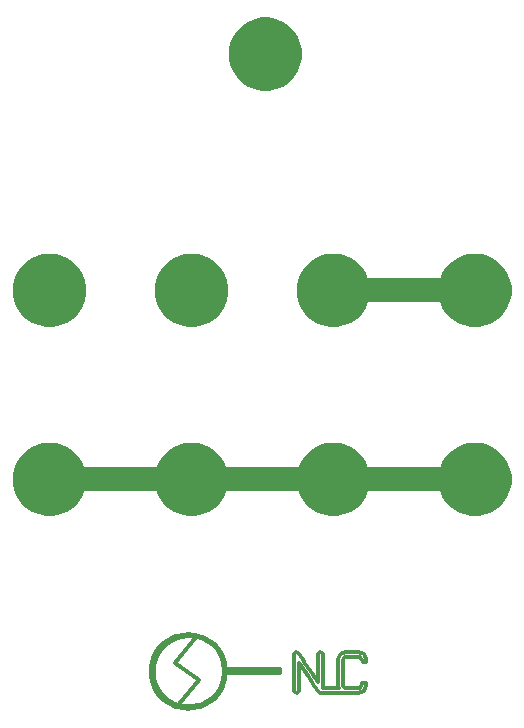
<source format=gbr>
G04 #@! TF.GenerationSoftware,KiCad,Pcbnew,(5.1.5-0)*
G04 #@! TF.CreationDate,2021-01-11T18:57:45-08:00*
G04 #@! TF.ProjectId,kareishuuvco,6b617265-6973-4687-9575-76636f2e6b69,rev?*
G04 #@! TF.SameCoordinates,Original*
G04 #@! TF.FileFunction,Soldermask,Top*
G04 #@! TF.FilePolarity,Negative*
%FSLAX46Y46*%
G04 Gerber Fmt 4.6, Leading zero omitted, Abs format (unit mm)*
G04 Created by KiCad (PCBNEW (5.1.5-0)) date 2021-01-11 18:57:45*
%MOMM*%
%LPD*%
G04 APERTURE LIST*
%ADD10C,2.000000*%
%ADD11C,0.300000*%
%ADD12C,0.000800*%
%ADD13C,0.100000*%
G04 APERTURE END LIST*
D10*
X31000000Y-88750000D02*
X42750000Y-88750000D01*
X7000000Y-104750000D02*
X42750000Y-104750000D01*
D11*
X19650000Y-121725000D02*
X17975000Y-123800000D01*
X17600000Y-120300000D02*
X19650000Y-121725000D01*
X19375000Y-118100000D02*
X17600000Y-120300000D01*
X21750000Y-121000000D02*
G75*
G03X21750000Y-121000000I-3000000J0D01*
G01*
X21891228Y-121025000D02*
G75*
G03X21891228Y-121025000I-3166228J0D01*
G01*
D12*
X18649872Y-121083982D02*
X18646064Y-121081424D01*
X18646064Y-121081424D02*
X18638471Y-121076323D01*
X18638471Y-121076323D02*
X18627128Y-121068701D01*
X18627128Y-121068701D02*
X18612096Y-121058596D01*
X18612096Y-121058596D02*
X18597166Y-121048555D01*
X18597166Y-121048555D02*
X18586038Y-121041068D01*
X18586038Y-121041068D02*
X18578649Y-121036094D01*
X18578649Y-121036094D02*
X18571286Y-121031138D01*
X18571286Y-121031138D02*
X18563948Y-121026198D01*
X18563948Y-121026198D02*
X18556636Y-121021273D01*
X18556636Y-121021273D02*
X18549350Y-121016365D01*
X18549350Y-121016365D02*
X18538466Y-121009032D01*
X18538466Y-121009032D02*
X18527645Y-121001739D01*
X18527645Y-121001739D02*
X18520462Y-120996894D01*
X18520462Y-120996894D02*
X18513304Y-120992066D01*
X18513304Y-120992066D02*
X18506171Y-120987256D01*
X18506171Y-120987256D02*
X18495520Y-120980068D01*
X18495520Y-120980068D02*
X18484931Y-120972920D01*
X18484931Y-120972920D02*
X18477904Y-120968175D01*
X18477904Y-120968175D02*
X18470901Y-120963446D01*
X18470901Y-120963446D02*
X18463924Y-120958733D01*
X18463924Y-120958733D02*
X18453506Y-120951693D01*
X18453506Y-120951693D02*
X18443151Y-120944693D01*
X18443151Y-120944693D02*
X18436280Y-120940046D01*
X18436280Y-120940046D02*
X18426019Y-120933105D01*
X18426019Y-120933105D02*
X18412431Y-120923908D01*
X18412431Y-120923908D02*
X18402311Y-120917056D01*
X18402311Y-120917056D02*
X18395597Y-120912508D01*
X18395597Y-120912508D02*
X18388908Y-120907977D01*
X18388908Y-120907977D02*
X18382246Y-120903462D01*
X18382246Y-120903462D02*
X18375610Y-120898963D01*
X18375610Y-120898963D02*
X18369001Y-120894483D01*
X18369001Y-120894483D02*
X18359133Y-120887790D01*
X18359133Y-120887790D02*
X18349331Y-120881138D01*
X18349331Y-120881138D02*
X18342828Y-120876724D01*
X18342828Y-120876724D02*
X18333120Y-120870131D01*
X18333120Y-120870131D02*
X18323477Y-120863581D01*
X18323477Y-120863581D02*
X18317081Y-120859234D01*
X18317081Y-120859234D02*
X18310711Y-120854903D01*
X18310711Y-120854903D02*
X18304367Y-120850589D01*
X18304367Y-120850589D02*
X18298049Y-120846293D01*
X18298049Y-120846293D02*
X18291760Y-120842013D01*
X18291760Y-120842013D02*
X18285497Y-120837750D01*
X18285497Y-120837750D02*
X18279260Y-120833504D01*
X18279260Y-120833504D02*
X18273050Y-120829275D01*
X18273050Y-120829275D02*
X18266869Y-120825064D01*
X18266869Y-120825064D02*
X18260714Y-120820869D01*
X18260714Y-120820869D02*
X18254585Y-120816691D01*
X18254585Y-120816691D02*
X18248483Y-120812531D01*
X18248483Y-120812531D02*
X18242408Y-120808388D01*
X18242408Y-120808388D02*
X18236361Y-120804261D01*
X18236361Y-120804261D02*
X18231843Y-120801178D01*
X18231843Y-120801178D02*
X18228840Y-120799129D01*
X18228840Y-120799129D02*
X18224347Y-120796061D01*
X18224347Y-120796061D02*
X18218382Y-120791986D01*
X18218382Y-120791986D02*
X18212443Y-120787929D01*
X18212443Y-120787929D02*
X18206530Y-120783887D01*
X18206530Y-120783887D02*
X18200645Y-120779863D01*
X18200645Y-120779863D02*
X18194788Y-120775857D01*
X18194788Y-120775857D02*
X18188957Y-120771868D01*
X18188957Y-120771868D02*
X18183154Y-120767897D01*
X18183154Y-120767897D02*
X18177378Y-120763943D01*
X18177378Y-120763943D02*
X18171630Y-120760006D01*
X18171630Y-120760006D02*
X18165909Y-120756087D01*
X18165909Y-120756087D02*
X18160215Y-120752185D01*
X18160215Y-120752185D02*
X18154549Y-120748300D01*
X18154549Y-120748300D02*
X18148911Y-120744434D01*
X18148911Y-120744434D02*
X18143300Y-120740583D01*
X18143300Y-120740583D02*
X18137717Y-120736751D01*
X18137717Y-120736751D02*
X18129391Y-120731034D01*
X18129391Y-120731034D02*
X18121133Y-120725361D01*
X18121133Y-120725361D02*
X18115660Y-120721597D01*
X18115660Y-120721597D02*
X18110214Y-120717853D01*
X18110214Y-120717853D02*
X18104797Y-120714126D01*
X18104797Y-120714126D02*
X18099408Y-120710417D01*
X18099408Y-120710417D02*
X18094046Y-120706725D01*
X18094046Y-120706725D02*
X18088712Y-120703051D01*
X18088712Y-120703051D02*
X18083406Y-120699395D01*
X18083406Y-120699395D02*
X18078128Y-120695758D01*
X18078128Y-120695758D02*
X18072877Y-120692136D01*
X18072877Y-120692136D02*
X18067655Y-120688533D01*
X18067655Y-120688533D02*
X18062461Y-120684948D01*
X18062461Y-120684948D02*
X18058585Y-120682271D01*
X18058585Y-120682271D02*
X18056008Y-120680492D01*
X18056008Y-120680492D02*
X18052156Y-120677831D01*
X18052156Y-120677831D02*
X18047046Y-120674300D01*
X18047046Y-120674300D02*
X18041965Y-120670787D01*
X18041965Y-120670787D02*
X18036911Y-120667290D01*
X18036911Y-120667290D02*
X18031885Y-120663812D01*
X18031885Y-120663812D02*
X18026887Y-120660351D01*
X18026887Y-120660351D02*
X18021918Y-120656909D01*
X18021918Y-120656909D02*
X18016977Y-120653484D01*
X18016977Y-120653484D02*
X18012063Y-120650078D01*
X18012063Y-120650078D02*
X18007179Y-120646690D01*
X18007179Y-120646690D02*
X18002323Y-120643321D01*
X18002323Y-120643321D02*
X17997495Y-120639968D01*
X17997495Y-120639968D02*
X17992695Y-120636634D01*
X17992695Y-120636634D02*
X17987925Y-120633318D01*
X17987925Y-120633318D02*
X17983183Y-120630021D01*
X17983183Y-120630021D02*
X17978468Y-120626741D01*
X17978468Y-120626741D02*
X17973782Y-120623480D01*
X17973782Y-120623480D02*
X17969126Y-120620237D01*
X17969126Y-120620237D02*
X17964498Y-120617012D01*
X17964498Y-120617012D02*
X17959898Y-120613805D01*
X17959898Y-120613805D02*
X17955327Y-120610616D01*
X17955327Y-120610616D02*
X17950785Y-120607445D01*
X17950785Y-120607445D02*
X17946271Y-120604292D01*
X17946271Y-120604292D02*
X17941786Y-120601158D01*
X17941786Y-120601158D02*
X17937330Y-120598042D01*
X17937330Y-120598042D02*
X17932902Y-120594946D01*
X17932902Y-120594946D02*
X17928504Y-120591868D01*
X17928504Y-120591868D02*
X17924135Y-120588807D01*
X17924135Y-120588807D02*
X17919794Y-120585765D01*
X17919794Y-120585765D02*
X17915482Y-120582741D01*
X17915482Y-120582741D02*
X17911200Y-120579736D01*
X17911200Y-120579736D02*
X17906946Y-120576749D01*
X17906946Y-120576749D02*
X17902720Y-120573782D01*
X17902720Y-120573782D02*
X17898525Y-120570833D01*
X17898525Y-120570833D02*
X17894359Y-120567902D01*
X17894359Y-120567902D02*
X17890220Y-120564990D01*
X17890220Y-120564990D02*
X17886111Y-120562095D01*
X17886111Y-120562095D02*
X17882031Y-120559219D01*
X17882031Y-120559219D02*
X17877980Y-120556362D01*
X17877980Y-120556362D02*
X17873959Y-120553524D01*
X17873959Y-120553524D02*
X17869967Y-120550704D01*
X17869967Y-120550704D02*
X17866005Y-120547904D01*
X17866005Y-120547904D02*
X17862072Y-120545123D01*
X17862072Y-120545123D02*
X17858167Y-120542359D01*
X17858167Y-120542359D02*
X17854292Y-120539614D01*
X17854292Y-120539614D02*
X17850446Y-120536887D01*
X17850446Y-120536887D02*
X17846631Y-120534181D01*
X17846631Y-120534181D02*
X17842845Y-120531493D01*
X17842845Y-120531493D02*
X17839087Y-120528823D01*
X17839087Y-120528823D02*
X17835361Y-120526173D01*
X17835361Y-120526173D02*
X17831663Y-120523542D01*
X17831663Y-120523542D02*
X17827996Y-120520930D01*
X17827996Y-120520930D02*
X17824357Y-120518335D01*
X17824357Y-120518335D02*
X17820748Y-120515760D01*
X17820748Y-120515760D02*
X17817169Y-120513204D01*
X17817169Y-120513204D02*
X17813618Y-120510667D01*
X17813618Y-120510667D02*
X17810098Y-120508150D01*
X17810098Y-120508150D02*
X17806609Y-120505651D01*
X17806609Y-120505651D02*
X17803149Y-120503171D01*
X17803149Y-120503171D02*
X17799718Y-120500710D01*
X17799718Y-120500710D02*
X17796317Y-120498268D01*
X17796317Y-120498268D02*
X17792945Y-120495846D01*
X17792945Y-120495846D02*
X17789605Y-120493443D01*
X17789605Y-120493443D02*
X17786294Y-120491059D01*
X17786294Y-120491059D02*
X17783014Y-120488694D01*
X17783014Y-120488694D02*
X17779763Y-120486348D01*
X17779763Y-120486348D02*
X17776543Y-120484023D01*
X17776543Y-120484023D02*
X17773352Y-120481715D01*
X17773352Y-120481715D02*
X17770191Y-120479426D01*
X17770191Y-120479426D02*
X17767841Y-120477723D01*
X17767841Y-120477723D02*
X17766283Y-120476593D01*
X17766283Y-120476593D02*
X17763960Y-120474908D01*
X17763960Y-120474908D02*
X17760889Y-120472678D01*
X17760889Y-120472678D02*
X17757849Y-120470467D01*
X17757849Y-120470467D02*
X17755590Y-120468822D01*
X17755590Y-120468822D02*
X17754093Y-120467732D01*
X17754093Y-120467732D02*
X17751861Y-120466104D01*
X17751861Y-120466104D02*
X17748911Y-120463951D01*
X17748911Y-120463951D02*
X17745992Y-120461818D01*
X17745992Y-120461818D02*
X17743103Y-120459704D01*
X17743103Y-120459704D02*
X17740244Y-120457610D01*
X17740244Y-120457610D02*
X17737417Y-120455536D01*
X17737417Y-120455536D02*
X17734619Y-120453481D01*
X17734619Y-120453481D02*
X17731853Y-120451445D01*
X17731853Y-120451445D02*
X17729117Y-120449429D01*
X17729117Y-120449429D02*
X17726412Y-120447433D01*
X17726412Y-120447433D02*
X17723736Y-120445456D01*
X17723736Y-120445456D02*
X17721091Y-120443498D01*
X17721091Y-120443498D02*
X17718478Y-120441560D01*
X17718478Y-120441560D02*
X17715895Y-120439642D01*
X17715895Y-120439642D02*
X17713342Y-120437743D01*
X17713342Y-120437743D02*
X17711447Y-120436333D01*
X17711447Y-120436333D02*
X17710195Y-120435399D01*
X17710195Y-120435399D02*
X17708950Y-120434469D01*
X17708950Y-120434469D02*
X17707712Y-120433545D01*
X17707712Y-120433545D02*
X17706482Y-120432626D01*
X17706482Y-120432626D02*
X17705260Y-120431711D01*
X17705260Y-120431711D02*
X17704045Y-120430801D01*
X17704045Y-120430801D02*
X17702837Y-120429897D01*
X17702837Y-120429897D02*
X17701339Y-120428772D01*
X17701339Y-120428772D02*
X17700744Y-120428324D01*
X17700744Y-120428324D02*
X17700150Y-120427878D01*
X17700150Y-120427878D02*
X17698674Y-120426768D01*
X17698674Y-120426768D02*
X17696337Y-120425008D01*
X17696337Y-120425008D02*
X17694892Y-120423919D01*
X17694892Y-120423919D02*
X17694317Y-120423484D01*
X17694317Y-120423484D02*
X17693459Y-120422836D01*
X17693459Y-120422836D02*
X17692322Y-120421977D01*
X17692322Y-120421977D02*
X17691192Y-120421122D01*
X17691192Y-120421122D02*
X17690350Y-120420484D01*
X17690350Y-120420484D02*
X17689791Y-120420060D01*
X17689791Y-120420060D02*
X17689234Y-120419638D01*
X17689234Y-120419638D02*
X17688680Y-120419218D01*
X17688680Y-120419218D02*
X17687299Y-120418168D01*
X17687299Y-120418168D02*
X17685660Y-120416921D01*
X17685660Y-120416921D02*
X17684577Y-120416096D01*
X17684577Y-120416096D02*
X17682966Y-120414867D01*
X17682966Y-120414867D02*
X17680846Y-120413246D01*
X17680846Y-120413246D02*
X17679538Y-120412244D01*
X17679538Y-120412244D02*
X17678241Y-120411249D01*
X17678241Y-120411249D02*
X17677212Y-120410458D01*
X17677212Y-120410458D02*
X17676445Y-120409869D01*
X17676445Y-120409869D02*
X17675936Y-120409479D01*
X17675936Y-120409479D02*
X17675430Y-120409089D01*
X17675430Y-120409089D02*
X17674926Y-120408699D01*
X17674926Y-120408699D02*
X17674423Y-120408311D01*
X17674423Y-120408311D02*
X17673923Y-120407925D01*
X17673923Y-120407925D02*
X17673175Y-120407348D01*
X17673175Y-120407348D02*
X17672432Y-120406774D01*
X17672432Y-120406774D02*
X17671940Y-120406393D01*
X17671940Y-120406393D02*
X17671204Y-120405823D01*
X17671204Y-120405823D02*
X17670472Y-120405256D01*
X17670472Y-120405256D02*
X17668782Y-120403944D01*
X17668782Y-120403944D02*
X17667591Y-120403017D01*
X17667591Y-120403017D02*
X17667117Y-120402648D01*
X17667117Y-120402648D02*
X17666411Y-120402097D01*
X17666411Y-120402097D02*
X17665710Y-120401549D01*
X17665710Y-120401549D02*
X17665244Y-120401185D01*
X17665244Y-120401185D02*
X17664781Y-120400823D01*
X17664781Y-120400823D02*
X17664319Y-120400463D01*
X17664319Y-120400463D02*
X17663173Y-120399564D01*
X17663173Y-120399564D02*
X17661365Y-120398145D01*
X17661365Y-120398145D02*
X17660031Y-120397093D01*
X17660031Y-120397093D02*
X17659371Y-120396571D01*
X17659371Y-120396571D02*
X17658280Y-120395709D01*
X17658280Y-120395709D02*
X17657632Y-120395196D01*
X17657632Y-120395196D02*
X17656561Y-120394347D01*
X17656561Y-120394347D02*
X17655712Y-120393672D01*
X17655712Y-120393672D02*
X17654453Y-120392669D01*
X17654453Y-120392669D02*
X17653214Y-120391679D01*
X17653214Y-120391679D02*
X17652396Y-120391024D01*
X17652396Y-120391024D02*
X17651789Y-120390538D01*
X17651789Y-120390538D02*
X17650986Y-120389892D01*
X17650986Y-120389892D02*
X17650192Y-120389252D01*
X17650192Y-120389252D02*
X17649209Y-120388459D01*
X17649209Y-120388459D02*
X17648432Y-120387830D01*
X17648432Y-120387830D02*
X17647854Y-120387362D01*
X17647854Y-120387362D02*
X17646712Y-120386434D01*
X17646712Y-120386434D02*
X17646148Y-120385975D01*
X17646148Y-120385975D02*
X17645402Y-120385368D01*
X17645402Y-120385368D02*
X17644848Y-120384916D01*
X17644848Y-120384916D02*
X17643935Y-120384167D01*
X17643935Y-120384167D02*
X17643213Y-120383574D01*
X17643213Y-120383574D02*
X17642499Y-120382986D01*
X17642499Y-120382986D02*
X17641793Y-120382403D01*
X17641793Y-120382403D02*
X17640749Y-120381539D01*
X17640749Y-120381539D02*
X17639724Y-120380686D01*
X17639724Y-120380686D02*
X17639050Y-120380124D01*
X17639050Y-120380124D02*
X17638384Y-120379567D01*
X17638384Y-120379567D02*
X17637726Y-120379014D01*
X17637726Y-120379014D02*
X17637237Y-120378604D01*
X17637237Y-120378604D02*
X17636434Y-120377926D01*
X17636434Y-120377926D02*
X17635958Y-120377524D01*
X17635958Y-120377524D02*
X17635174Y-120376859D01*
X17635174Y-120376859D02*
X17634710Y-120376464D01*
X17634710Y-120376464D02*
X17633947Y-120375813D01*
X17633947Y-120375813D02*
X17633495Y-120375427D01*
X17633495Y-120375427D02*
X17632603Y-120374659D01*
X17632603Y-120374659D02*
X17632164Y-120374280D01*
X17632164Y-120374280D02*
X17631729Y-120373904D01*
X17631729Y-120373904D02*
X17631015Y-120373284D01*
X17631015Y-120373284D02*
X17630453Y-120372794D01*
X17630453Y-120372794D02*
X17629898Y-120372309D01*
X17629898Y-120372309D02*
X17629218Y-120371711D01*
X17629218Y-120371711D02*
X17628285Y-120370885D01*
X17628285Y-120370885D02*
X17627763Y-120370421D01*
X17627763Y-120370421D02*
X17627249Y-120369962D01*
X17627249Y-120369962D02*
X17626743Y-120369507D01*
X17626743Y-120369507D02*
X17626122Y-120368948D01*
X17626122Y-120368948D02*
X17625394Y-120368286D01*
X17625394Y-120368286D02*
X17624801Y-120367745D01*
X17624801Y-120367745D02*
X17624220Y-120367210D01*
X17624220Y-120367210D02*
X17623428Y-120366476D01*
X17623428Y-120366476D02*
X17622987Y-120366063D01*
X17622987Y-120366063D02*
X17622553Y-120365657D01*
X17622553Y-120365657D02*
X17622128Y-120365255D01*
X17622128Y-120365255D02*
X17621711Y-120364859D01*
X17621711Y-120364859D02*
X17621302Y-120364468D01*
X17621302Y-120364468D02*
X17620802Y-120363986D01*
X17620802Y-120363986D02*
X17620123Y-120363325D01*
X17620123Y-120363325D02*
X17619469Y-120362680D01*
X17619469Y-120362680D02*
X17618929Y-120362140D01*
X17618929Y-120362140D02*
X17618408Y-120361613D01*
X17618408Y-120361613D02*
X17617986Y-120361180D01*
X17617986Y-120361180D02*
X17617577Y-120360757D01*
X17617577Y-120360757D02*
X17617026Y-120360178D01*
X17617026Y-120360178D02*
X17616500Y-120359616D01*
X17616500Y-120359616D02*
X17615862Y-120358917D01*
X17615862Y-120358917D02*
X17615392Y-120358391D01*
X17615392Y-120358391D02*
X17614826Y-120357739D01*
X17614826Y-120357739D02*
X17614415Y-120357251D01*
X17614415Y-120357251D02*
X17613976Y-120356712D01*
X17613976Y-120356712D02*
X17613568Y-120356194D01*
X17613568Y-120356194D02*
X17613194Y-120355697D01*
X17613194Y-120355697D02*
X17612852Y-120355221D01*
X17612852Y-120355221D02*
X17612473Y-120354656D01*
X17612473Y-120354656D02*
X17612143Y-120354126D01*
X17612143Y-120354126D02*
X17611816Y-120353532D01*
X17611816Y-120353532D02*
X17611662Y-120353210D01*
X19659320Y-121780773D02*
X19659127Y-121780130D01*
X19659127Y-121780130D02*
X19658777Y-121779654D01*
X19658777Y-121779654D02*
X19658301Y-121779109D01*
X19658301Y-121779109D02*
X19657586Y-121778376D01*
X19657586Y-121778376D02*
X19657133Y-121777937D01*
X19657133Y-121777937D02*
X19656688Y-121777519D01*
X19656688Y-121777519D02*
X19656266Y-121777132D01*
X19656266Y-121777132D02*
X19655746Y-121776664D01*
X19655746Y-121776664D02*
X19655257Y-121776232D01*
X19655257Y-121776232D02*
X19654662Y-121775714D01*
X19654662Y-121775714D02*
X19653943Y-121775099D01*
X19653943Y-121775099D02*
X19653262Y-121774524D01*
X19653262Y-121774524D02*
X19652542Y-121773922D01*
X19652542Y-121773922D02*
X19651783Y-121773295D01*
X19651783Y-121773295D02*
X19650983Y-121772641D01*
X19650983Y-121772641D02*
X19650144Y-121771961D01*
X19650144Y-121771961D02*
X19649267Y-121771256D01*
X19649267Y-121771256D02*
X19648815Y-121770894D01*
X19648815Y-121770894D02*
X19648352Y-121770524D01*
X19648352Y-121770524D02*
X19647878Y-121770148D01*
X19647878Y-121770148D02*
X19647395Y-121769765D01*
X19647395Y-121769765D02*
X19646903Y-121769377D01*
X19646903Y-121769377D02*
X19646148Y-121768784D01*
X19646148Y-121768784D02*
X19645368Y-121768173D01*
X19645368Y-121768173D02*
X19644839Y-121767759D01*
X19644839Y-121767759D02*
X19644299Y-121767338D01*
X19644299Y-121767338D02*
X19643748Y-121766910D01*
X19643748Y-121766910D02*
X19643189Y-121766477D01*
X19643189Y-121766477D02*
X19642620Y-121766037D01*
X19642620Y-121766037D02*
X19641750Y-121765368D01*
X19641750Y-121765368D02*
X19640556Y-121764451D01*
X19640556Y-121764451D02*
X19639322Y-121763508D01*
X19639322Y-121763508D02*
X19638050Y-121762540D01*
X19638050Y-121762540D02*
X19636741Y-121761547D01*
X19636741Y-121761547D02*
X19635734Y-121760783D01*
X19635734Y-121760783D02*
X19635051Y-121760269D01*
X19635051Y-121760269D02*
X19634011Y-121759486D01*
X19634011Y-121759486D02*
X19632947Y-121758686D01*
X19632947Y-121758686D02*
X19632227Y-121758146D01*
X19632227Y-121758146D02*
X19631131Y-121757326D01*
X19631131Y-121757326D02*
X19629636Y-121756209D01*
X19629636Y-121756209D02*
X19628489Y-121755354D01*
X19628489Y-121755354D02*
X19627714Y-121754776D01*
X19627714Y-121754776D02*
X19626534Y-121753901D01*
X19626534Y-121753901D02*
X19624928Y-121752710D01*
X19624928Y-121752710D02*
X19623285Y-121751496D01*
X19623285Y-121751496D02*
X19621607Y-121750257D01*
X19621607Y-121750257D02*
X19620322Y-121749311D01*
X19620322Y-121749311D02*
X19619456Y-121748673D01*
X19619456Y-121748673D02*
X19618140Y-121747707D01*
X19618140Y-121747707D02*
X19616353Y-121746397D01*
X19616353Y-121746397D02*
X19614531Y-121745063D01*
X19614531Y-121745063D02*
X19612671Y-121743704D01*
X19612671Y-121743704D02*
X19610776Y-121742321D01*
X19610776Y-121742321D02*
X19609330Y-121741267D01*
X19609330Y-121741267D02*
X19608357Y-121740559D01*
X19608357Y-121740559D02*
X19606880Y-121739486D01*
X19606880Y-121739486D02*
X19604879Y-121738034D01*
X19604879Y-121738034D02*
X19602843Y-121736558D01*
X19602843Y-121736558D02*
X19601292Y-121735434D01*
X19601292Y-121735434D02*
X19600248Y-121734679D01*
X19600248Y-121734679D02*
X19599195Y-121733918D01*
X19599195Y-121733918D02*
X19598133Y-121733150D01*
X19598133Y-121733150D02*
X19596525Y-121731990D01*
X19596525Y-121731990D02*
X19594895Y-121730815D01*
X19594895Y-121730815D02*
X19593798Y-121730026D01*
X19593798Y-121730026D02*
X19592140Y-121728832D01*
X19592140Y-121728832D02*
X19589895Y-121727218D01*
X19589895Y-121727218D02*
X19588187Y-121725991D01*
X19588187Y-121725991D02*
X19587040Y-121725166D01*
X19587040Y-121725166D02*
X19585303Y-121723921D01*
X19585303Y-121723921D02*
X19582957Y-121722240D01*
X19582957Y-121722240D02*
X19580576Y-121720535D01*
X19580576Y-121720535D02*
X19578160Y-121718807D01*
X19578160Y-121718807D02*
X19575712Y-121717058D01*
X19575712Y-121717058D02*
X19573229Y-121715287D01*
X19573229Y-121715287D02*
X19570714Y-121713493D01*
X19570714Y-121713493D02*
X19568164Y-121711677D01*
X19568164Y-121711677D02*
X19565583Y-121709840D01*
X19565583Y-121709840D02*
X19562968Y-121707981D01*
X19562968Y-121707981D02*
X19560321Y-121706100D01*
X19560321Y-121706100D02*
X19557640Y-121704197D01*
X19557640Y-121704197D02*
X19554927Y-121702272D01*
X19554927Y-121702272D02*
X19552182Y-121700327D01*
X19552182Y-121700327D02*
X19549404Y-121698360D01*
X19549404Y-121698360D02*
X19546594Y-121696371D01*
X19546594Y-121696371D02*
X19543751Y-121694361D01*
X19543751Y-121694361D02*
X19540877Y-121692332D01*
X19540877Y-121692332D02*
X19537971Y-121690281D01*
X19537971Y-121690281D02*
X19535033Y-121688208D01*
X19535033Y-121688208D02*
X19532063Y-121686114D01*
X19532063Y-121686114D02*
X19529062Y-121683999D01*
X19529062Y-121683999D02*
X19526029Y-121681863D01*
X19526029Y-121681863D02*
X19522965Y-121679707D01*
X19522965Y-121679707D02*
X19519870Y-121677530D01*
X19519870Y-121677530D02*
X19516745Y-121675334D01*
X19516745Y-121675334D02*
X19512002Y-121672004D01*
X19512002Y-121672004D02*
X19507182Y-121668621D01*
X19507182Y-121668621D02*
X19503934Y-121666344D01*
X19503934Y-121666344D02*
X19500655Y-121664046D01*
X19500655Y-121664046D02*
X19497346Y-121661728D01*
X19497346Y-121661728D02*
X19494007Y-121659391D01*
X19494007Y-121659391D02*
X19490638Y-121657035D01*
X19490638Y-121657035D02*
X19487238Y-121654658D01*
X19487238Y-121654658D02*
X19483809Y-121652261D01*
X19483809Y-121652261D02*
X19480350Y-121649844D01*
X19480350Y-121649844D02*
X19476861Y-121647409D01*
X19476861Y-121647409D02*
X19473344Y-121644954D01*
X19473344Y-121644954D02*
X19469797Y-121642480D01*
X19469797Y-121642480D02*
X19466221Y-121639987D01*
X19466221Y-121639987D02*
X19462617Y-121637475D01*
X19462617Y-121637475D02*
X19458983Y-121634944D01*
X19458983Y-121634944D02*
X19455320Y-121632393D01*
X19455320Y-121632393D02*
X19451629Y-121629825D01*
X19451629Y-121629825D02*
X19447910Y-121627237D01*
X19447910Y-121627237D02*
X19442281Y-121623325D01*
X19442281Y-121623325D02*
X19434674Y-121618040D01*
X19434674Y-121618040D02*
X19428891Y-121614024D01*
X19428891Y-121614024D02*
X19425002Y-121611326D01*
X19425002Y-121611326D02*
X19421087Y-121608610D01*
X19421087Y-121608610D02*
X19417144Y-121605877D01*
X19417144Y-121605877D02*
X19414168Y-121603814D01*
X19414168Y-121603814D02*
X19412175Y-121602432D01*
X19412175Y-121602432D02*
X19409176Y-121600355D01*
X19409176Y-121600355D02*
X19405153Y-121597568D01*
X19405153Y-121597568D02*
X19402116Y-121595465D01*
X19402116Y-121595465D02*
X19400084Y-121594058D01*
X19400084Y-121594058D02*
X19397024Y-121591941D01*
X19397024Y-121591941D02*
X19393946Y-121589811D01*
X19393946Y-121589811D02*
X19391887Y-121588386D01*
X19391887Y-121588386D02*
X19386716Y-121584810D01*
X19386716Y-121584810D02*
X19380446Y-121580476D01*
X19380446Y-121580476D02*
X19377289Y-121578295D01*
X19377289Y-121578295D02*
X19375178Y-121576835D01*
X19375178Y-121576835D02*
X19369875Y-121573174D01*
X19369875Y-121573174D02*
X19363450Y-121568739D01*
X19363450Y-121568739D02*
X19359135Y-121565761D01*
X19359135Y-121565761D02*
X19352620Y-121561267D01*
X19352620Y-121561267D02*
X19343839Y-121555213D01*
X19343839Y-121555213D02*
X19334958Y-121549095D01*
X19334958Y-121549095D02*
X19328229Y-121544461D01*
X19328229Y-121544461D02*
X19323713Y-121541352D01*
X19323713Y-121541352D02*
X19319174Y-121538228D01*
X19319174Y-121538228D02*
X19314610Y-121535088D01*
X19314610Y-121535088D02*
X19307722Y-121530351D01*
X19307722Y-121530351D02*
X19298449Y-121523977D01*
X19298449Y-121523977D02*
X19291429Y-121519154D01*
X19291429Y-121519154D02*
X19286720Y-121515920D01*
X19286720Y-121515920D02*
X19281989Y-121512671D01*
X19281989Y-121512671D02*
X19277234Y-121509407D01*
X19277234Y-121509407D02*
X19272456Y-121506128D01*
X19272456Y-121506128D02*
X19267655Y-121502834D01*
X19267655Y-121502834D02*
X19262831Y-121499525D01*
X19262831Y-121499525D02*
X19259196Y-121497032D01*
X19259196Y-121497032D02*
X19256768Y-121495367D01*
X19256768Y-121495367D02*
X19250674Y-121491190D01*
X19250674Y-121491190D02*
X19243307Y-121486140D01*
X19243307Y-121486140D02*
X19238369Y-121482758D01*
X19238369Y-121482758D02*
X19230924Y-121477660D01*
X19230924Y-121477660D02*
X19220917Y-121470809D01*
X19220917Y-121470809D02*
X19210821Y-121463902D01*
X19210821Y-121463902D02*
X19200639Y-121456938D01*
X19200639Y-121456938D02*
X19190371Y-121449919D01*
X19190371Y-121449919D02*
X19180021Y-121442846D01*
X19180021Y-121442846D02*
X19172199Y-121437504D01*
X19172199Y-121437504D02*
X19166961Y-121433927D01*
X19166961Y-121433927D02*
X19161702Y-121430337D01*
X19161702Y-121430337D02*
X19156423Y-121426735D01*
X19156423Y-121426735D02*
X19151124Y-121423119D01*
X19151124Y-121423119D02*
X19145805Y-121419490D01*
X19145805Y-121419490D02*
X19140465Y-121415849D01*
X19140465Y-121415849D02*
X19135107Y-121412195D01*
X19135107Y-121412195D02*
X19127034Y-121406691D01*
X19127034Y-121406691D02*
X19116197Y-121399306D01*
X19116197Y-121399306D02*
X19105283Y-121391872D01*
X19105283Y-121391872D02*
X19094294Y-121384389D01*
X19094294Y-121384389D02*
X19086000Y-121378743D01*
X19086000Y-121378743D02*
X19080448Y-121374965D01*
X19080448Y-121374965D02*
X19074879Y-121371176D01*
X19074879Y-121371176D02*
X19069291Y-121367375D01*
X19069291Y-121367375D02*
X19060878Y-121361654D01*
X19060878Y-121361654D02*
X19052419Y-121355904D01*
X19052419Y-121355904D02*
X19046759Y-121352058D01*
X19046759Y-121352058D02*
X19038238Y-121346267D01*
X19038238Y-121346267D02*
X19026812Y-121338505D01*
X19026812Y-121338505D02*
X19018194Y-121332653D01*
X19018194Y-121332653D02*
X19012429Y-121328740D01*
X19012429Y-121328740D02*
X19003753Y-121322851D01*
X19003753Y-121322851D02*
X18995035Y-121316935D01*
X18995035Y-121316935D02*
X18989203Y-121312979D01*
X18989203Y-121312979D02*
X18980427Y-121307027D01*
X18980427Y-121307027D02*
X18971609Y-121301049D01*
X18971609Y-121301049D02*
X18965713Y-121297052D01*
X18965713Y-121297052D02*
X18959800Y-121293045D01*
X18959800Y-121293045D02*
X18953871Y-121289029D01*
X18953871Y-121289029D02*
X18947927Y-121285002D01*
X18947927Y-121285002D02*
X18941966Y-121280964D01*
X18941966Y-121280964D02*
X18935990Y-121276917D01*
X18935990Y-121276917D02*
X18929999Y-121272861D01*
X18929999Y-121272861D02*
X18923993Y-121268795D01*
X18923993Y-121268795D02*
X18917972Y-121264720D01*
X18917972Y-121264720D02*
X18908915Y-121258592D01*
X18908915Y-121258592D02*
X18896784Y-121250386D01*
X18896784Y-121250386D02*
X18884595Y-121242143D01*
X18884595Y-121242143D02*
X18872349Y-121233866D01*
X18872349Y-121233866D02*
X18864664Y-121228673D01*
X18864664Y-121228673D02*
X18861584Y-121226592D01*
X18861584Y-121226592D02*
X18856961Y-121223469D01*
X18856961Y-121223469D02*
X18847689Y-121217207D01*
X18847689Y-121217207D02*
X18838383Y-121210922D01*
X18838383Y-121210922D02*
X18832164Y-121206724D01*
X18832164Y-121206724D02*
X18825932Y-121202517D01*
X18825932Y-121202517D02*
X18821248Y-121199355D01*
X18821248Y-121199355D02*
X18814995Y-121195135D01*
X18814995Y-121195135D02*
X18811862Y-121193022D01*
X18811862Y-121193022D02*
X18807159Y-121189849D01*
X18807159Y-121189849D02*
X18800875Y-121185611D01*
X18800875Y-121185611D02*
X18794579Y-121181365D01*
X18794579Y-121181365D02*
X18788270Y-121177111D01*
X18788270Y-121177111D02*
X18783531Y-121173915D01*
X18783531Y-121173915D02*
X18780367Y-121171784D01*
X18780367Y-121171784D02*
X18775617Y-121168582D01*
X18775617Y-121168582D02*
X18769272Y-121164306D01*
X18769272Y-121164306D02*
X18759734Y-121157881D01*
X18759734Y-121157881D02*
X18746973Y-121149286D01*
X18746973Y-121149286D02*
X18734166Y-121140662D01*
X18734166Y-121140662D02*
X18721314Y-121132012D01*
X18721314Y-121132012D02*
X18711644Y-121125505D01*
X18711644Y-121125505D02*
X18705186Y-121121161D01*
X18705186Y-121121161D02*
X18695480Y-121114633D01*
X18695480Y-121114633D02*
X18682499Y-121105904D01*
X18682499Y-121105904D02*
X18672736Y-121099342D01*
X18672736Y-121099342D02*
X18666215Y-121094960D01*
X18666215Y-121094960D02*
X18659685Y-121090573D01*
X18659685Y-121090573D02*
X18653145Y-121086180D01*
X18653145Y-121086180D02*
X18649872Y-121083982D01*
X18841496Y-122779998D02*
X18851940Y-122767311D01*
X18851940Y-122767311D02*
X18867540Y-122748360D01*
X18867540Y-122748360D02*
X18877906Y-122735768D01*
X18877906Y-122735768D02*
X18893399Y-122716945D01*
X18893399Y-122716945D02*
X18913936Y-122691991D01*
X18913936Y-122691991D02*
X18934335Y-122667201D01*
X18934335Y-122667201D02*
X18947006Y-122651799D01*
X18947006Y-122651799D02*
X18952059Y-122645655D01*
X18952059Y-122645655D02*
X18959626Y-122636459D01*
X18959626Y-122636459D02*
X18974696Y-122618140D01*
X18974696Y-122618140D02*
X18989668Y-122599937D01*
X18989668Y-122599937D02*
X18999601Y-122587859D01*
X18999601Y-122587859D02*
X19009494Y-122575830D01*
X19009494Y-122575830D02*
X19019344Y-122563849D01*
X19019344Y-122563849D02*
X19034044Y-122545970D01*
X19034044Y-122545970D02*
X19053482Y-122522325D01*
X19053482Y-122522325D02*
X19067935Y-122504741D01*
X19067935Y-122504741D02*
X19077517Y-122493085D01*
X19077517Y-122493085D02*
X19087049Y-122481485D01*
X19087049Y-122481485D02*
X19096533Y-122469943D01*
X19096533Y-122469943D02*
X19105968Y-122458462D01*
X19105968Y-122458462D02*
X19113009Y-122449891D01*
X19113009Y-122449891D02*
X19117689Y-122444196D01*
X19117689Y-122444196D02*
X19129340Y-122430014D01*
X19129340Y-122430014D02*
X19147798Y-122407544D01*
X19147798Y-122407544D02*
X19166040Y-122385334D01*
X19166040Y-122385334D02*
X19184058Y-122363389D01*
X19184058Y-122363389D02*
X19197415Y-122347119D01*
X19197415Y-122347119D02*
X19206251Y-122336354D01*
X19206251Y-122336354D02*
X19212838Y-122328330D01*
X19212838Y-122328330D02*
X19217211Y-122323001D01*
X19217211Y-122323001D02*
X19223746Y-122315041D01*
X19223746Y-122315041D02*
X19232402Y-122304493D01*
X19232402Y-122304493D02*
X19240997Y-122294018D01*
X19240997Y-122294018D02*
X19253779Y-122278440D01*
X19253779Y-122278440D02*
X19266401Y-122263055D01*
X19266401Y-122263055D02*
X19274740Y-122252888D01*
X19274740Y-122252888D02*
X19287135Y-122237778D01*
X19287135Y-122237778D02*
X19303414Y-122217926D01*
X19303414Y-122217926D02*
X19315433Y-122203264D01*
X19315433Y-122203264D02*
X19323365Y-122193588D01*
X19323365Y-122193588D02*
X19335140Y-122179223D01*
X19335140Y-122179223D02*
X19350575Y-122160389D01*
X19350575Y-122160389D02*
X19365715Y-122141911D01*
X19365715Y-122141911D02*
X19380554Y-122123794D01*
X19380554Y-122123794D02*
X19389660Y-122112674D01*
X19389660Y-122112674D02*
X19393273Y-122108260D01*
X19393273Y-122108260D02*
X19398659Y-122101683D01*
X19398659Y-122101683D02*
X19409303Y-122088684D01*
X19409303Y-122088684D02*
X19419747Y-122075926D01*
X19419747Y-122075926D02*
X19426613Y-122067533D01*
X19426613Y-122067533D02*
X19436769Y-122055120D01*
X19436769Y-122055120D02*
X19446716Y-122042960D01*
X19446716Y-122042960D02*
X19453249Y-122034971D01*
X19453249Y-122034971D02*
X19459696Y-122027086D01*
X19459696Y-122027086D02*
X19466059Y-122019306D01*
X19466059Y-122019306D02*
X19475448Y-122007819D01*
X19475448Y-122007819D02*
X19484616Y-121996599D01*
X19484616Y-121996599D02*
X19490624Y-121989245D01*
X19490624Y-121989245D02*
X19499478Y-121978407D01*
X19499478Y-121978407D02*
X19510946Y-121964361D01*
X19510946Y-121964361D02*
X19522041Y-121950767D01*
X19522041Y-121950767D02*
X19528768Y-121942520D01*
X19528768Y-121942520D02*
X19531422Y-121939265D01*
X19531422Y-121939265D02*
X19535363Y-121934434D01*
X19535363Y-121934434D02*
X19540527Y-121928100D01*
X19540527Y-121928100D02*
X19545594Y-121921884D01*
X19545594Y-121921884D02*
X19550562Y-121915788D01*
X19550562Y-121915788D02*
X19555431Y-121909812D01*
X19555431Y-121909812D02*
X19560200Y-121903957D01*
X19560200Y-121903957D02*
X19564867Y-121898224D01*
X19564867Y-121898224D02*
X19568298Y-121894009D01*
X19568298Y-121894009D02*
X19570555Y-121891234D01*
X19570555Y-121891234D02*
X19573896Y-121887129D01*
X19573896Y-121887129D02*
X19578256Y-121881770D01*
X19578256Y-121881770D02*
X19582511Y-121876536D01*
X19582511Y-121876536D02*
X19586662Y-121871430D01*
X19586662Y-121871430D02*
X19590706Y-121866452D01*
X19590706Y-121866452D02*
X19594644Y-121861603D01*
X19594644Y-121861603D02*
X19598472Y-121856884D01*
X19598472Y-121856884D02*
X19602194Y-121852297D01*
X19602194Y-121852297D02*
X19605806Y-121847842D01*
X19605806Y-121847842D02*
X19609308Y-121843521D01*
X19609308Y-121843521D02*
X19611857Y-121840371D01*
X19611857Y-121840371D02*
X19613525Y-121838311D01*
X19613525Y-121838311D02*
X19615978Y-121835281D01*
X19615978Y-121835281D02*
X19619145Y-121831366D01*
X19619145Y-121831366D02*
X19622198Y-121827587D01*
X19622198Y-121827587D02*
X19625137Y-121823948D01*
X19625137Y-121823948D02*
X19627962Y-121820447D01*
X19627962Y-121820447D02*
X19630671Y-121817086D01*
X19630671Y-121817086D02*
X19633263Y-121813867D01*
X19633263Y-121813867D02*
X19635737Y-121810790D01*
X19635737Y-121810790D02*
X19638094Y-121807856D01*
X19638094Y-121807856D02*
X19639780Y-121805754D01*
X19639780Y-121805754D02*
X19640869Y-121804397D01*
X19640869Y-121804397D02*
X19642448Y-121802423D01*
X19642448Y-121802423D02*
X19643953Y-121800540D01*
X19643953Y-121800540D02*
X19644921Y-121799328D01*
X19644921Y-121799328D02*
X19646320Y-121797573D01*
X19646320Y-121797573D02*
X19647641Y-121795912D01*
X19647641Y-121795912D02*
X19648487Y-121794850D01*
X19648487Y-121794850D02*
X19649702Y-121793319D01*
X19649702Y-121793319D02*
X19650652Y-121792117D01*
X19650652Y-121792117D02*
X19651020Y-121791651D01*
X19651020Y-121791651D02*
X19651380Y-121791194D01*
X19651380Y-121791194D02*
X19651734Y-121790747D01*
X19651734Y-121790747D02*
X19652250Y-121790093D01*
X19652250Y-121790093D02*
X19652908Y-121789255D01*
X19652908Y-121789255D02*
X19653536Y-121788456D01*
X19653536Y-121788456D02*
X19654133Y-121787695D01*
X19654133Y-121787695D02*
X19654559Y-121787150D01*
X19654559Y-121787150D02*
X19655230Y-121786287D01*
X19655230Y-121786287D02*
X19655607Y-121785800D01*
X19655607Y-121785800D02*
X19656199Y-121785034D01*
X19656199Y-121785034D02*
X19656636Y-121784465D01*
X19656636Y-121784465D02*
X19657040Y-121783936D01*
X19657040Y-121783936D02*
X19657412Y-121783447D01*
X19657412Y-121783447D02*
X19657985Y-121782686D01*
X19657985Y-121782686D02*
X19658397Y-121782128D01*
X19658397Y-121782128D02*
X19658735Y-121781659D01*
X19658735Y-121781659D02*
X19659072Y-121781175D01*
X19659072Y-121781175D02*
X19659320Y-121780773D01*
D11*
X26450660Y-121185001D02*
X24195021Y-121185001D01*
D12*
X16568867Y-123266906D02*
X16568154Y-123266217D01*
X16568154Y-123266217D02*
X16566729Y-123264839D01*
X16566729Y-123264839D02*
X16564596Y-123262774D01*
X16564596Y-123262774D02*
X16562286Y-123260534D01*
X16562286Y-123260534D02*
X16559627Y-123257952D01*
X16559627Y-123257952D02*
X16558211Y-123256575D01*
X16558211Y-123256575D02*
X16555381Y-123253818D01*
X16555381Y-123253818D02*
X16551146Y-123249682D01*
X16551146Y-123249682D02*
X16549559Y-123248129D01*
X16549559Y-123248129D02*
X16547625Y-123246234D01*
X16547625Y-123246234D02*
X16545515Y-123244166D01*
X16545515Y-123244166D02*
X16539202Y-123237953D01*
X16539202Y-123237953D02*
X16537103Y-123235882D01*
X16537103Y-123235882D02*
X16535705Y-123234501D01*
X16535705Y-123234501D02*
X16534309Y-123233119D01*
X16534309Y-123233119D02*
X16532913Y-123231737D01*
X16532913Y-123231737D02*
X16530823Y-123229664D01*
X16530823Y-123229664D02*
X16528039Y-123226900D01*
X16528039Y-123226900D02*
X16524567Y-123223444D01*
X16524567Y-123223444D02*
X16522486Y-123221368D01*
X16522486Y-123221368D02*
X16516950Y-123215832D01*
X16516950Y-123215832D02*
X16512122Y-123210986D01*
X16512122Y-123210986D02*
X16510745Y-123209600D01*
X16510745Y-123209600D02*
X16509370Y-123208214D01*
X16509370Y-123208214D02*
X16506623Y-123205444D01*
X16506623Y-123205444D02*
X16503195Y-123201978D01*
X16503195Y-123201978D02*
X16501142Y-123199897D01*
X16501142Y-123199897D02*
X16500116Y-123198856D01*
X16500116Y-123198856D02*
X16499432Y-123198162D01*
X16499432Y-123198162D02*
X16498407Y-123197121D01*
X16498407Y-123197121D02*
X16497042Y-123195734D01*
X16497042Y-123195734D02*
X16494315Y-123192958D01*
X16494315Y-123192958D02*
X16492953Y-123191569D01*
X16492953Y-123191569D02*
X16491594Y-123190182D01*
X16491594Y-123190182D02*
X16490235Y-123188793D01*
X16490235Y-123188793D02*
X16488876Y-123187403D01*
X16488876Y-123187403D02*
X16486842Y-123185320D01*
X16486842Y-123185320D02*
X16484133Y-123182540D01*
X16484133Y-123182540D02*
X16482441Y-123180802D01*
X16482441Y-123180802D02*
X16481766Y-123180107D01*
X16481766Y-123180107D02*
X16478729Y-123176979D01*
X16478729Y-123176979D02*
X16475696Y-123173847D01*
X16475696Y-123173847D02*
X16475024Y-123173152D01*
X16475024Y-123173152D02*
X16470656Y-123168627D01*
X16470656Y-123168627D02*
X16467974Y-123165841D01*
X16467974Y-123165841D02*
X16465296Y-123163054D01*
X16465296Y-123163054D02*
X16463291Y-123160963D01*
X16463291Y-123160963D02*
X16460623Y-123158174D01*
X16460623Y-123158174D02*
X16459624Y-123157129D01*
X16459624Y-123157129D02*
X16458958Y-123156432D01*
X16458958Y-123156432D02*
X16457960Y-123155386D01*
X16457960Y-123155386D02*
X16456628Y-123153989D01*
X16456628Y-123153989D02*
X16455298Y-123152594D01*
X16455298Y-123152594D02*
X16453970Y-123151198D01*
X16453970Y-123151198D02*
X16452643Y-123149802D01*
X16452643Y-123149802D02*
X16451317Y-123148405D01*
X16451317Y-123148405D02*
X16448669Y-123145613D01*
X16448669Y-123145613D02*
X16443387Y-123140024D01*
X16443387Y-123140024D02*
X16442399Y-123138976D01*
X16442399Y-123138976D02*
X16441739Y-123138275D01*
X16441739Y-123138275D02*
X16440752Y-123137227D01*
X16440752Y-123137227D02*
X16439437Y-123135829D01*
X16439437Y-123135829D02*
X16438123Y-123134431D01*
X16438123Y-123134431D02*
X16435497Y-123131631D01*
X16435497Y-123131631D02*
X16431568Y-123127431D01*
X16431568Y-123127431D02*
X16430260Y-123126030D01*
X16430260Y-123126030D02*
X16428953Y-123124629D01*
X16428953Y-123124629D02*
X16427648Y-123123228D01*
X16427648Y-123123228D02*
X16423739Y-123119022D01*
X16423739Y-123119022D02*
X16421138Y-123116218D01*
X16421138Y-123116218D02*
X16420163Y-123115165D01*
X16420163Y-123115165D02*
X16419515Y-123114464D01*
X16419515Y-123114464D02*
X16417895Y-123112710D01*
X16417895Y-123112710D02*
X16415952Y-123110605D01*
X16415952Y-123110605D02*
X16410782Y-123104986D01*
X16410782Y-123104986D02*
X16409492Y-123103581D01*
X16409492Y-123103581D02*
X16407561Y-123101473D01*
X16407561Y-123101473D02*
X16401780Y-123095145D01*
X16401780Y-123095145D02*
X16400499Y-123093738D01*
X16400499Y-123093738D02*
X16399218Y-123092329D01*
X16399218Y-123092329D02*
X16397301Y-123090219D01*
X16397301Y-123090219D02*
X16394109Y-123086698D01*
X16394109Y-123086698D02*
X16391561Y-123083879D01*
X16391561Y-123083879D02*
X16390765Y-123082998D01*
X16390765Y-123082998D02*
X16389016Y-123081058D01*
X16389016Y-123081058D02*
X16387745Y-123079648D01*
X16387745Y-123079648D02*
X16386476Y-123078238D01*
X16386476Y-123078238D02*
X16379516Y-123070474D01*
X16379516Y-123070474D02*
X16376679Y-123067295D01*
X16376679Y-123067295D02*
X16376049Y-123066588D01*
X16376049Y-123066588D02*
X16372590Y-123062700D01*
X16372590Y-123062700D02*
X16368669Y-123058278D01*
X16368669Y-123058278D02*
X16367574Y-123057040D01*
X16367574Y-123057040D02*
X16366635Y-123055978D01*
X16366635Y-123055978D02*
X16366011Y-123055271D01*
X16366011Y-123055271D02*
X16365073Y-123054209D01*
X16365073Y-123054209D02*
X16359462Y-123047834D01*
X16359462Y-123047834D02*
X16356976Y-123044999D01*
X16356976Y-123044999D02*
X16355115Y-123042872D01*
X16355115Y-123042872D02*
X16352016Y-123039324D01*
X16352016Y-123039324D02*
X16350160Y-123037194D01*
X16350160Y-123037194D02*
X16348924Y-123035773D01*
X16348924Y-123035773D02*
X16347689Y-123034353D01*
X16347689Y-123034353D02*
X16346456Y-123032932D01*
X16346456Y-123032932D02*
X16340613Y-123026179D01*
X16340613Y-123026179D02*
X16339999Y-123025466D01*
X16339999Y-123025466D02*
X16339079Y-123024400D01*
X16339079Y-123024400D02*
X16338313Y-123023510D01*
X16338313Y-123023510D02*
X16336630Y-123021555D01*
X16336630Y-123021555D02*
X16334795Y-123019419D01*
X16334795Y-123019419D02*
X16330826Y-123014789D01*
X16330826Y-123014789D02*
X16330217Y-123014076D01*
X16330217Y-123014076D02*
X16329304Y-123013006D01*
X16329304Y-123013006D02*
X16327934Y-123011401D01*
X16327934Y-123011401D02*
X16326872Y-123010155D01*
X16326872Y-123010155D02*
X16324445Y-123007302D01*
X16324445Y-123007302D02*
X16321114Y-123003376D01*
X16321114Y-123003376D02*
X16320508Y-123002661D01*
X16320508Y-123002661D02*
X16319602Y-123001590D01*
X16319602Y-123001590D02*
X16318395Y-123000162D01*
X16318395Y-123000162D02*
X16317189Y-122998734D01*
X16317189Y-122998734D02*
X16315079Y-122996231D01*
X16315079Y-122996231D02*
X16314476Y-122995516D01*
X16314476Y-122995516D02*
X16311470Y-122991940D01*
X16311470Y-122991940D02*
X16310870Y-122991225D01*
X16310870Y-122991225D02*
X16308172Y-122988005D01*
X16308172Y-122988005D02*
X16305478Y-122984781D01*
X16305478Y-122984781D02*
X16304880Y-122984065D01*
X16304880Y-122984065D02*
X16301003Y-122979407D01*
X16301003Y-122979407D02*
X16298623Y-122976539D01*
X16298623Y-122976539D02*
X16296840Y-122974386D01*
X16296840Y-122974386D02*
X16295949Y-122973309D01*
X16295949Y-122973309D02*
X16295355Y-122972590D01*
X16295355Y-122972590D02*
X16294465Y-122971513D01*
X16294465Y-122971513D02*
X16291505Y-122967923D01*
X16291505Y-122967923D02*
X16289142Y-122965049D01*
X16289142Y-122965049D02*
X16287372Y-122962892D01*
X16287372Y-122962892D02*
X16286487Y-122961812D01*
X16286487Y-122961812D02*
X16285899Y-122961093D01*
X16285899Y-122961093D02*
X16285016Y-122960014D01*
X16285016Y-122960014D02*
X16283840Y-122958575D01*
X16283840Y-122958575D02*
X16282078Y-122956417D01*
X16282078Y-122956417D02*
X16279733Y-122953537D01*
X16279733Y-122953537D02*
X16277977Y-122951375D01*
X16277977Y-122951375D02*
X16276807Y-122949933D01*
X16276807Y-122949933D02*
X16275637Y-122948490D01*
X16275637Y-122948490D02*
X16274470Y-122947049D01*
X16274470Y-122947049D02*
X16268068Y-122939111D01*
X16268068Y-122939111D02*
X16266327Y-122936944D01*
X16266327Y-122936944D02*
X16265169Y-122935499D01*
X16265169Y-122935499D02*
X16261122Y-122930439D01*
X16261122Y-122930439D02*
X16259391Y-122928268D01*
X16259391Y-122928268D02*
X16258239Y-122926820D01*
X16258239Y-122926820D02*
X16255936Y-122923924D01*
X16255936Y-122923924D02*
X16254213Y-122921751D01*
X16254213Y-122921751D02*
X16252492Y-122919577D01*
X16252492Y-122919577D02*
X16251346Y-122918127D01*
X16251346Y-122918127D02*
X16250202Y-122916677D01*
X16250202Y-122916677D02*
X16249058Y-122915226D01*
X16249058Y-122915226D02*
X16246774Y-122912323D01*
X16246774Y-122912323D02*
X16245064Y-122910146D01*
X16245064Y-122910146D02*
X16242788Y-122907242D01*
X16242788Y-122907242D02*
X16240372Y-122904153D01*
X16240372Y-122904153D02*
X16238245Y-122901426D01*
X16238245Y-122901426D02*
X16235415Y-122897786D01*
X16235415Y-122897786D02*
X16234568Y-122896694D01*
X16234568Y-122896694D02*
X16234004Y-122895967D01*
X16234004Y-122895967D02*
X16230761Y-122891779D01*
X16230761Y-122891779D02*
X16229214Y-122889775D01*
X16229214Y-122889775D02*
X16225565Y-122885034D01*
X16225565Y-122885034D02*
X16225005Y-122884304D01*
X16225005Y-122884304D02*
X16223046Y-122881751D01*
X16223046Y-122881751D02*
X16221927Y-122880290D01*
X16221927Y-122880290D02*
X16220810Y-122878829D01*
X16220810Y-122878829D02*
X16219694Y-122877368D01*
X16219694Y-122877368D02*
X16218022Y-122875175D01*
X16218022Y-122875175D02*
X16215797Y-122872250D01*
X16215797Y-122872250D02*
X16213576Y-122869324D01*
X16213576Y-122869324D02*
X16212188Y-122867494D01*
X16212188Y-122867494D02*
X16211634Y-122866761D01*
X16211634Y-122866761D02*
X16205145Y-122858150D01*
X16205145Y-122858150D02*
X16203355Y-122855765D01*
X16203355Y-122855765D02*
X16202805Y-122855031D01*
X16202805Y-122855031D02*
X16197869Y-122848420D01*
X16197869Y-122848420D02*
X16197323Y-122847687D01*
X16197323Y-122847687D02*
X16196502Y-122846584D01*
X16196502Y-122846584D02*
X16189961Y-122837753D01*
X16189961Y-122837753D02*
X16189146Y-122836649D01*
X16189146Y-122836649D02*
X16188603Y-122835913D01*
X16188603Y-122835913D02*
X16187247Y-122834071D01*
X16187247Y-122834071D02*
X16184808Y-122830752D01*
X16184808Y-122830752D02*
X16184268Y-122830015D01*
X16184268Y-122830015D02*
X16183457Y-122828909D01*
X16183457Y-122828909D02*
X16182377Y-122827433D01*
X16182377Y-122827433D02*
X16180760Y-122825219D01*
X16180760Y-122825219D02*
X16178471Y-122822079D01*
X16178471Y-122822079D02*
X16176992Y-122820046D01*
X16176992Y-122820046D02*
X16176186Y-122818938D01*
X16176186Y-122818938D02*
X16175649Y-122818199D01*
X16175649Y-122818199D02*
X16172970Y-122814500D01*
X16172970Y-122814500D02*
X16172436Y-122813761D01*
X16172436Y-122813761D02*
X16170032Y-122810430D01*
X16170032Y-122810430D02*
X16167898Y-122807466D01*
X16167898Y-122807466D02*
X16163644Y-122801533D01*
X16163644Y-122801533D02*
X16161919Y-122799120D01*
X16161919Y-122799120D02*
X16160198Y-122796706D01*
X16160198Y-122796706D02*
X16159670Y-122795963D01*
X16159670Y-122795963D02*
X16157294Y-122792620D01*
X16157294Y-122792620D02*
X16154922Y-122789274D01*
X16154922Y-122789274D02*
X16154397Y-122788531D01*
X16154397Y-122788531D02*
X16150982Y-122783691D01*
X16150982Y-122783691D02*
X16149409Y-122781456D01*
X16149409Y-122781456D02*
X16146795Y-122777730D01*
X16146795Y-122777730D02*
X16144054Y-122773812D01*
X16144054Y-122773812D02*
X16142362Y-122771385D01*
X16142362Y-122771385D02*
X16141843Y-122770640D01*
X16141843Y-122770640D02*
X16140544Y-122768773D01*
X16140544Y-122768773D02*
X16139246Y-122766905D01*
X16139246Y-122766905D02*
X16138728Y-122766157D01*
X16138728Y-122766157D02*
X16136399Y-122762793D01*
X16136399Y-122762793D02*
X16134331Y-122759799D01*
X16134331Y-122759799D02*
X16130209Y-122753806D01*
X16130209Y-122753806D02*
X16129053Y-122752120D01*
X16129053Y-122752120D02*
X16126871Y-122748932D01*
X16126871Y-122748932D02*
X16126359Y-122748181D01*
X16126359Y-122748181D02*
X16121761Y-122741423D01*
X16121761Y-122741423D02*
X16121251Y-122740672D01*
X16121251Y-122740672D02*
X16119978Y-122738792D01*
X16119978Y-122738792D02*
X16117688Y-122735405D01*
X16117688Y-122735405D02*
X16117181Y-122734654D01*
X16117181Y-122734654D02*
X16116420Y-122733525D01*
X16116420Y-122733525D02*
X16115406Y-122732019D01*
X16115406Y-122732019D02*
X16114646Y-122730889D01*
X16114646Y-122730889D02*
X16114140Y-122730135D01*
X16114140Y-122730135D02*
X16111738Y-122726555D01*
X16111738Y-122726555D02*
X16109596Y-122723350D01*
X16109596Y-122723350D02*
X16109092Y-122722596D01*
X16109092Y-122722596D02*
X16106578Y-122718822D01*
X16106578Y-122718822D02*
X16106076Y-122718067D01*
X16106076Y-122718067D02*
X16104698Y-122715990D01*
X16104698Y-122715990D02*
X16102567Y-122712776D01*
X16102567Y-122712776D02*
X16102067Y-122712019D01*
X16102067Y-122712019D02*
X16097577Y-122705206D01*
X16097577Y-122705206D02*
X16097079Y-122704449D01*
X16097079Y-122704449D02*
X16095837Y-122702554D01*
X16095837Y-122702554D02*
X16092365Y-122697246D01*
X16092365Y-122697246D02*
X16091375Y-122695728D01*
X16091375Y-122695728D02*
X16090633Y-122694589D01*
X16090633Y-122694589D02*
X16090139Y-122693829D01*
X16090139Y-122693829D02*
X16089399Y-122692691D01*
X16089399Y-122692691D02*
X16087795Y-122690220D01*
X16087795Y-122690220D02*
X16085950Y-122687370D01*
X16085950Y-122687370D02*
X16083984Y-122684326D01*
X16083984Y-122684326D02*
X16082023Y-122681281D01*
X16082023Y-122681281D02*
X16080922Y-122679568D01*
X16080922Y-122679568D02*
X16079577Y-122677471D01*
X16079577Y-122677471D02*
X16078844Y-122676327D01*
X16078844Y-122676327D02*
X16078356Y-122675564D01*
X16078356Y-122675564D02*
X16077625Y-122674421D01*
X16077625Y-122674421D02*
X16075678Y-122671369D01*
X16075678Y-122671369D02*
X16073977Y-122668697D01*
X16073977Y-122668697D02*
X16073491Y-122667934D01*
X16073491Y-122667934D02*
X16072764Y-122666788D01*
X16072764Y-122666788D02*
X16071794Y-122665259D01*
X16071794Y-122665259D02*
X16069858Y-122662200D01*
X16069858Y-122662200D02*
X16067925Y-122659139D01*
X16067925Y-122659139D02*
X16067201Y-122657991D01*
X16067201Y-122657991D02*
X16066719Y-122657224D01*
X16066719Y-122657224D02*
X16065997Y-122656077D01*
X16065997Y-122656077D02*
X16065035Y-122654545D01*
X16065035Y-122654545D02*
X16064072Y-122653011D01*
X16064072Y-122653011D02*
X16063112Y-122651478D01*
X16063112Y-122651478D02*
X16062152Y-122649944D01*
X16062152Y-122649944D02*
X16061194Y-122648410D01*
X16061194Y-122648410D02*
X16060236Y-122646875D01*
X16060236Y-122646875D02*
X16059280Y-122645340D01*
X16059280Y-122645340D02*
X16058326Y-122643805D01*
X16058326Y-122643805D02*
X16056894Y-122641500D01*
X16056894Y-122641500D02*
X16055463Y-122639193D01*
X16055463Y-122639193D02*
X16054512Y-122637656D01*
X16054512Y-122637656D02*
X16053561Y-122636117D01*
X16053561Y-122636117D02*
X16052611Y-122634577D01*
X16052611Y-122634577D02*
X16051663Y-122633038D01*
X16051663Y-122633038D02*
X16050715Y-122631498D01*
X16050715Y-122631498D02*
X16049296Y-122629187D01*
X16049296Y-122629187D02*
X16045522Y-122623017D01*
X16045522Y-122623017D02*
X16044110Y-122620701D01*
X16044110Y-122620701D02*
X16043522Y-122619735D01*
X16043522Y-122619735D02*
X16041764Y-122616839D01*
X16041764Y-122616839D02*
X16040357Y-122614519D01*
X16040357Y-122614519D02*
X16038720Y-122611812D01*
X16038720Y-122611812D02*
X16038252Y-122611037D01*
X16038252Y-122611037D02*
X16036619Y-122608328D01*
X16036619Y-122608328D02*
X16034757Y-122605229D01*
X16034757Y-122605229D02*
X16033827Y-122603679D01*
X16033827Y-122603679D02*
X16032434Y-122601353D01*
X16032434Y-122601353D02*
X16030580Y-122598249D01*
X16030580Y-122598249D02*
X16028152Y-122594172D01*
X16028152Y-122594172D02*
X16023892Y-122586978D01*
X16023892Y-122586978D02*
X16023433Y-122586199D01*
X16023433Y-122586199D02*
X16021712Y-122583278D01*
X16021712Y-122583278D02*
X16019310Y-122579188D01*
X16019310Y-122579188D02*
X16018854Y-122578409D01*
X16018854Y-122578409D02*
X16018169Y-122577239D01*
X16018169Y-122577239D02*
X16017257Y-122575679D01*
X16017257Y-122575679D02*
X16015435Y-122572556D01*
X16015435Y-122572556D02*
X16013619Y-122569432D01*
X16013619Y-122569432D02*
X16012258Y-122567086D01*
X16012258Y-122567086D02*
X16009994Y-122563174D01*
X16009994Y-122563174D02*
X16009091Y-122561609D01*
X16009091Y-122561609D02*
X16008188Y-122560042D01*
X16008188Y-122560042D02*
X16007624Y-122559062D01*
X16007624Y-122559062D02*
X16006387Y-122556908D01*
X16006387Y-122556908D02*
X16005038Y-122554556D01*
X16005038Y-122554556D02*
X16003690Y-122552202D01*
X16003690Y-122552202D02*
X16002793Y-122550632D01*
X16002793Y-122550632D02*
X16001897Y-122549062D01*
X16001897Y-122549062D02*
X16001003Y-122547491D01*
X16001003Y-122547491D02*
X16000109Y-122545920D01*
X16000109Y-122545920D02*
X15999217Y-122544349D01*
X15999217Y-122544349D02*
X15998325Y-122542775D01*
X15998325Y-122542775D02*
X15997434Y-122541202D01*
X15997434Y-122541202D02*
X15996544Y-122539627D01*
X15996544Y-122539627D02*
X15995656Y-122538054D01*
X15995656Y-122538054D02*
X15994768Y-122536479D01*
X15994768Y-122536479D02*
X15993880Y-122534902D01*
X15993880Y-122534902D02*
X15992552Y-122532538D01*
X15992552Y-122532538D02*
X15991225Y-122530173D01*
X15991225Y-122530173D02*
X15989460Y-122527016D01*
X15989460Y-122527016D02*
X15988578Y-122525437D01*
X15988578Y-122525437D02*
X15987698Y-122523857D01*
X15987698Y-122523857D02*
X15986819Y-122522277D01*
X15986819Y-122522277D02*
X15985503Y-122519906D01*
X15985503Y-122519906D02*
X15984188Y-122517533D01*
X15984188Y-122517533D02*
X15983312Y-122515950D01*
X15983312Y-122515950D02*
X15982000Y-122513574D01*
X15982000Y-122513574D02*
X15980144Y-122510205D01*
X15980144Y-122510205D02*
X15978295Y-122506835D01*
X15978295Y-122506835D02*
X15977861Y-122506042D01*
X15977861Y-122506042D02*
X15977210Y-122504852D01*
X15977210Y-122504852D02*
X15974824Y-122500482D01*
X15974824Y-122500482D02*
X15974392Y-122499689D01*
X15974392Y-122499689D02*
X15974067Y-122499092D01*
X15974067Y-122499092D02*
X15972231Y-122495713D01*
X15972231Y-122495713D02*
X15971799Y-122494916D01*
X15971799Y-122494916D02*
X15969431Y-122490538D01*
X15969431Y-122490538D02*
X15968786Y-122489343D01*
X15968786Y-122489343D02*
X15968357Y-122488546D01*
X15968357Y-122488546D02*
X15967714Y-122487351D01*
X15967714Y-122487351D02*
X15966000Y-122484162D01*
X15966000Y-122484162D02*
X15964718Y-122481768D01*
X15964718Y-122481768D02*
X15963437Y-122479372D01*
X15963437Y-122479372D02*
X15962585Y-122477775D01*
X15962585Y-122477775D02*
X15960882Y-122474578D01*
X15960882Y-122474578D02*
X15959925Y-122472778D01*
X15959925Y-122472778D02*
X15959183Y-122471378D01*
X15959183Y-122471378D02*
X15958336Y-122469778D01*
X15958336Y-122469778D02*
X15957490Y-122468177D01*
X15957490Y-122468177D02*
X15956644Y-122466575D01*
X15956644Y-122466575D02*
X15955798Y-122464972D01*
X15955798Y-122464972D02*
X15954953Y-122463368D01*
X15954953Y-122463368D02*
X15954425Y-122462365D01*
X15954425Y-122462365D02*
X15953268Y-122460160D01*
X15953268Y-122460160D02*
X15951587Y-122456949D01*
X15951587Y-122456949D02*
X15950747Y-122455342D01*
X15950747Y-122455342D02*
X15950119Y-122454138D01*
X15950119Y-122454138D02*
X15949699Y-122453333D01*
X15949699Y-122453333D02*
X15948234Y-122450519D01*
X15948234Y-122450519D02*
X15946564Y-122447300D01*
X15946564Y-122447300D02*
X15945938Y-122446092D01*
X15945938Y-122446092D02*
X15945521Y-122445287D01*
X15945521Y-122445287D02*
X15944482Y-122443274D01*
X15944482Y-122443274D02*
X15942611Y-122439645D01*
X15942611Y-122439645D02*
X15942197Y-122438839D01*
X15942197Y-122438839D02*
X15941575Y-122437629D01*
X15941575Y-122437629D02*
X15940643Y-122435813D01*
X15940643Y-122435813D02*
X15939093Y-122432785D01*
X15939093Y-122432785D02*
X15936209Y-122427126D01*
X15936209Y-122427126D02*
X15934155Y-122423079D01*
X15934155Y-122423079D02*
X15933336Y-122421459D01*
X15933336Y-122421459D02*
X15932517Y-122419838D01*
X15932517Y-122419838D02*
X15931292Y-122417406D01*
X15931292Y-122417406D02*
X15930068Y-122414973D01*
X15930068Y-122414973D02*
X15929252Y-122413348D01*
X15929252Y-122413348D02*
X15928335Y-122411521D01*
X15928335Y-122411521D02*
X15926811Y-122408476D01*
X15926811Y-122408476D02*
X15925999Y-122406849D01*
X15925999Y-122406849D02*
X15925189Y-122405222D01*
X15925189Y-122405222D02*
X15924379Y-122403595D01*
X15924379Y-122403595D02*
X15923167Y-122401153D01*
X15923167Y-122401153D02*
X15921956Y-122398709D01*
X15921956Y-122398709D02*
X15920346Y-122395449D01*
X15920346Y-122395449D02*
X15918339Y-122391370D01*
X15918339Y-122391370D02*
X15917136Y-122388920D01*
X15917136Y-122388920D02*
X15916635Y-122387898D01*
X15916635Y-122387898D02*
X15915536Y-122385651D01*
X15915536Y-122385651D02*
X15914738Y-122384017D01*
X15914738Y-122384017D02*
X15911751Y-122377878D01*
X15911751Y-122377878D02*
X15911355Y-122377060D01*
X15911355Y-122377060D02*
X15910363Y-122375011D01*
X15910363Y-122375011D02*
X15908581Y-122371321D01*
X15908581Y-122371321D02*
X15908185Y-122370501D01*
X15908185Y-122370501D02*
X15906016Y-122365986D01*
X15906016Y-122365986D02*
X15905230Y-122364343D01*
X15905230Y-122364343D02*
X15904738Y-122363316D01*
X15904738Y-122363316D02*
X15903657Y-122361054D01*
X15903657Y-122361054D02*
X15902872Y-122359408D01*
X15902872Y-122359408D02*
X15902089Y-122357763D01*
X15902089Y-122357763D02*
X15901306Y-122356116D01*
X15901306Y-122356116D02*
X15900523Y-122354467D01*
X15900523Y-122354467D02*
X15899353Y-122351995D01*
X15899353Y-122351995D02*
X15898184Y-122349522D01*
X15898184Y-122349522D02*
X15896628Y-122346220D01*
X15896628Y-122346220D02*
X15895852Y-122344569D01*
X15895852Y-122344569D02*
X15894689Y-122342091D01*
X15894689Y-122342091D02*
X15893430Y-122339403D01*
X15893430Y-122339403D02*
X15892177Y-122336717D01*
X15892177Y-122336717D02*
X15891791Y-122335888D01*
X15891791Y-122335888D02*
X15888330Y-122328431D01*
X15888330Y-122328431D02*
X15887946Y-122327602D01*
X15887946Y-122327602D02*
X15887275Y-122326150D01*
X15887275Y-122326150D02*
X15886606Y-122324698D01*
X15886606Y-122324698D02*
X15885268Y-122321791D01*
X15885268Y-122321791D02*
X15884887Y-122320961D01*
X15884887Y-122320961D02*
X15884316Y-122319715D01*
X15884316Y-122319715D02*
X15883554Y-122318052D01*
X15883554Y-122318052D02*
X15882793Y-122316388D01*
X15882793Y-122316388D02*
X15882033Y-122314725D01*
X15882033Y-122314725D02*
X15880517Y-122311396D01*
X15880517Y-122311396D02*
X15879759Y-122309730D01*
X15879759Y-122309730D02*
X15879003Y-122308063D01*
X15879003Y-122308063D02*
X15878247Y-122306395D01*
X15878247Y-122306395D02*
X15877491Y-122304726D01*
X15877491Y-122304726D02*
X15876737Y-122303056D01*
X15876737Y-122303056D02*
X15875984Y-122301387D01*
X15875984Y-122301387D02*
X15875232Y-122299716D01*
X15875232Y-122299716D02*
X15874482Y-122298046D01*
X15874482Y-122298046D02*
X15872233Y-122293028D01*
X15872233Y-122293028D02*
X15871486Y-122291355D01*
X15871486Y-122291355D02*
X15870272Y-122288631D01*
X15870272Y-122288631D02*
X15868691Y-122285070D01*
X15868691Y-122285070D02*
X15868319Y-122284232D01*
X15868319Y-122284232D02*
X15867020Y-122281295D01*
X15867020Y-122281295D02*
X15865723Y-122278356D01*
X15865723Y-122278356D02*
X15865354Y-122277517D01*
X15865354Y-122277517D02*
X15864430Y-122275415D01*
X15864430Y-122275415D02*
X15863323Y-122272892D01*
X15863323Y-122272892D02*
X15862587Y-122271211D01*
X15862587Y-122271211D02*
X15861484Y-122268685D01*
X15861484Y-122268685D02*
X15860382Y-122266158D01*
X15860382Y-122266158D02*
X15859650Y-122264473D01*
X15859650Y-122264473D02*
X15858918Y-122262787D01*
X15858918Y-122262787D02*
X15858186Y-122261100D01*
X15858186Y-122261100D02*
X15857455Y-122259412D01*
X15857455Y-122259412D02*
X15855634Y-122255190D01*
X15855634Y-122255190D02*
X15853725Y-122250750D01*
X15853725Y-122250750D02*
X15853092Y-122249271D01*
X15853092Y-122249271D02*
X15852366Y-122247578D01*
X15852366Y-122247578D02*
X15850379Y-122242919D01*
X15850379Y-122242919D02*
X15850019Y-122242071D01*
X15850019Y-122242071D02*
X15847949Y-122237193D01*
X15847949Y-122237193D02*
X15847501Y-122236133D01*
X15847501Y-122236133D02*
X15847141Y-122235282D01*
X15847141Y-122235282D02*
X15845888Y-122232309D01*
X15845888Y-122232309D02*
X15845174Y-122230610D01*
X15845174Y-122230610D02*
X15844637Y-122229334D01*
X15844637Y-122229334D02*
X15844280Y-122228483D01*
X15844280Y-122228483D02*
X15843745Y-122227206D01*
X15843745Y-122227206D02*
X15843032Y-122225504D01*
X15843032Y-122225504D02*
X15842321Y-122223801D01*
X15842321Y-122223801D02*
X15841610Y-122222097D01*
X15841610Y-122222097D02*
X15840899Y-122220392D01*
X15840899Y-122220392D02*
X15840190Y-122218686D01*
X15840190Y-122218686D02*
X15839659Y-122217407D01*
X15839659Y-122217407D02*
X15839305Y-122216554D01*
X15839305Y-122216554D02*
X15838775Y-122215274D01*
X15838775Y-122215274D02*
X15838067Y-122213565D01*
X15838067Y-122213565D02*
X15836833Y-122210574D01*
X15836833Y-122210574D02*
X15836481Y-122209721D01*
X15836481Y-122209721D02*
X15834549Y-122205017D01*
X15834549Y-122205017D02*
X15833059Y-122201378D01*
X15833059Y-122201378D02*
X15831225Y-122196878D01*
X15831225Y-122196878D02*
X15830877Y-122196021D01*
X15830877Y-122196021D02*
X15828962Y-122191298D01*
X15828962Y-122191298D02*
X15828268Y-122189581D01*
X15828268Y-122189581D02*
X15827487Y-122187646D01*
X15827487Y-122187646D02*
X15826881Y-122186141D01*
X15826881Y-122186141D02*
X15826190Y-122184421D01*
X15826190Y-122184421D02*
X15825500Y-122182700D01*
X15825500Y-122182700D02*
X15824810Y-122180978D01*
X15824810Y-122180978D02*
X15824120Y-122179255D01*
X15824120Y-122179255D02*
X15823431Y-122177531D01*
X15823431Y-122177531D02*
X15823001Y-122176453D01*
X15823001Y-122176453D02*
X15821542Y-122172786D01*
X15821542Y-122172786D02*
X15821200Y-122171923D01*
X15821200Y-122171923D02*
X15819491Y-122167604D01*
X15819491Y-122167604D02*
X15819149Y-122166739D01*
X15819149Y-122166739D02*
X15817531Y-122162632D01*
X15817531Y-122162632D02*
X15816767Y-122160685D01*
X15816767Y-122160685D02*
X15816427Y-122159819D01*
X15816427Y-122159819D02*
X15815919Y-122158520D01*
X15815919Y-122158520D02*
X15814056Y-122153753D01*
X15814056Y-122153753D02*
X15813718Y-122152884D01*
X15813718Y-122152884D02*
X15812537Y-122149848D01*
X15812537Y-122149848D02*
X15811865Y-122148113D01*
X15811865Y-122148113D02*
X15811192Y-122146375D01*
X15811192Y-122146375D02*
X15810520Y-122144636D01*
X15810520Y-122144636D02*
X15809848Y-122142897D01*
X15809848Y-122142897D02*
X15809178Y-122141158D01*
X15809178Y-122141158D02*
X15808091Y-122138327D01*
X15808091Y-122138327D02*
X15807173Y-122135932D01*
X15807173Y-122135932D02*
X15806507Y-122134190D01*
X15806507Y-122134190D02*
X15803848Y-122127210D01*
X15803848Y-122127210D02*
X15802771Y-122124369D01*
X15802771Y-122124369D02*
X15801369Y-122120655D01*
X15801369Y-122120655D02*
X15801039Y-122119780D01*
X15801039Y-122119780D02*
X15799887Y-122116717D01*
X15799887Y-122116717D02*
X15799230Y-122114965D01*
X15799230Y-122114965D02*
X15798574Y-122113212D01*
X15798574Y-122113212D02*
X15797918Y-122111458D01*
X15797918Y-122111458D02*
X15797264Y-122109705D01*
X15797264Y-122109705D02*
X15796610Y-122107950D01*
X15796610Y-122107950D02*
X15795305Y-122104438D01*
X15795305Y-122104438D02*
X15794653Y-122102681D01*
X15794653Y-122102681D02*
X15794245Y-122101581D01*
X15794245Y-122101581D02*
X15792705Y-122097404D01*
X15792705Y-122097404D02*
X15792057Y-122095644D01*
X15792057Y-122095644D02*
X15790280Y-122090800D01*
X15790280Y-122090800D02*
X15789956Y-122089917D01*
X15789956Y-122089917D02*
X15789473Y-122088594D01*
X15789473Y-122088594D02*
X15789071Y-122087491D01*
X15789071Y-122087491D02*
X15788188Y-122085064D01*
X15788188Y-122085064D02*
X15787546Y-122083297D01*
X15787546Y-122083297D02*
X15786904Y-122081529D01*
X15786904Y-122081529D02*
X15784985Y-122076225D01*
X15784985Y-122076225D02*
X15784346Y-122074454D01*
X15784346Y-122074454D02*
X15783233Y-122071353D01*
X15783233Y-122071353D02*
X15782915Y-122070467D01*
X15782915Y-122070467D02*
X15782439Y-122069138D01*
X15782439Y-122069138D02*
X15781803Y-122067364D01*
X15781803Y-122067364D02*
X15781170Y-122065591D01*
X15781170Y-122065591D02*
X15780695Y-122064259D01*
X15780695Y-122064259D02*
X15780380Y-122063372D01*
X15780380Y-122063372D02*
X15779906Y-122062040D01*
X15779906Y-122062040D02*
X15779275Y-122060263D01*
X15779275Y-122060263D02*
X15778172Y-122057150D01*
X15778172Y-122057150D02*
X15777858Y-122056261D01*
X15777858Y-122056261D02*
X15775662Y-122050029D01*
X15775662Y-122050029D02*
X15775350Y-122049139D01*
X15775350Y-122049139D02*
X15774880Y-122047801D01*
X15774880Y-122047801D02*
X15774256Y-122046018D01*
X15774256Y-122046018D02*
X15773632Y-122044233D01*
X15773632Y-122044233D02*
X15773010Y-122042449D01*
X15773010Y-122042449D02*
X15772388Y-122040663D01*
X15772388Y-122040663D02*
X15771767Y-122038876D01*
X15771767Y-122038876D02*
X15771147Y-122037089D01*
X15771147Y-122037089D02*
X15770529Y-122035302D01*
X15770529Y-122035302D02*
X15769910Y-122033512D01*
X15769910Y-122033512D02*
X15769292Y-122031722D01*
X15769292Y-122031722D02*
X15766981Y-122025000D01*
X15766981Y-122025000D02*
X15766675Y-122024104D01*
X15766675Y-122024104D02*
X15766444Y-122023431D01*
X15766444Y-122023431D02*
X15764991Y-122019168D01*
X15764991Y-122019168D02*
X15764379Y-122017370D01*
X15764379Y-122017370D02*
X15763769Y-122015573D01*
X15763769Y-122015573D02*
X15763160Y-122013774D01*
X15763160Y-122013774D02*
X15762552Y-122011976D01*
X15762552Y-122011976D02*
X15761944Y-122010175D01*
X15761944Y-122010175D02*
X15761338Y-122008374D01*
X15761338Y-122008374D02*
X15760732Y-122006573D01*
X15760732Y-122006573D02*
X15760127Y-122004771D01*
X15760127Y-122004771D02*
X15759521Y-122002966D01*
X15759521Y-122002966D02*
X15758465Y-121999807D01*
X15758465Y-121999807D02*
X15758165Y-121998906D01*
X15758165Y-121998906D02*
X15757713Y-121997551D01*
X15757713Y-121997551D02*
X15756062Y-121992580D01*
X15756062Y-121992580D02*
X15755762Y-121991676D01*
X15755762Y-121991676D02*
X15754716Y-121988509D01*
X15754716Y-121988509D02*
X15753671Y-121985339D01*
X15753671Y-121985339D02*
X15753374Y-121984434D01*
X15753374Y-121984434D02*
X15752928Y-121983073D01*
X15752928Y-121983073D02*
X15752334Y-121981260D01*
X15752334Y-121981260D02*
X15751740Y-121979445D01*
X15751740Y-121979445D02*
X15751148Y-121977631D01*
X15751148Y-121977631D02*
X15750556Y-121975815D01*
X15750556Y-121975815D02*
X15749373Y-121972178D01*
X15749373Y-121972178D02*
X15748195Y-121968539D01*
X15748195Y-121968539D02*
X15747607Y-121966719D01*
X15747607Y-121966719D02*
X15745994Y-121961709D01*
X15745994Y-121961709D02*
X15745700Y-121960796D01*
X15745700Y-121960796D02*
X15744896Y-121958287D01*
X15744896Y-121958287D02*
X15744096Y-121955778D01*
X15744096Y-121955778D02*
X15743514Y-121953951D01*
X15743514Y-121953951D02*
X15742932Y-121952123D01*
X15742932Y-121952123D02*
X15741772Y-121948467D01*
X15741772Y-121948467D02*
X15741193Y-121946637D01*
X15741193Y-121946637D02*
X15740830Y-121945491D01*
X15740830Y-121945491D02*
X15740037Y-121942973D01*
X15740037Y-121942973D02*
X15739461Y-121941141D01*
X15739461Y-121941141D02*
X15737734Y-121935637D01*
X15737734Y-121935637D02*
X15737304Y-121934260D01*
X15737304Y-121934260D02*
X15737018Y-121933343D01*
X15737018Y-121933343D02*
X15736231Y-121930815D01*
X15736231Y-121930815D02*
X15735447Y-121928288D01*
X15735447Y-121928288D02*
X15734877Y-121926448D01*
X15734877Y-121926448D02*
X15733171Y-121920925D01*
X15733171Y-121920925D02*
X15732605Y-121919082D01*
X15732605Y-121919082D02*
X15732039Y-121917238D01*
X15732039Y-121917238D02*
X15731473Y-121915392D01*
X15731473Y-121915392D02*
X15729782Y-121909852D01*
X15729782Y-121909852D02*
X15728307Y-121904997D01*
X15728307Y-121904997D02*
X15727678Y-121902915D01*
X15727678Y-121902915D02*
X15727398Y-121901989D01*
X15727398Y-121901989D02*
X15726980Y-121900600D01*
X15726980Y-121900600D02*
X15725308Y-121895038D01*
X15725308Y-121895038D02*
X15724752Y-121893183D01*
X15724752Y-121893183D02*
X15723644Y-121889470D01*
X15723644Y-121889470D02*
X15723090Y-121887612D01*
X15723090Y-121887612D02*
X15722538Y-121885753D01*
X15722538Y-121885753D02*
X15721986Y-121883892D01*
X15721986Y-121883892D02*
X15721434Y-121882031D01*
X15721434Y-121882031D02*
X15720884Y-121880169D01*
X15720884Y-121880169D02*
X15719923Y-121876908D01*
X15719923Y-121876908D02*
X15719649Y-121875976D01*
X15719649Y-121875976D02*
X15717601Y-121868979D01*
X15717601Y-121868979D02*
X15717057Y-121867112D01*
X15717057Y-121867112D02*
X15716444Y-121865008D01*
X15716444Y-121865008D02*
X15715428Y-121861502D01*
X15715428Y-121861502D02*
X15714888Y-121859631D01*
X15714888Y-121859631D02*
X15714347Y-121857758D01*
X15714347Y-121857758D02*
X15713807Y-121855885D01*
X15713807Y-121855885D02*
X15713199Y-121853775D01*
X15713199Y-121853775D02*
X15712191Y-121850258D01*
X15712191Y-121850258D02*
X15711788Y-121848849D01*
X15711788Y-121848849D02*
X15711520Y-121847911D01*
X15711520Y-121847911D02*
X15710183Y-121843213D01*
X15710183Y-121843213D02*
X15709916Y-121842272D01*
X15709916Y-121842272D02*
X15709516Y-121840861D01*
X15709516Y-121840861D02*
X15708916Y-121838743D01*
X15708916Y-121838743D02*
X15708452Y-121837097D01*
X15708452Y-121837097D02*
X15707921Y-121835214D01*
X15707921Y-121835214D02*
X15707390Y-121833329D01*
X15707390Y-121833329D02*
X15706861Y-121831443D01*
X15706861Y-121831443D02*
X15706333Y-121829558D01*
X15706333Y-121829558D02*
X15705211Y-121825544D01*
X15705211Y-121825544D02*
X15704750Y-121823892D01*
X15704750Y-121823892D02*
X15702782Y-121816799D01*
X15702782Y-121816799D02*
X15702521Y-121815852D01*
X15702521Y-121815852D02*
X15701608Y-121812538D01*
X15701608Y-121812538D02*
X15701086Y-121810641D01*
X15701086Y-121810641D02*
X15700695Y-121809218D01*
X15700695Y-121809218D02*
X15700435Y-121808269D01*
X15700435Y-121808269D02*
X15700046Y-121806847D01*
X15700046Y-121806847D02*
X15699528Y-121804949D01*
X15699528Y-121804949D02*
X15699010Y-121803049D01*
X15699010Y-121803049D02*
X15698494Y-121801150D01*
X15698494Y-121801150D02*
X15697913Y-121799011D01*
X15697913Y-121799011D02*
X15697076Y-121795918D01*
X15697076Y-121795918D02*
X15696818Y-121794966D01*
X15696818Y-121794966D02*
X15695920Y-121791633D01*
X15695920Y-121791633D02*
X15695023Y-121788296D01*
X15695023Y-121788296D02*
X15694768Y-121787343D01*
X15694768Y-121787343D02*
X15694386Y-121785913D01*
X15694386Y-121785913D02*
X15693876Y-121784004D01*
X15693876Y-121784004D02*
X15692857Y-121780183D01*
X15692857Y-121780183D02*
X15692350Y-121778272D01*
X15692350Y-121778272D02*
X15691843Y-121776359D01*
X15691843Y-121776359D02*
X15691337Y-121774447D01*
X15691337Y-121774447D02*
X15690831Y-121772532D01*
X15690831Y-121772532D02*
X15690327Y-121770617D01*
X15690327Y-121770617D02*
X15689949Y-121769180D01*
X15689949Y-121769180D02*
X15689697Y-121768222D01*
X15689697Y-121768222D02*
X15687814Y-121761026D01*
X15687814Y-121761026D02*
X15686815Y-121757183D01*
X15686815Y-121757183D02*
X15686317Y-121755260D01*
X15686317Y-121755260D02*
X15685819Y-121753336D01*
X15685819Y-121753336D02*
X15684825Y-121749486D01*
X15684825Y-121749486D02*
X15684330Y-121747559D01*
X15684330Y-121747559D02*
X15683835Y-121745632D01*
X15683835Y-121745632D02*
X15683464Y-121744186D01*
X15683464Y-121744186D02*
X15683218Y-121743221D01*
X15683218Y-121743221D02*
X15681006Y-121734530D01*
X15681006Y-121734530D02*
X15680760Y-121733563D01*
X15680760Y-121733563D02*
X15680394Y-121732112D01*
X15680394Y-121732112D02*
X15679905Y-121730176D01*
X15679905Y-121730176D02*
X15679417Y-121728240D01*
X15679417Y-121728240D02*
X15678931Y-121726303D01*
X15678931Y-121726303D02*
X15678445Y-121724364D01*
X15678445Y-121724364D02*
X15677959Y-121722425D01*
X15677959Y-121722425D02*
X15677475Y-121720485D01*
X15677475Y-121720485D02*
X15676989Y-121718543D01*
X15676989Y-121718543D02*
X15676506Y-121716602D01*
X15676506Y-121716602D02*
X15676144Y-121715144D01*
X15676144Y-121715144D02*
X15675904Y-121714173D01*
X15675904Y-121714173D02*
X15674222Y-121707364D01*
X15674222Y-121707364D02*
X15673982Y-121706391D01*
X15673982Y-121706391D02*
X15673084Y-121702736D01*
X15673084Y-121702736D02*
X15672667Y-121701030D01*
X15672667Y-121701030D02*
X15672190Y-121699079D01*
X15672190Y-121699079D02*
X15671714Y-121697127D01*
X15671714Y-121697127D02*
X15670766Y-121693221D01*
X15670766Y-121693221D02*
X15670292Y-121691266D01*
X15670292Y-121691266D02*
X15669938Y-121689800D01*
X15669938Y-121689800D02*
X15669701Y-121688821D01*
X15669701Y-121688821D02*
X15668054Y-121681968D01*
X15668054Y-121681968D02*
X15667820Y-121680988D01*
X15667820Y-121680988D02*
X15667469Y-121679518D01*
X15667469Y-121679518D02*
X15666533Y-121675595D01*
X15666533Y-121675595D02*
X15665599Y-121671666D01*
X15665599Y-121671666D02*
X15665134Y-121669701D01*
X15665134Y-121669701D02*
X15664785Y-121668225D01*
X15664785Y-121668225D02*
X15664553Y-121667242D01*
X15664553Y-121667242D02*
X15664379Y-121666505D01*
X15664379Y-121666505D02*
X15662934Y-121660351D01*
X15662934Y-121660351D02*
X15662704Y-121659366D01*
X15662704Y-121659366D02*
X15662359Y-121657887D01*
X15662359Y-121657887D02*
X15661899Y-121655914D01*
X15661899Y-121655914D02*
X15660982Y-121651967D01*
X15660982Y-121651967D02*
X15660524Y-121649991D01*
X15660524Y-121649991D02*
X15660068Y-121648015D01*
X15660068Y-121648015D02*
X15659612Y-121646038D01*
X15659612Y-121646038D02*
X15659156Y-121644059D01*
X15659156Y-121644059D02*
X15658702Y-121642081D01*
X15658702Y-121642081D02*
X15658246Y-121640100D01*
X15658246Y-121640100D02*
X15657510Y-121636879D01*
X15657510Y-121636879D02*
X15657001Y-121634648D01*
X15657001Y-121634648D02*
X15656775Y-121633656D01*
X15656775Y-121633656D02*
X15656438Y-121632168D01*
X15656438Y-121632168D02*
X15655538Y-121628197D01*
X15655538Y-121628197D02*
X15655090Y-121626209D01*
X15655090Y-121626209D02*
X15654642Y-121624221D01*
X15654642Y-121624221D02*
X15654195Y-121622232D01*
X15654195Y-121622232D02*
X15653748Y-121620241D01*
X15653748Y-121620241D02*
X15652081Y-121612769D01*
X15652081Y-121612769D02*
X15651859Y-121611772D01*
X15651859Y-121611772D02*
X15651750Y-121611274D01*
X15757099Y-120001714D02*
X15757322Y-120001025D01*
X15757322Y-120001025D02*
X15757772Y-119999649D01*
X15757772Y-119999649D02*
X15758222Y-119998273D01*
X15758222Y-119998273D02*
X15758672Y-119996899D01*
X15758672Y-119996899D02*
X15759010Y-119995867D01*
X15759010Y-119995867D02*
X15759235Y-119995180D01*
X15759235Y-119995180D02*
X15760255Y-119992089D01*
X15760255Y-119992089D02*
X15761163Y-119989341D01*
X15761163Y-119989341D02*
X15763675Y-119981789D01*
X15763675Y-119981789D02*
X15764134Y-119980418D01*
X15764134Y-119980418D02*
X15764594Y-119979046D01*
X15764594Y-119979046D02*
X15765053Y-119977674D01*
X15765053Y-119977674D02*
X15765745Y-119975618D01*
X15765745Y-119975618D02*
X15766669Y-119972876D01*
X15766669Y-119972876D02*
X15768528Y-119967395D01*
X15768528Y-119967395D02*
X15770161Y-119962603D01*
X15770161Y-119962603D02*
X15770629Y-119961235D01*
X15770629Y-119961235D02*
X15771333Y-119959183D01*
X15771333Y-119959183D02*
X15772274Y-119956447D01*
X15772274Y-119956447D02*
X15773333Y-119953369D01*
X15773333Y-119953369D02*
X15773570Y-119952685D01*
X15773570Y-119952685D02*
X15773925Y-119951660D01*
X15773925Y-119951660D02*
X15774399Y-119950292D01*
X15774399Y-119950292D02*
X15775111Y-119948243D01*
X15775111Y-119948243D02*
X15776062Y-119945511D01*
X15776062Y-119945511D02*
X15777015Y-119942781D01*
X15777015Y-119942781D02*
X15777971Y-119940051D01*
X15777971Y-119940051D02*
X15778931Y-119937322D01*
X15778931Y-119937322D02*
X15780013Y-119934252D01*
X15780013Y-119934252D02*
X15780253Y-119933571D01*
X15780253Y-119933571D02*
X15780857Y-119931867D01*
X15780857Y-119931867D02*
X15781581Y-119929822D01*
X15781581Y-119929822D02*
X15782065Y-119928460D01*
X15782065Y-119928460D02*
X15783766Y-119923693D01*
X15783766Y-119923693D02*
X15784496Y-119921650D01*
X15784496Y-119921650D02*
X15784985Y-119920288D01*
X15784985Y-119920288D02*
X15785719Y-119918247D01*
X15785719Y-119918247D02*
X15786331Y-119916546D01*
X15786331Y-119916546D02*
X15786577Y-119915866D01*
X15786577Y-119915866D02*
X15787683Y-119912807D01*
X15787683Y-119912807D02*
X15788421Y-119910766D01*
X15788421Y-119910766D02*
X15788913Y-119909407D01*
X15788913Y-119909407D02*
X15789655Y-119907369D01*
X15789655Y-119907369D02*
X15790646Y-119904651D01*
X15790646Y-119904651D02*
X15791390Y-119902614D01*
X15791390Y-119902614D02*
X15791888Y-119901256D01*
X15791888Y-119901256D02*
X15792386Y-119899898D01*
X15792386Y-119899898D02*
X15792884Y-119898542D01*
X15792884Y-119898542D02*
X15793259Y-119897524D01*
X15793259Y-119897524D02*
X15793508Y-119896846D01*
X15793508Y-119896846D02*
X15794636Y-119893795D01*
X15794636Y-119893795D02*
X15795640Y-119891083D01*
X15795640Y-119891083D02*
X15796647Y-119888371D01*
X15796647Y-119888371D02*
X15797655Y-119885661D01*
X15797655Y-119885661D02*
X15798668Y-119882952D01*
X15798668Y-119882952D02*
X15799428Y-119880921D01*
X15799428Y-119880921D02*
X15799935Y-119879567D01*
X15799935Y-119879567D02*
X15800699Y-119877538D01*
X15800699Y-119877538D02*
X15801846Y-119874493D01*
X15801846Y-119874493D02*
X15802101Y-119873817D01*
X15802101Y-119873817D02*
X15802742Y-119872128D01*
X15802742Y-119872128D02*
X15803510Y-119870100D01*
X15803510Y-119870100D02*
X15804023Y-119868748D01*
X15804023Y-119868748D02*
X15804793Y-119866721D01*
X15804793Y-119866721D02*
X15807891Y-119858619D01*
X15807891Y-119858619D02*
X15808929Y-119855920D01*
X15808929Y-119855920D02*
X15809969Y-119853223D01*
X15809969Y-119853223D02*
X15810752Y-119851200D01*
X15810752Y-119851200D02*
X15811274Y-119849853D01*
X15811274Y-119849853D02*
X15811797Y-119848505D01*
X15811797Y-119848505D02*
X15812319Y-119847157D01*
X15812319Y-119847157D02*
X15813106Y-119845137D01*
X15813106Y-119845137D02*
X15816267Y-119837061D01*
X15816267Y-119837061D02*
X15816928Y-119835378D01*
X15816928Y-119835378D02*
X15817192Y-119834706D01*
X15817192Y-119834706D02*
X15818387Y-119831682D01*
X15818387Y-119831682D02*
X15819184Y-119829666D01*
X15819184Y-119829666D02*
X15819718Y-119828322D01*
X15819718Y-119828322D02*
X15820517Y-119826308D01*
X15820517Y-119826308D02*
X15821585Y-119823621D01*
X15821585Y-119823621D02*
X15822656Y-119820936D01*
X15822656Y-119820936D02*
X15823461Y-119818922D01*
X15823461Y-119818922D02*
X15823999Y-119817581D01*
X15823999Y-119817581D02*
X15824807Y-119815569D01*
X15824807Y-119815569D02*
X15826021Y-119812551D01*
X15826021Y-119812551D02*
X15826291Y-119811881D01*
X15826291Y-119811881D02*
X15826968Y-119810206D01*
X15826968Y-119810206D02*
X15827781Y-119808196D01*
X15827781Y-119808196D02*
X15828324Y-119806858D01*
X15828324Y-119806858D02*
X15829140Y-119804849D01*
X15829140Y-119804849D02*
X15831321Y-119799495D01*
X15831321Y-119799495D02*
X15832141Y-119797488D01*
X15832141Y-119797488D02*
X15832690Y-119796150D01*
X15832690Y-119796150D02*
X15833238Y-119794814D01*
X15833238Y-119794814D02*
X15833787Y-119793476D01*
X15833787Y-119793476D02*
X15834198Y-119792474D01*
X15834198Y-119792474D02*
X15834474Y-119791805D01*
X15834474Y-119791805D02*
X15835301Y-119789802D01*
X15835301Y-119789802D02*
X15835577Y-119789134D01*
X15835577Y-119789134D02*
X15836543Y-119786798D01*
X15836543Y-119786798D02*
X15837097Y-119785463D01*
X15837097Y-119785463D02*
X15840149Y-119778124D01*
X15840149Y-119778124D02*
X15840986Y-119776124D01*
X15840986Y-119776124D02*
X15841544Y-119774792D01*
X15841544Y-119774792D02*
X15842103Y-119773459D01*
X15842103Y-119773459D02*
X15842661Y-119772127D01*
X15842661Y-119772127D02*
X15843502Y-119770129D01*
X15843502Y-119770129D02*
X15844764Y-119767132D01*
X15844764Y-119767132D02*
X15845046Y-119766466D01*
X15845046Y-119766466D02*
X15846878Y-119762143D01*
X15846878Y-119762143D02*
X15849140Y-119756824D01*
X15849140Y-119756824D02*
X15849990Y-119754830D01*
X15849990Y-119754830D02*
X15850560Y-119753502D01*
X15850560Y-119753502D02*
X15851129Y-119752174D01*
X15851129Y-119752174D02*
X15851699Y-119750846D01*
X15851699Y-119750846D02*
X15852554Y-119748855D01*
X15852554Y-119748855D02*
X15853268Y-119747195D01*
X15853268Y-119747195D02*
X15853554Y-119746532D01*
X15853554Y-119746532D02*
X15854844Y-119743549D01*
X15854844Y-119743549D02*
X15855992Y-119740897D01*
X15855992Y-119740897D02*
X15856854Y-119738908D01*
X15856854Y-119738908D02*
X15857430Y-119737582D01*
X15857430Y-119737582D02*
X15858294Y-119735595D01*
X15858294Y-119735595D02*
X15859451Y-119732946D01*
X15859451Y-119732946D02*
X15860609Y-119730298D01*
X15860609Y-119730298D02*
X15861768Y-119727652D01*
X15861768Y-119727652D02*
X15862932Y-119725006D01*
X15862932Y-119725006D02*
X15864097Y-119722363D01*
X15864097Y-119722363D02*
X15865265Y-119719720D01*
X15865265Y-119719720D02*
X15866142Y-119717737D01*
X15866142Y-119717737D02*
X15866728Y-119716417D01*
X15866728Y-119716417D02*
X15867608Y-119714437D01*
X15867608Y-119714437D02*
X15871143Y-119706521D01*
X15871143Y-119706521D02*
X15872030Y-119704543D01*
X15872030Y-119704543D02*
X15872622Y-119703226D01*
X15872622Y-119703226D02*
X15873513Y-119701251D01*
X15873513Y-119701251D02*
X15875593Y-119696641D01*
X15875593Y-119696641D02*
X15876189Y-119695324D01*
X15876189Y-119695324D02*
X15877084Y-119693351D01*
X15877084Y-119693351D02*
X15880678Y-119685463D01*
X15880678Y-119685463D02*
X15881580Y-119683492D01*
X15881580Y-119683492D02*
X15882182Y-119682178D01*
X15882182Y-119682178D02*
X15882785Y-119680866D01*
X15882785Y-119680866D02*
X15883389Y-119679554D01*
X15883389Y-119679554D02*
X15884295Y-119677586D01*
X15884295Y-119677586D02*
X15885506Y-119674962D01*
X15885506Y-119674962D02*
X15886718Y-119672340D01*
X15886718Y-119672340D02*
X15889153Y-119667099D01*
X15889153Y-119667099D02*
X15891290Y-119662517D01*
X15891290Y-119662517D02*
X15891902Y-119661209D01*
X15891902Y-119661209D02*
X15892515Y-119659901D01*
X15892515Y-119659901D02*
X15893129Y-119658593D01*
X15893129Y-119658593D02*
X15894050Y-119656632D01*
X15894050Y-119656632D02*
X15895433Y-119653689D01*
X15895433Y-119653689D02*
X15895741Y-119653035D01*
X15895741Y-119653035D02*
X15896512Y-119651403D01*
X15896512Y-119651403D02*
X15897748Y-119648792D01*
X15897748Y-119648792D02*
X15898676Y-119646833D01*
X15898676Y-119646833D02*
X15899294Y-119645528D01*
X15899294Y-119645528D02*
X15899914Y-119644223D01*
X15899914Y-119644223D02*
X15900535Y-119642918D01*
X15900535Y-119642918D02*
X15903960Y-119635749D01*
X15903960Y-119635749D02*
X15906147Y-119631191D01*
X15906147Y-119631191D02*
X15906774Y-119629889D01*
X15906774Y-119629889D02*
X15908973Y-119625338D01*
X15908973Y-119625338D02*
X15909918Y-119623387D01*
X15909918Y-119623387D02*
X15910548Y-119622087D01*
X15910548Y-119622087D02*
X15911495Y-119620139D01*
X15911495Y-119620139D02*
X15915296Y-119612349D01*
X15915296Y-119612349D02*
X15916250Y-119610403D01*
X15916250Y-119610403D02*
X15916886Y-119609107D01*
X15916886Y-119609107D02*
X15917842Y-119607163D01*
X15917842Y-119607163D02*
X15919119Y-119604571D01*
X15919119Y-119604571D02*
X15921680Y-119599391D01*
X15921680Y-119599391D02*
X15922964Y-119596804D01*
X15922964Y-119596804D02*
X15923929Y-119594863D01*
X15923929Y-119594863D02*
X15924571Y-119593570D01*
X15924571Y-119593570D02*
X15926830Y-119589047D01*
X15926830Y-119589047D02*
X15928125Y-119586464D01*
X15928125Y-119586464D02*
X15929097Y-119584527D01*
X15929097Y-119584527D02*
X15929745Y-119583237D01*
X15929745Y-119583237D02*
X15930719Y-119581302D01*
X15930719Y-119581302D02*
X15932021Y-119578722D01*
X15932021Y-119578722D02*
X15932834Y-119577111D01*
X15932834Y-119577111D02*
X15933160Y-119576466D01*
X15933160Y-119576466D02*
X15934630Y-119573569D01*
X15934630Y-119573569D02*
X15935611Y-119571636D01*
X15935611Y-119571636D02*
X15936265Y-119570348D01*
X15936265Y-119570348D02*
X15942184Y-119558774D01*
X15942184Y-119558774D02*
X15942844Y-119557490D01*
X15942844Y-119557490D02*
X15943505Y-119556206D01*
X15943505Y-119556206D02*
X15944168Y-119554922D01*
X15944168Y-119554922D02*
X15945162Y-119552997D01*
X15945162Y-119552997D02*
X15947319Y-119548827D01*
X15947319Y-119548827D02*
X15947652Y-119548185D01*
X15947652Y-119548185D02*
X15949151Y-119545304D01*
X15949151Y-119545304D02*
X15953162Y-119537620D01*
X15953162Y-119537620D02*
X15954505Y-119535063D01*
X15954505Y-119535063D02*
X15955850Y-119532506D01*
X15955850Y-119532506D02*
X15957195Y-119529950D01*
X15957195Y-119529950D02*
X15958206Y-119528033D01*
X15958206Y-119528033D02*
X15958881Y-119526755D01*
X15958881Y-119526755D02*
X15959387Y-119525798D01*
X15959387Y-119525798D02*
X15959725Y-119525159D01*
X15959725Y-119525159D02*
X15960741Y-119523246D01*
X15960741Y-119523246D02*
X15961079Y-119522607D01*
X15961079Y-119522607D02*
X15962605Y-119519739D01*
X15962605Y-119519739D02*
X15963623Y-119517826D01*
X15963623Y-119517826D02*
X15964303Y-119516552D01*
X15964303Y-119516552D02*
X15965325Y-119514642D01*
X15965325Y-119514642D02*
X15966688Y-119512095D01*
X15966688Y-119512095D02*
X15969421Y-119507005D01*
X15969421Y-119507005D02*
X15970791Y-119504462D01*
X15970791Y-119504462D02*
X15972164Y-119501921D01*
X15972164Y-119501921D02*
X15973194Y-119500015D01*
X15973194Y-119500015D02*
X15973882Y-119498745D01*
X15973882Y-119498745D02*
X15974916Y-119496842D01*
X15974916Y-119496842D02*
X15976468Y-119493986D01*
X15976468Y-119493986D02*
X15976814Y-119493353D01*
X15976814Y-119493353D02*
X15977678Y-119491768D01*
X15977678Y-119491768D02*
X15979062Y-119489231D01*
X15979062Y-119489231D02*
X15980101Y-119487330D01*
X15980101Y-119487330D02*
X15980795Y-119486064D01*
X15980795Y-119486064D02*
X15981838Y-119484165D01*
X15981838Y-119484165D02*
X15983229Y-119481633D01*
X15983229Y-119481633D02*
X15988817Y-119471521D01*
X15988817Y-119471521D02*
X15990395Y-119468678D01*
X15990395Y-119468678D02*
X15990746Y-119468048D01*
X15990746Y-119468048D02*
X15991625Y-119466471D01*
X15991625Y-119466471D02*
X15993034Y-119463949D01*
X15993034Y-119463949D02*
X15994444Y-119461428D01*
X15994444Y-119461428D02*
X15995501Y-119459538D01*
X15995501Y-119459538D02*
X15996209Y-119458278D01*
X15996209Y-119458278D02*
X16001529Y-119448842D01*
X16001529Y-119448842D02*
X16004379Y-119443817D01*
X16004379Y-119443817D02*
X16005808Y-119441306D01*
X16005808Y-119441306D02*
X16007238Y-119438797D01*
X16007238Y-119438797D02*
X16008672Y-119436289D01*
X16008672Y-119436289D02*
X16010107Y-119433784D01*
X16010107Y-119433784D02*
X16011545Y-119431279D01*
X16011545Y-119431279D02*
X16012625Y-119429400D01*
X16012625Y-119429400D02*
X16013345Y-119428148D01*
X16013345Y-119428148D02*
X16014427Y-119426272D01*
X16014427Y-119426272D02*
X16015873Y-119423771D01*
X16015873Y-119423771D02*
X16020222Y-119416276D01*
X16020222Y-119416276D02*
X16021312Y-119414404D01*
X16021312Y-119414404D02*
X16022040Y-119413156D01*
X16022040Y-119413156D02*
X16022768Y-119411910D01*
X16022768Y-119411910D02*
X16023496Y-119410662D01*
X16023496Y-119410662D02*
X16024590Y-119408792D01*
X16024590Y-119408792D02*
X16025502Y-119407234D01*
X16025502Y-119407234D02*
X16025868Y-119406610D01*
X16025868Y-119406610D02*
X16027698Y-119403498D01*
X16027698Y-119403498D02*
X16028064Y-119402876D01*
X16028064Y-119402876D02*
X16028980Y-119401321D01*
X16028980Y-119401321D02*
X16030448Y-119398832D01*
X16030448Y-119398832D02*
X16031550Y-119396967D01*
X16031550Y-119396967D02*
X16032285Y-119395725D01*
X16032285Y-119395725D02*
X16033390Y-119393862D01*
X16033390Y-119393862D02*
X16034865Y-119391378D01*
X16034865Y-119391378D02*
X16036341Y-119388895D01*
X16036341Y-119388895D02*
X16037820Y-119386414D01*
X16037820Y-119386414D02*
X16039302Y-119383935D01*
X16039302Y-119383935D02*
X16040785Y-119381457D01*
X16040785Y-119381457D02*
X16042272Y-119378979D01*
X16042272Y-119378979D02*
X16043760Y-119376504D01*
X16043760Y-119376504D02*
X16045252Y-119374031D01*
X16045252Y-119374031D02*
X16046185Y-119372485D01*
X16046185Y-119372485D02*
X16046557Y-119371867D01*
X16046557Y-119371867D02*
X16048425Y-119368777D01*
X16048425Y-119368777D02*
X16048800Y-119368159D01*
X16048800Y-119368159D02*
X16049736Y-119366616D01*
X16049736Y-119366616D02*
X16050861Y-119364764D01*
X16050861Y-119364764D02*
X16051611Y-119363530D01*
X16051611Y-119363530D02*
X16052362Y-119362296D01*
X16052362Y-119362296D02*
X16053112Y-119361063D01*
X16053112Y-119361063D02*
X16054242Y-119359214D01*
X16054242Y-119359214D02*
X16060281Y-119349364D01*
X16060281Y-119349364D02*
X16061417Y-119347519D01*
X16061417Y-119347519D02*
X16062176Y-119346289D01*
X16062176Y-119346289D02*
X16062935Y-119345061D01*
X16062935Y-119345061D02*
X16063694Y-119343833D01*
X16063694Y-119343833D02*
X16064454Y-119342605D01*
X16064454Y-119342605D02*
X16065214Y-119341378D01*
X16065214Y-119341378D02*
X16068071Y-119336777D01*
X16068071Y-119336777D02*
X16068453Y-119336165D01*
X16068453Y-119336165D02*
X16068835Y-119335551D01*
X16068835Y-119335551D02*
X16069217Y-119334939D01*
X16069217Y-119334939D02*
X16070938Y-119332183D01*
X16070938Y-119332183D02*
X16072085Y-119330345D01*
X16072085Y-119330345D02*
X16072851Y-119329121D01*
X16072851Y-119329121D02*
X16074001Y-119327285D01*
X16074001Y-119327285D02*
X16075537Y-119324838D01*
X16075537Y-119324838D02*
X16077074Y-119322393D01*
X16077074Y-119322393D02*
X16078614Y-119319950D01*
X16078614Y-119319950D02*
X16080156Y-119317508D01*
X16080156Y-119317508D02*
X16081700Y-119315067D01*
X16081700Y-119315067D02*
X16082860Y-119313237D01*
X16082860Y-119313237D02*
X16083634Y-119312017D01*
X16083634Y-119312017D02*
X16084408Y-119310797D01*
X16084408Y-119310797D02*
X16085182Y-119309579D01*
X16085182Y-119309579D02*
X16086346Y-119307752D01*
X16086346Y-119307752D02*
X16087900Y-119305317D01*
X16087900Y-119305317D02*
X16089649Y-119302578D01*
X16089649Y-119302578D02*
X16090039Y-119301970D01*
X16090039Y-119301970D02*
X16091014Y-119300450D01*
X16091014Y-119300450D02*
X16092574Y-119298020D01*
X16092574Y-119298020D02*
X16094137Y-119295591D01*
X16094137Y-119295591D02*
X16095310Y-119293770D01*
X16095310Y-119293770D02*
X16096093Y-119292556D01*
X16096093Y-119292556D02*
X16096876Y-119291342D01*
X16096876Y-119291342D02*
X16097659Y-119290130D01*
X16097659Y-119290130D02*
X16098836Y-119288311D01*
X16098836Y-119288311D02*
X16105134Y-119278625D01*
X16105134Y-119278625D02*
X16106318Y-119276811D01*
X16106318Y-119276811D02*
X16107110Y-119275603D01*
X16107110Y-119275603D02*
X16107900Y-119274395D01*
X16107900Y-119274395D02*
X16108692Y-119273187D01*
X16108692Y-119273187D02*
X16109880Y-119271376D01*
X16109880Y-119271376D02*
X16111466Y-119268962D01*
X16111466Y-119268962D02*
X16113253Y-119266248D01*
X16113253Y-119266248D02*
X16113651Y-119265645D01*
X16113651Y-119265645D02*
X16114844Y-119263837D01*
X16114844Y-119263837D02*
X16115243Y-119263235D01*
X16115243Y-119263235D02*
X16115641Y-119262633D01*
X16115641Y-119262633D02*
X16116039Y-119262030D01*
X16116039Y-119262030D02*
X16117835Y-119259323D01*
X16117835Y-119259323D02*
X16119032Y-119257518D01*
X16119032Y-119257518D02*
X16119832Y-119256315D01*
X16119832Y-119256315D02*
X16122633Y-119252107D01*
X16122633Y-119252107D02*
X16123835Y-119250305D01*
X16123835Y-119250305D02*
X16124637Y-119249105D01*
X16124637Y-119249105D02*
X16125843Y-119247305D01*
X16125843Y-119247305D02*
X16129061Y-119242508D01*
X16129061Y-119242508D02*
X16130675Y-119240112D01*
X16130675Y-119240112D02*
X16132290Y-119237718D01*
X16132290Y-119237718D02*
X16136741Y-119231139D01*
X16136741Y-119231139D02*
X16137551Y-119229945D01*
X16137551Y-119229945D02*
X16138363Y-119228751D01*
X16138363Y-119228751D02*
X16139176Y-119227557D01*
X16139176Y-119227557D02*
X16142023Y-119223380D01*
X16142023Y-119223380D02*
X16143042Y-119221889D01*
X16143042Y-119221889D02*
X16143450Y-119221293D01*
X16143450Y-119221293D02*
X16145490Y-119218315D01*
X16145490Y-119218315D02*
X16145898Y-119217721D01*
X16145898Y-119217721D02*
X16146920Y-119216233D01*
X16146920Y-119216233D02*
X16150195Y-119211473D01*
X16150195Y-119211473D02*
X16151424Y-119209690D01*
X16151424Y-119209690D02*
X16152246Y-119208502D01*
X16152246Y-119208502D02*
X16153478Y-119206721D01*
X16153478Y-119206721D02*
X16160071Y-119197235D01*
X16160071Y-119197235D02*
X16161724Y-119194866D01*
X16161724Y-119194866D02*
X16163380Y-119192500D01*
X16163380Y-119192500D02*
X16164622Y-119190727D01*
X16164622Y-119190727D02*
X16165452Y-119189545D01*
X16165452Y-119189545D02*
X16166698Y-119187773D01*
X16166698Y-119187773D02*
X16168360Y-119185410D01*
X16168360Y-119185410D02*
X16170025Y-119183050D01*
X16170025Y-119183050D02*
X16171900Y-119180396D01*
X16171900Y-119180396D02*
X16172317Y-119179808D01*
X16172317Y-119179808D02*
X16175030Y-119175978D01*
X16175030Y-119175978D02*
X16176075Y-119174505D01*
X16176075Y-119174505D02*
X16176493Y-119173917D01*
X16176493Y-119173917D02*
X16178586Y-119170977D01*
X16178586Y-119170977D02*
X16179006Y-119170389D01*
X16179006Y-119170389D02*
X16181733Y-119166569D01*
X16181733Y-119166569D02*
X16182994Y-119164807D01*
X16182994Y-119164807D02*
X16183834Y-119163634D01*
X16183834Y-119163634D02*
X16184676Y-119162461D01*
X16184676Y-119162461D02*
X16185519Y-119161288D01*
X16185519Y-119161288D02*
X16186783Y-119159530D01*
X16186783Y-119159530D02*
X16193545Y-119150164D01*
X16193545Y-119150164D02*
X16195242Y-119147825D01*
X16195242Y-119147825D02*
X16196515Y-119146073D01*
X16196515Y-119146073D02*
X16197365Y-119144906D01*
X16197365Y-119144906D02*
X16198215Y-119143739D01*
X16198215Y-119143739D02*
X16199067Y-119142572D01*
X16199067Y-119142572D02*
X16200343Y-119140823D01*
X16200343Y-119140823D02*
X16201621Y-119139072D01*
X16201621Y-119139072D02*
X16202473Y-119137908D01*
X16202473Y-119137908D02*
X16203753Y-119136161D01*
X16203753Y-119136161D02*
X16205675Y-119133542D01*
X16205675Y-119133542D02*
X16206103Y-119132960D01*
X16206103Y-119132960D02*
X16207386Y-119131215D01*
X16207386Y-119131215D02*
X16207814Y-119130633D01*
X16207814Y-119130633D02*
X16208242Y-119130053D01*
X16208242Y-119130053D02*
X16208670Y-119129471D01*
X16208670Y-119129471D02*
X16210601Y-119126858D01*
X16210601Y-119126858D02*
X16212318Y-119124536D01*
X16212318Y-119124536D02*
X16214037Y-119122215D01*
X16214037Y-119122215D02*
X16215758Y-119119896D01*
X16215758Y-119119896D02*
X16217049Y-119118158D01*
X16217049Y-119118158D02*
X16217911Y-119117000D01*
X16217911Y-119117000D02*
X16218774Y-119115842D01*
X16218774Y-119115842D02*
X16219638Y-119114684D01*
X16219638Y-119114684D02*
X16220501Y-119113527D01*
X16220501Y-119113527D02*
X16221365Y-119112369D01*
X16221365Y-119112369D02*
X16222662Y-119110635D01*
X16222662Y-119110635D02*
X16226128Y-119106015D01*
X16226128Y-119106015D02*
X16231341Y-119099095D01*
X16231341Y-119099095D02*
X16232646Y-119097367D01*
X16232646Y-119097367D02*
X16233518Y-119096215D01*
X16233518Y-119096215D02*
X16234390Y-119095065D01*
X16234390Y-119095065D02*
X16235262Y-119093913D01*
X16235262Y-119093913D02*
X16236135Y-119092763D01*
X16236135Y-119092763D02*
X16237008Y-119091614D01*
X16237008Y-119091614D02*
X16241823Y-119085298D01*
X16241823Y-119085298D02*
X16245332Y-119080713D01*
X16245332Y-119080713D02*
X16247090Y-119078422D01*
X16247090Y-119078422D02*
X16252378Y-119071560D01*
X16252378Y-119071560D02*
X16253482Y-119070130D01*
X16253482Y-119070130D02*
X16253923Y-119069560D01*
X16253923Y-119069560D02*
X16255914Y-119066993D01*
X16255914Y-119066993D02*
X16257684Y-119064712D01*
X16257684Y-119064712D02*
X16259456Y-119062432D01*
X16259456Y-119062432D02*
X16261231Y-119060154D01*
X16261231Y-119060154D02*
X16263007Y-119057878D01*
X16263007Y-119057878D02*
X16264340Y-119056171D01*
X16264340Y-119056171D02*
X16265230Y-119055034D01*
X16265230Y-119055034D02*
X16266120Y-119053898D01*
X16266120Y-119053898D02*
X16267011Y-119052762D01*
X16267011Y-119052762D02*
X16268349Y-119051059D01*
X16268349Y-119051059D02*
X16270134Y-119048789D01*
X16270134Y-119048789D02*
X16271921Y-119046521D01*
X16271921Y-119046521D02*
X16279088Y-119037464D01*
X16279088Y-119037464D02*
X16280885Y-119035204D01*
X16280885Y-119035204D02*
X16282685Y-119032947D01*
X16282685Y-119032947D02*
X16284036Y-119031254D01*
X16284036Y-119031254D02*
X16284936Y-119030126D01*
X16284936Y-119030126D02*
X16285837Y-119028998D01*
X16285837Y-119028998D02*
X16286739Y-119027870D01*
X16286739Y-119027870D02*
X16287641Y-119026743D01*
X16287641Y-119026743D02*
X16288544Y-119025615D01*
X16288544Y-119025615D02*
X16289899Y-119023928D01*
X16289899Y-119023928D02*
X16295331Y-119017182D01*
X16295331Y-119017182D02*
X16297147Y-119014937D01*
X16297147Y-119014937D02*
X16298964Y-119012693D01*
X16298964Y-119012693D02*
X16300782Y-119010450D01*
X16300782Y-119010450D02*
X16304654Y-119005689D01*
X16304654Y-119005689D02*
X16305110Y-119005131D01*
X16305110Y-119005131D02*
X16306251Y-119003733D01*
X16306251Y-119003733D02*
X16307392Y-119002333D01*
X16307392Y-119002333D02*
X16307848Y-119001775D01*
X16307848Y-119001775D02*
X16309907Y-118999263D01*
X16309907Y-118999263D02*
X16311738Y-118997031D01*
X16311738Y-118997031D02*
X16313571Y-118994800D01*
X16313571Y-118994800D02*
X16315406Y-118992570D01*
X16315406Y-118992570D02*
X16316783Y-118990899D01*
X16316783Y-118990899D02*
X16317701Y-118989786D01*
X16317701Y-118989786D02*
X16318621Y-118988673D01*
X16318621Y-118988673D02*
X16319541Y-118987560D01*
X16319541Y-118987560D02*
X16320461Y-118986448D01*
X16320461Y-118986448D02*
X16321382Y-118985336D01*
X16321382Y-118985336D02*
X16322303Y-118984225D01*
X16322303Y-118984225D02*
X16323225Y-118983115D01*
X16323225Y-118983115D02*
X16326456Y-118979231D01*
X16326456Y-118979231D02*
X16328305Y-118977014D01*
X16328305Y-118977014D02*
X16330155Y-118974799D01*
X16330155Y-118974799D02*
X16332008Y-118972585D01*
X16332008Y-118972585D02*
X16333862Y-118970372D01*
X16333862Y-118970372D02*
X16337578Y-118965952D01*
X16337578Y-118965952D02*
X16343165Y-118959336D01*
X16343165Y-118959336D02*
X16346899Y-118954932D01*
X16346899Y-118954932D02*
X16348770Y-118952733D01*
X16348770Y-118952733D02*
X16350642Y-118950536D01*
X16350642Y-118950536D02*
X16352515Y-118948340D01*
X16352515Y-118948340D02*
X16354391Y-118946146D01*
X16354391Y-118946146D02*
X16356269Y-118943955D01*
X16356269Y-118943955D02*
X16357679Y-118942311D01*
X16357679Y-118942311D02*
X16358619Y-118941216D01*
X16358619Y-118941216D02*
X16360031Y-118939575D01*
X16360031Y-118939575D02*
X16363800Y-118935203D01*
X16363800Y-118935203D02*
X16365688Y-118933019D01*
X16365688Y-118933019D02*
X16367105Y-118931381D01*
X16367105Y-118931381D02*
X16368050Y-118930291D01*
X16368050Y-118930291D02*
X16368996Y-118929201D01*
X16368996Y-118929201D02*
X16369942Y-118928112D01*
X16369942Y-118928112D02*
X16371364Y-118926479D01*
X16371364Y-118926479D02*
X16372785Y-118924846D01*
X16372785Y-118924846D02*
X16373733Y-118923757D01*
X16373733Y-118923757D02*
X16375156Y-118922126D01*
X16375156Y-118922126D02*
X16377055Y-118919953D01*
X16377055Y-118919953D02*
X16379193Y-118917509D01*
X16379193Y-118917509D02*
X16379669Y-118916967D01*
X16379669Y-118916967D02*
X16381096Y-118915339D01*
X16381096Y-118915339D02*
X16381572Y-118914797D01*
X16381572Y-118914797D02*
X16382763Y-118913444D01*
X16382763Y-118913444D02*
X16392318Y-118902629D01*
X16392318Y-118902629D02*
X16393515Y-118901279D01*
X16393515Y-118901279D02*
X16393995Y-118900739D01*
X16393995Y-118900739D02*
X16395434Y-118899123D01*
X16395434Y-118899123D02*
X16395914Y-118898583D01*
X16395914Y-118898583D02*
X16398314Y-118895891D01*
X16398314Y-118895891D02*
X16398794Y-118895353D01*
X16398794Y-118895353D02*
X16399996Y-118894008D01*
X16399996Y-118894008D02*
X16401921Y-118891858D01*
X16401921Y-118891858D02*
X16403847Y-118889709D01*
X16403847Y-118889709D02*
X16405774Y-118887561D01*
X16405774Y-118887561D02*
X16407221Y-118885951D01*
X16407221Y-118885951D02*
X16408187Y-118884877D01*
X16408187Y-118884877D02*
X16409153Y-118883805D01*
X16409153Y-118883805D02*
X16410119Y-118882734D01*
X16410119Y-118882734D02*
X16411569Y-118881128D01*
X16411569Y-118881128D02*
X16413504Y-118878987D01*
X16413504Y-118878987D02*
X16417381Y-118874711D01*
X16417381Y-118874711D02*
X16421265Y-118870441D01*
X16421265Y-118870441D02*
X16422723Y-118868842D01*
X16422723Y-118868842D02*
X16423695Y-118867777D01*
X16423695Y-118867777D02*
X16424669Y-118866712D01*
X16424669Y-118866712D02*
X16425643Y-118865647D01*
X16425643Y-118865647D02*
X16426617Y-118864583D01*
X16426617Y-118864583D02*
X16427592Y-118863519D01*
X16427592Y-118863519D02*
X16429055Y-118861926D01*
X16429055Y-118861926D02*
X16434919Y-118855557D01*
X16434919Y-118855557D02*
X16438836Y-118851320D01*
X16438836Y-118851320D02*
X16440307Y-118849731D01*
X16440307Y-118849731D02*
X16441288Y-118848675D01*
X16441288Y-118848675D02*
X16442270Y-118847617D01*
X16442270Y-118847617D02*
X16443252Y-118846561D01*
X16443252Y-118846561D02*
X16444234Y-118845505D01*
X16444234Y-118845505D02*
X16445218Y-118844449D01*
X16445218Y-118844449D02*
X16446694Y-118842866D01*
X16446694Y-118842866D02*
X16448663Y-118840758D01*
X16448663Y-118840758D02*
X16450634Y-118838651D01*
X16450634Y-118838651D02*
X16452607Y-118836545D01*
X16452607Y-118836545D02*
X16454581Y-118834442D01*
X16454581Y-118834442D02*
X16456558Y-118832341D01*
X16456558Y-118832341D02*
X16458042Y-118830766D01*
X16458042Y-118830766D02*
X16459032Y-118829716D01*
X16459032Y-118829716D02*
X16460022Y-118828667D01*
X16460022Y-118828667D02*
X16461012Y-118827619D01*
X16461012Y-118827619D02*
X16462500Y-118826048D01*
X16462500Y-118826048D02*
X16464485Y-118823954D01*
X16464485Y-118823954D02*
X16465973Y-118822384D01*
X16465973Y-118822384D02*
X16466966Y-118821337D01*
X16466966Y-118821337D02*
X16468457Y-118819769D01*
X16468457Y-118819769D02*
X16470446Y-118817680D01*
X16470446Y-118817680D02*
X16474430Y-118813507D01*
X16474430Y-118813507D02*
X16476425Y-118811424D01*
X16476425Y-118811424D02*
X16477922Y-118809862D01*
X16477922Y-118809862D02*
X16478921Y-118808821D01*
X16478921Y-118808821D02*
X16480421Y-118807262D01*
X16480421Y-118807262D02*
X16482421Y-118805184D01*
X16482421Y-118805184D02*
X16484424Y-118803107D01*
X16484424Y-118803107D02*
X16486428Y-118801032D01*
X16486428Y-118801032D02*
X16492452Y-118794819D01*
X16492452Y-118794819D02*
X16494463Y-118792752D01*
X16494463Y-118792752D02*
X16495973Y-118791203D01*
X16495973Y-118791203D02*
X16496981Y-118790171D01*
X16496981Y-118790171D02*
X16498492Y-118788624D01*
X16498492Y-118788624D02*
X16500508Y-118786561D01*
X16500508Y-118786561D02*
X16502526Y-118784501D01*
X16502526Y-118784501D02*
X16504547Y-118782443D01*
X16504547Y-118782443D02*
X16510620Y-118776280D01*
X16510620Y-118776280D02*
X16512648Y-118774229D01*
X16512648Y-118774229D02*
X16514677Y-118772180D01*
X16514677Y-118772180D02*
X16516708Y-118770133D01*
X16516708Y-118770133D02*
X16518232Y-118768598D01*
X16518232Y-118768598D02*
X16519249Y-118767576D01*
X16519249Y-118767576D02*
X16520776Y-118766044D01*
X16520776Y-118766044D02*
X16522813Y-118764003D01*
X16522813Y-118764003D02*
X16524852Y-118761963D01*
X16524852Y-118761963D02*
X16526892Y-118759925D01*
X16526892Y-118759925D02*
X16528935Y-118757890D01*
X16528935Y-118757890D02*
X16530979Y-118755855D01*
X16530979Y-118755855D02*
X16533024Y-118753822D01*
X16533024Y-118753822D02*
X16535071Y-118751791D01*
X16535071Y-118751791D02*
X16536607Y-118750269D01*
X16536607Y-118750269D02*
X16537633Y-118749255D01*
X16537633Y-118749255D02*
X16538658Y-118748242D01*
X16538658Y-118748242D02*
X16539684Y-118747228D01*
X16539684Y-118747228D02*
X16540710Y-118746216D01*
X16540710Y-118746216D02*
X16541736Y-118745204D01*
X16541736Y-118745204D02*
X16543278Y-118743687D01*
X16543278Y-118743687D02*
X16545335Y-118741665D01*
X16545335Y-118741665D02*
X16547393Y-118739645D01*
X16547393Y-118739645D02*
X16553060Y-118734100D01*
X16553060Y-118734100D02*
X16554092Y-118733094D01*
X16554092Y-118733094D02*
X16555125Y-118732088D01*
X16555125Y-118732088D02*
X16556157Y-118731083D01*
X16556157Y-118731083D02*
X16557191Y-118730078D01*
X16557191Y-118730078D02*
X16558225Y-118729073D01*
X16558225Y-118729073D02*
X16559777Y-118727568D01*
X16559777Y-118727568D02*
X16563402Y-118724059D01*
X16563402Y-118724059D02*
X16564438Y-118723057D01*
X16564438Y-118723057D02*
X16565993Y-118721555D01*
X16565993Y-118721555D02*
X16570146Y-118717555D01*
X16570146Y-118717555D02*
X16572225Y-118715558D01*
X16572225Y-118715558D02*
X16574306Y-118713563D01*
X16574306Y-118713563D02*
X16576388Y-118711571D01*
X16576388Y-118711571D02*
X16578473Y-118709580D01*
X16578473Y-118709580D02*
X16580038Y-118708088D01*
X16580038Y-118708088D02*
X16581082Y-118707092D01*
X16581082Y-118707092D02*
X16582648Y-118705603D01*
X16582648Y-118705603D02*
X16584998Y-118703368D01*
X16584998Y-118703368D02*
X16585520Y-118702872D01*
X16585520Y-118702872D02*
X16586044Y-118702376D01*
X16586044Y-118702376D02*
X16586566Y-118701880D01*
X16586566Y-118701880D02*
X16588137Y-118700394D01*
X16588137Y-118700394D02*
X16588659Y-118699899D01*
X16588659Y-118699899D02*
X16591017Y-118697672D01*
X16591017Y-118697672D02*
X16597313Y-118691744D01*
X16597313Y-118691744D02*
X16601517Y-118687801D01*
X16601517Y-118687801D02*
X16603884Y-118685587D01*
X16603884Y-118685587D02*
X16604412Y-118685095D01*
X16604412Y-118685095D02*
X16605991Y-118683620D01*
X16605991Y-118683620D02*
X16606519Y-118683128D01*
X16606519Y-118683128D02*
X16607045Y-118682638D01*
X16607045Y-118682638D02*
X16607573Y-118682146D01*
X16607573Y-118682146D02*
X16609948Y-118679939D01*
X16609948Y-118679939D02*
X16612060Y-118677978D01*
X16612060Y-118677978D02*
X16614174Y-118676019D01*
X16614174Y-118676019D02*
X16616289Y-118674062D01*
X16616289Y-118674062D02*
X16617876Y-118672595D01*
X16617876Y-118672595D02*
X16618935Y-118671617D01*
X16618935Y-118671617D02*
X16620525Y-118670154D01*
X16620525Y-118670154D02*
X16622646Y-118668203D01*
X16622646Y-118668203D02*
X16628486Y-118662848D01*
X16628486Y-118662848D02*
X16629550Y-118661876D01*
X16629550Y-118661876D02*
X16631146Y-118660419D01*
X16631146Y-118660419D02*
X16633275Y-118658477D01*
X16633275Y-118658477D02*
X16634872Y-118657022D01*
X16634872Y-118657022D02*
X16635937Y-118656053D01*
X16635937Y-118656053D02*
X16637003Y-118655084D01*
X16637003Y-118655084D02*
X16638071Y-118654116D01*
X16638071Y-118654116D02*
X16639138Y-118653148D01*
X16639138Y-118653148D02*
X16640206Y-118652180D01*
X16640206Y-118652180D02*
X16641808Y-118650731D01*
X16641808Y-118650731D02*
X16665417Y-118629590D01*
X16665417Y-118629590D02*
X16667572Y-118627679D01*
X16667572Y-118627679D02*
X16669729Y-118625771D01*
X16669729Y-118625771D02*
X16671889Y-118623864D01*
X16671889Y-118623864D02*
X16673510Y-118622435D01*
X16673510Y-118622435D02*
X16674590Y-118621483D01*
X16674590Y-118621483D02*
X16675671Y-118620532D01*
X16675671Y-118620532D02*
X16676753Y-118619581D01*
X16676753Y-118619581D02*
X16677835Y-118618631D01*
X16677835Y-118618631D02*
X16678918Y-118617681D01*
X16678918Y-118617681D02*
X16680543Y-118616259D01*
X16680543Y-118616259D02*
X16682168Y-118614836D01*
X16682168Y-118614836D02*
X16683252Y-118613888D01*
X16683252Y-118613888D02*
X16684879Y-118612467D01*
X16684879Y-118612467D02*
X16686235Y-118611284D01*
X16686235Y-118611284D02*
X16686778Y-118610810D01*
X16686778Y-118610810D02*
X16689223Y-118608685D01*
X16689223Y-118608685D02*
X16691668Y-118606559D01*
X16691668Y-118606559D02*
X16692212Y-118606088D01*
X16692212Y-118606088D02*
X16693574Y-118604910D01*
X16693574Y-118604910D02*
X16697931Y-118601143D01*
X16697931Y-118601143D02*
X16702295Y-118597384D01*
X16702295Y-118597384D02*
X16704479Y-118595507D01*
X16704479Y-118595507D02*
X16706664Y-118593633D01*
X16706664Y-118593633D02*
X16711040Y-118589890D01*
X16711040Y-118589890D02*
X16712683Y-118588488D01*
X16712683Y-118588488D02*
X16713779Y-118587555D01*
X16713779Y-118587555D02*
X16714875Y-118586622D01*
X16714875Y-118586622D02*
X16715973Y-118585689D01*
X16715973Y-118585689D02*
X16717069Y-118584757D01*
X16717069Y-118584757D02*
X16718167Y-118583825D01*
X16718167Y-118583825D02*
X16719265Y-118582893D01*
X16719265Y-118582893D02*
X16720363Y-118581963D01*
X16720363Y-118581963D02*
X16722011Y-118580568D01*
X16722011Y-118580568D02*
X16737438Y-118567601D01*
X16737438Y-118567601D02*
X16739095Y-118566217D01*
X16739095Y-118566217D02*
X16740199Y-118565296D01*
X16740199Y-118565296D02*
X16741860Y-118563915D01*
X16741860Y-118563915D02*
X16743519Y-118562534D01*
X16743519Y-118562534D02*
X16744626Y-118561614D01*
X16744626Y-118561614D02*
X16745733Y-118560695D01*
X16745733Y-118560695D02*
X16746841Y-118559777D01*
X16746841Y-118559777D02*
X16750723Y-118556565D01*
X16750723Y-118556565D02*
X16752109Y-118555420D01*
X16752109Y-118555420D02*
X16752664Y-118554961D01*
X16752664Y-118554961D02*
X16755163Y-118552903D01*
X16755163Y-118552903D02*
X16764064Y-118545603D01*
X16764064Y-118545603D02*
X16765457Y-118544466D01*
X16765457Y-118544466D02*
X16766015Y-118544010D01*
X16766015Y-118544010D02*
X16768805Y-118541738D01*
X16768805Y-118541738D02*
X16769363Y-118541285D01*
X16769363Y-118541285D02*
X16770759Y-118540150D01*
X16770759Y-118540150D02*
X16774668Y-118536978D01*
X16774668Y-118536978D02*
X16775787Y-118536072D01*
X16775787Y-118536072D02*
X16776906Y-118535167D01*
X16776906Y-118535167D02*
X16778025Y-118534263D01*
X16778025Y-118534263D02*
X16779705Y-118532908D01*
X16779705Y-118532908D02*
X16781383Y-118531553D01*
X16781383Y-118531553D02*
X16782505Y-118530651D01*
X16782505Y-118530651D02*
X16784187Y-118529299D01*
X16784187Y-118529299D02*
X16795422Y-118520313D01*
X16795422Y-118520313D02*
X16797673Y-118518522D01*
X16797673Y-118518522D02*
X16799362Y-118517180D01*
X16799362Y-118517180D02*
X16800490Y-118516286D01*
X16800490Y-118516286D02*
X16801617Y-118515393D01*
X16801617Y-118515393D02*
X16802745Y-118514499D01*
X16802745Y-118514499D02*
X16804438Y-118513162D01*
X16804438Y-118513162D02*
X16806132Y-118511824D01*
X16806132Y-118511824D02*
X16807260Y-118510933D01*
X16807260Y-118510933D02*
X16808390Y-118510042D01*
X16808390Y-118510042D02*
X16809520Y-118509152D01*
X16809520Y-118509152D02*
X16810368Y-118508484D01*
X16810368Y-118508484D02*
X16810932Y-118508040D01*
X16810932Y-118508040D02*
X16813760Y-118505820D01*
X16813760Y-118505820D02*
X16814326Y-118505376D01*
X16814326Y-118505376D02*
X16816023Y-118504045D01*
X16816023Y-118504045D02*
X16816590Y-118503601D01*
X16816590Y-118503601D02*
X16817156Y-118503159D01*
X16817156Y-118503159D02*
X16817722Y-118502715D01*
X16817722Y-118502715D02*
X16820273Y-118500725D01*
X16820273Y-118500725D02*
X16822542Y-118498956D01*
X16822542Y-118498956D02*
X16824245Y-118497631D01*
X16824245Y-118497631D02*
X16825379Y-118496749D01*
X16825379Y-118496749D02*
X16826515Y-118495867D01*
X16826515Y-118495867D02*
X16827651Y-118494985D01*
X16827651Y-118494985D02*
X16829357Y-118493663D01*
X16829357Y-118493663D02*
X16838466Y-118486637D01*
X16838466Y-118486637D02*
X16845312Y-118481389D01*
X16845312Y-118481389D02*
X16847598Y-118479643D01*
X16847598Y-118479643D02*
X16849885Y-118477901D01*
X16849885Y-118477901D02*
X16851601Y-118476595D01*
X16851601Y-118476595D02*
X16852745Y-118475725D01*
X16852745Y-118475725D02*
X16856756Y-118472685D01*
X16856756Y-118472685D02*
X16859049Y-118470951D01*
X16859049Y-118470951D02*
X16861629Y-118469001D01*
X16861629Y-118469001D02*
X16862203Y-118468569D01*
X16862203Y-118468569D02*
X16862777Y-118468136D01*
X16862777Y-118468136D02*
X16863350Y-118467704D01*
X16863350Y-118467704D02*
X16868235Y-118464033D01*
X16868235Y-118464033D02*
X16870536Y-118462310D01*
X16870536Y-118462310D02*
X16872839Y-118460588D01*
X16872839Y-118460588D02*
X16877448Y-118457152D01*
X16877448Y-118457152D02*
X16879754Y-118455437D01*
X16879754Y-118455437D02*
X16884371Y-118452011D01*
X16884371Y-118452011D02*
X16890730Y-118447316D01*
X16890730Y-118447316D02*
X16891888Y-118446464D01*
X16891888Y-118446464D02*
X16893625Y-118445187D01*
X16893625Y-118445187D02*
X16898260Y-118441790D01*
X16898260Y-118441790D02*
X16900579Y-118440093D01*
X16900579Y-118440093D02*
X16902901Y-118438399D01*
X16902901Y-118438399D02*
X16905224Y-118436707D01*
X16905224Y-118436707D02*
X16912204Y-118431645D01*
X16912204Y-118431645D02*
X16914533Y-118429963D01*
X16914533Y-118429963D02*
X16916281Y-118428702D01*
X16916281Y-118428702D02*
X16917445Y-118427862D01*
X16917445Y-118427862D02*
X16918611Y-118427022D01*
X16918611Y-118427022D02*
X16919777Y-118426182D01*
X16919777Y-118426182D02*
X16921528Y-118424925D01*
X16921528Y-118424925D02*
X16923863Y-118423251D01*
X16923863Y-118423251D02*
X16926200Y-118421578D01*
X16926200Y-118421578D02*
X16928537Y-118419909D01*
X16928537Y-118419909D02*
X16930877Y-118418241D01*
X16930877Y-118418241D02*
X16933218Y-118416575D01*
X16933218Y-118416575D02*
X16934975Y-118415327D01*
X16934975Y-118415327D02*
X16936145Y-118414496D01*
X16936145Y-118414496D02*
X16937317Y-118413665D01*
X16937317Y-118413665D02*
X16938489Y-118412834D01*
X16938489Y-118412834D02*
X16942888Y-118409726D01*
X16942888Y-118409726D02*
X16943476Y-118409312D01*
X16943476Y-118409312D02*
X16945236Y-118408071D01*
X16945236Y-118408071D02*
X16945824Y-118407657D01*
X16945824Y-118407657D02*
X16946410Y-118407245D01*
X16946410Y-118407245D02*
X16946998Y-118406831D01*
X16946998Y-118406831D02*
X16949644Y-118404976D01*
X16949644Y-118404976D02*
X16951997Y-118403328D01*
X16951997Y-118403328D02*
X16953763Y-118402093D01*
X16953763Y-118402093D02*
X16954939Y-118401271D01*
X16954939Y-118401271D02*
X16956706Y-118400038D01*
X16956706Y-118400038D02*
X16958472Y-118398806D01*
X16958472Y-118398806D02*
X16959651Y-118397984D01*
X16959651Y-118397984D02*
X16961420Y-118396756D01*
X16961420Y-118396756D02*
X16968503Y-118391850D01*
X16968503Y-118391850D02*
X16970276Y-118390626D01*
X16970276Y-118390626D02*
X16971458Y-118389812D01*
X16971458Y-118389812D02*
X16973232Y-118388591D01*
X16973232Y-118388591D02*
X16975598Y-118386964D01*
X16975598Y-118386964D02*
X16977373Y-118385745D01*
X16977373Y-118385745D02*
X16978558Y-118384933D01*
X16978558Y-118384933D02*
X16980336Y-118383718D01*
X16980336Y-118383718D02*
X16983003Y-118381895D01*
X16983003Y-118381895D02*
X16983597Y-118381490D01*
X16983597Y-118381490D02*
X16985080Y-118380480D01*
X16985080Y-118380480D02*
X16987454Y-118378866D01*
X16987454Y-118378866D02*
X16989830Y-118377253D01*
X16989830Y-118377253D02*
X16994584Y-118374033D01*
X16994584Y-118374033D02*
X16996368Y-118372828D01*
X16996368Y-118372828D02*
X16997558Y-118372024D01*
X16997558Y-118372024D02*
X17004110Y-118367620D01*
X17004110Y-118367620D02*
X17013957Y-118361044D01*
X17013957Y-118361044D02*
X17014554Y-118360648D01*
X17014554Y-118360648D02*
X17016049Y-118359655D01*
X17016049Y-118359655D02*
X17022631Y-118355298D01*
X17022631Y-118355298D02*
X17023829Y-118354508D01*
X17023829Y-118354508D02*
X17025627Y-118353324D01*
X17025627Y-118353324D02*
X17029825Y-118350565D01*
X17029825Y-118350565D02*
X17031025Y-118349777D01*
X17031025Y-118349777D02*
X17032825Y-118348598D01*
X17032825Y-118348598D02*
X17037629Y-118345459D01*
X17037629Y-118345459D02*
X17040034Y-118343893D01*
X17040034Y-118343893D02*
X17041838Y-118342718D01*
X17041838Y-118342718D02*
X17043041Y-118341938D01*
X17043041Y-118341938D02*
X17044245Y-118341157D01*
X17044245Y-118341157D02*
X17045449Y-118340377D01*
X17045449Y-118340377D02*
X17047256Y-118339208D01*
X17047256Y-118339208D02*
X17052077Y-118336096D01*
X17052077Y-118336096D02*
X17054790Y-118334348D01*
X17054790Y-118334348D02*
X17055394Y-118333961D01*
X17055394Y-118333961D02*
X17056904Y-118332994D01*
X17056904Y-118332994D02*
X17061737Y-118329899D01*
X17061737Y-118329899D02*
X17063550Y-118328741D01*
X17063550Y-118328741D02*
X17064760Y-118327970D01*
X17064760Y-118327970D02*
X17070812Y-118324123D01*
X17070812Y-118324123D02*
X17072024Y-118323355D01*
X17072024Y-118323355D02*
X17073842Y-118322204D01*
X17073842Y-118322204D02*
X17080211Y-118318186D01*
X17080211Y-118318186D02*
X17080817Y-118317804D01*
X17080817Y-118317804D02*
X17085982Y-118314567D01*
X17085982Y-118314567D02*
X17088414Y-118313047D01*
X17088414Y-118313047D02*
X17090238Y-118311907D01*
X17090238Y-118311907D02*
X17091456Y-118311148D01*
X17091456Y-118311148D02*
X17100595Y-118305478D01*
X17100595Y-118305478D02*
X17103035Y-118303972D01*
X17103035Y-118303972D02*
X17104866Y-118302842D01*
X17104866Y-118302842D02*
X17106087Y-118302092D01*
X17106087Y-118302092D02*
X17110667Y-118299276D01*
X17110667Y-118299276D02*
X17111279Y-118298901D01*
X17111279Y-118298901D02*
X17115254Y-118296471D01*
X17115254Y-118296471D02*
X17117702Y-118294978D01*
X17117702Y-118294978D02*
X17119538Y-118293858D01*
X17119538Y-118293858D02*
X17120762Y-118293114D01*
X17120762Y-118293114D02*
X17122600Y-118291998D01*
X17122600Y-118291998D02*
X17125053Y-118290512D01*
X17125053Y-118290512D02*
X17132416Y-118286067D01*
X17132416Y-118286067D02*
X17134258Y-118284960D01*
X17134258Y-118284960D02*
X17135488Y-118284222D01*
X17135488Y-118284222D02*
X17136717Y-118283485D01*
X17136717Y-118283485D02*
X17137947Y-118282747D01*
X17137947Y-118282747D02*
X17139792Y-118281644D01*
X17139792Y-118281644D02*
X17142559Y-118279989D01*
X17142559Y-118279989D02*
X17143175Y-118279623D01*
X17143175Y-118279623D02*
X17143791Y-118279256D01*
X17143791Y-118279256D02*
X17144406Y-118278890D01*
X17144406Y-118278890D02*
X17147179Y-118277242D01*
X17147179Y-118277242D02*
X17149644Y-118275778D01*
X17149644Y-118275778D02*
X17152110Y-118274317D01*
X17152110Y-118274317D02*
X17154577Y-118272859D01*
X17154577Y-118272859D02*
X17157046Y-118271402D01*
X17157046Y-118271402D02*
X17159515Y-118269949D01*
X17159515Y-118269949D02*
X17161987Y-118268497D01*
X17161987Y-118268497D02*
X17166316Y-118265964D01*
X17166316Y-118265964D02*
X17167552Y-118265241D01*
X17167552Y-118265241D02*
X17168481Y-118264698D01*
X17168481Y-118264698D02*
X17169099Y-118264338D01*
X17169099Y-118264338D02*
X17170957Y-118263257D01*
X17170957Y-118263257D02*
X17171575Y-118262897D01*
X17171575Y-118262897D02*
X17174364Y-118261278D01*
X17174364Y-118261278D02*
X17176843Y-118259841D01*
X17176843Y-118259841D02*
X17179323Y-118258406D01*
X17179323Y-118258406D02*
X17181184Y-118257331D01*
X17181184Y-118257331D02*
X17182426Y-118256615D01*
X17182426Y-118256615D02*
X17188637Y-118253046D01*
X17188637Y-118253046D02*
X17189879Y-118252334D01*
X17189879Y-118252334D02*
X17191744Y-118251267D01*
X17191744Y-118251267D02*
X17194233Y-118249846D01*
X17194233Y-118249846D02*
X17195788Y-118248959D01*
X17195788Y-118248959D02*
X17196410Y-118248605D01*
X17196410Y-118248605D02*
X17199522Y-118246835D01*
X17199522Y-118246835D02*
X17200146Y-118246481D01*
X17200146Y-118246481D02*
X17201704Y-118245598D01*
X17201704Y-118245598D02*
X17203574Y-118244540D01*
X17203574Y-118244540D02*
X17204822Y-118243835D01*
X17204822Y-118243835D02*
X17206068Y-118243131D01*
X17206068Y-118243131D02*
X17207316Y-118242426D01*
X17207316Y-118242426D02*
X17209188Y-118241372D01*
X17209188Y-118241372D02*
X17214183Y-118238566D01*
X17214183Y-118238566D02*
X17216682Y-118237167D01*
X17216682Y-118237167D02*
X17221059Y-118234724D01*
X17221059Y-118234724D02*
X17222310Y-118234028D01*
X17222310Y-118234028D02*
X17224189Y-118232984D01*
X17224189Y-118232984D02*
X17227005Y-118231420D01*
X17227005Y-118231420D02*
X17227632Y-118231072D01*
X17227632Y-118231072D02*
X17229198Y-118230207D01*
X17229198Y-118230207D02*
X17231706Y-118228821D01*
X17231706Y-118228821D02*
X17234214Y-118227440D01*
X17234214Y-118227440D02*
X17236723Y-118226060D01*
X17236723Y-118226060D02*
X17239233Y-118224681D01*
X17239233Y-118224681D02*
X17243630Y-118222275D01*
X17243630Y-118222275D02*
X17244887Y-118221591D01*
X17244887Y-118221591D02*
X17246774Y-118220563D01*
X17246774Y-118220563D02*
X17249602Y-118219024D01*
X17249602Y-118219024D02*
X17250232Y-118218682D01*
X17250232Y-118218682D02*
X17254324Y-118216466D01*
X17254324Y-118216466D02*
X17256213Y-118215445D01*
X17256213Y-118215445D02*
X17257473Y-118214765D01*
X17257473Y-118214765D02*
X17258733Y-118214086D01*
X17258733Y-118214086D02*
X17259993Y-118213408D01*
X17259993Y-118213408D02*
X17261885Y-118212391D01*
X17261885Y-118212391D02*
X17266933Y-118209687D01*
X17266933Y-118209687D02*
X17269458Y-118208337D01*
X17269458Y-118208337D02*
X17271352Y-118207326D01*
X17271352Y-118207326D02*
X17272615Y-118206654D01*
X17272615Y-118206654D02*
X17274512Y-118205646D01*
X17274512Y-118205646D02*
X17277041Y-118204304D01*
X17277041Y-118204304D02*
X17278937Y-118203299D01*
X17278937Y-118203299D02*
X17280203Y-118202630D01*
X17280203Y-118202630D02*
X17282102Y-118201628D01*
X17282102Y-118201628D02*
X17284634Y-118200295D01*
X17284634Y-118200295D02*
X17287168Y-118198963D01*
X17287168Y-118198963D02*
X17289703Y-118197632D01*
X17289703Y-118197632D02*
X17292239Y-118196306D01*
X17292239Y-118196306D02*
X17294142Y-118195311D01*
X17294142Y-118195311D02*
X17295411Y-118194651D01*
X17295411Y-118194651D02*
X17297316Y-118193659D01*
X17297316Y-118193659D02*
X17299855Y-118192339D01*
X17299855Y-118192339D02*
X17302396Y-118191022D01*
X17302396Y-118191022D02*
X17304939Y-118189708D01*
X17304939Y-118189708D02*
X17306846Y-118188724D01*
X17306846Y-118188724D02*
X17308118Y-118188068D01*
X17308118Y-118188068D02*
X17309390Y-118187413D01*
X17309390Y-118187413D02*
X17310662Y-118186759D01*
X17310662Y-118186759D02*
X17320216Y-118181869D01*
X17320216Y-118181869D02*
X17322128Y-118180896D01*
X17322128Y-118180896D02*
X17323404Y-118180248D01*
X17323404Y-118180248D02*
X17325319Y-118179277D01*
X17325319Y-118179277D02*
X17329786Y-118177016D01*
X17329786Y-118177016D02*
X17331064Y-118176371D01*
X17331064Y-118176371D02*
X17340653Y-118171558D01*
X17340653Y-118171558D02*
X17342572Y-118170599D01*
X17342572Y-118170599D02*
X17343853Y-118169961D01*
X17343853Y-118169961D02*
X17345134Y-118169324D01*
X17345134Y-118169324D02*
X17346415Y-118168688D01*
X17346415Y-118168688D02*
X17348338Y-118167733D01*
X17348338Y-118167733D02*
X17351219Y-118166302D01*
X17351219Y-118166302D02*
X17351861Y-118165984D01*
X17351861Y-118165984D02*
X17353464Y-118165193D01*
X17353464Y-118165193D02*
X17355388Y-118164243D01*
X17355388Y-118164243D02*
X17356672Y-118163611D01*
X17356672Y-118163611D02*
X17358597Y-118162664D01*
X17358597Y-118162664D02*
X17361165Y-118161403D01*
X17361165Y-118161403D02*
X17363733Y-118160145D01*
X17363733Y-118160145D02*
X17365661Y-118159203D01*
X17365661Y-118159203D02*
X17366947Y-118158576D01*
X17366947Y-118158576D02*
X17368876Y-118157637D01*
X17368876Y-118157637D02*
X17370483Y-118156853D01*
X17370483Y-118156853D02*
X17371125Y-118156541D01*
X17371125Y-118156541D02*
X17374021Y-118155137D01*
X17374021Y-118155137D02*
X17376596Y-118153891D01*
X17376596Y-118153891D02*
X17378528Y-118152958D01*
X17378528Y-118152958D02*
X17379816Y-118152337D01*
X17379816Y-118152337D02*
X17386908Y-118148935D01*
X17386908Y-118148935D02*
X17389489Y-118147701D01*
X17389489Y-118147701D02*
X17392391Y-118146315D01*
X17392391Y-118146315D02*
X17393036Y-118146009D01*
X17393036Y-118146009D02*
X17394651Y-118145241D01*
X17394651Y-118145241D02*
X17396588Y-118144322D01*
X17396588Y-118144322D02*
X17397881Y-118143710D01*
X17397881Y-118143710D02*
X17399173Y-118143099D01*
X17399173Y-118143099D02*
X17400466Y-118142487D01*
X17400466Y-118142487D02*
X17401759Y-118141876D01*
X17401759Y-118141876D02*
X17403052Y-118141267D01*
X17403052Y-118141267D02*
X17410172Y-118137926D01*
X17410172Y-118137926D02*
X17415355Y-118135507D01*
X17415355Y-118135507D02*
X17417947Y-118134302D01*
X17417947Y-118134302D02*
X17420541Y-118133099D01*
X17420541Y-118133099D02*
X17422487Y-118132198D01*
X17422487Y-118132198D02*
X17423785Y-118131598D01*
X17423785Y-118131598D02*
X17430930Y-118128313D01*
X17430930Y-118128313D02*
X17432878Y-118127418D01*
X17432878Y-118127418D02*
X17434177Y-118126824D01*
X17434177Y-118126824D02*
X17436128Y-118125933D01*
X17436128Y-118125933D02*
X17437753Y-118125191D01*
X17437753Y-118125191D02*
X17438404Y-118124894D01*
X17438404Y-118124894D02*
X17440356Y-118124007D01*
X17440356Y-118124007D02*
X17441007Y-118123711D01*
X17441007Y-118123711D02*
X17443937Y-118122383D01*
X17443937Y-118122383D02*
X17445890Y-118121500D01*
X17445890Y-118121500D02*
X17447192Y-118120912D01*
X17447192Y-118120912D02*
X17449148Y-118120031D01*
X17449148Y-118120031D02*
X17453710Y-118117980D01*
X17453710Y-118117980D02*
X17455014Y-118117395D01*
X17455014Y-118117395D02*
X17456972Y-118116520D01*
X17456972Y-118116520D02*
X17459908Y-118115210D01*
X17459908Y-118115210D02*
X17460562Y-118114919D01*
X17460562Y-118114919D02*
X17462519Y-118114047D01*
X17462519Y-118114047D02*
X17463173Y-118113757D01*
X17463173Y-118113757D02*
X17464806Y-118113033D01*
X17464806Y-118113033D02*
X17466766Y-118112164D01*
X17466766Y-118112164D02*
X17468074Y-118111586D01*
X17468074Y-118111586D02*
X17474613Y-118108705D01*
X17474613Y-118108705D02*
X17475921Y-118108131D01*
X17475921Y-118108131D02*
X17477230Y-118107557D01*
X17477230Y-118107557D02*
X17478538Y-118106984D01*
X17478538Y-118106984D02*
X17479521Y-118106554D01*
X17479521Y-118106554D02*
X17480175Y-118106268D01*
X17480175Y-118106268D02*
X17482141Y-118105412D01*
X17482141Y-118105412D02*
X17482795Y-118105127D01*
X17482795Y-118105127D02*
X17485745Y-118103845D01*
X17485745Y-118103845D02*
X17487711Y-118102992D01*
X17487711Y-118102992D02*
X17489022Y-118102425D01*
X17489022Y-118102425D02*
X17490991Y-118101575D01*
X17490991Y-118101575D02*
X17495583Y-118099596D01*
X17495583Y-118099596D02*
X17496897Y-118099032D01*
X17496897Y-118099032D02*
X17498210Y-118098469D01*
X17498210Y-118098469D02*
X17499524Y-118097905D01*
X17499524Y-118097905D02*
X17501495Y-118097064D01*
X17501495Y-118097064D02*
X17504124Y-118095942D01*
X17504124Y-118095942D02*
X17506753Y-118094823D01*
X17506753Y-118094823D02*
X17509384Y-118093707D01*
X17509384Y-118093707D02*
X17512017Y-118092594D01*
X17512017Y-118092594D02*
X17517283Y-118090373D01*
X17517283Y-118090373D02*
X17519258Y-118089543D01*
X17519258Y-118089543D02*
X17520576Y-118088991D01*
X17520576Y-118088991D02*
X17525191Y-118087063D01*
X17525191Y-118087063D02*
X17527168Y-118086239D01*
X17527168Y-118086239D02*
X17528488Y-118085690D01*
X17528488Y-118085690D02*
X17530468Y-118084869D01*
X17530468Y-118084869D02*
X17535750Y-118082686D01*
X17535750Y-118082686D02*
X17538391Y-118081598D01*
X17538391Y-118081598D02*
X17541034Y-118080512D01*
X17541034Y-118080512D02*
X17545662Y-118078621D01*
X17545662Y-118078621D02*
X17546985Y-118078081D01*
X17546985Y-118078081D02*
X17548308Y-118077542D01*
X17548308Y-118077542D02*
X17549631Y-118077004D01*
X17549631Y-118077004D02*
X17556916Y-118074058D01*
X17556916Y-118074058D02*
X17558902Y-118073257D01*
X17558902Y-118073257D02*
X17560228Y-118072723D01*
X17560228Y-118072723D02*
X17562217Y-118071926D01*
X17562217Y-118071926D02*
X17564869Y-118070865D01*
X17564869Y-118070865D02*
X17567522Y-118069806D01*
X17567522Y-118069806D02*
X17570176Y-118068749D01*
X17570176Y-118068749D02*
X17575489Y-118066645D01*
X17575489Y-118066645D02*
X17577481Y-118065858D01*
X17577481Y-118065858D02*
X17578810Y-118065334D01*
X17578810Y-118065334D02*
X17580139Y-118064811D01*
X17580139Y-118064811D02*
X17581468Y-118064289D01*
X17581468Y-118064289D02*
X17583795Y-118063375D01*
X17583795Y-118063375D02*
X17584461Y-118063115D01*
X17584461Y-118063115D02*
X17586124Y-118062467D01*
X17586124Y-118062467D02*
X17591449Y-118060392D01*
X17591449Y-118060392D02*
X17594113Y-118059360D01*
X17594113Y-118059360D02*
X17596111Y-118058587D01*
X17596111Y-118058587D02*
X17597443Y-118058074D01*
X17597443Y-118058074D02*
X17599443Y-118057304D01*
X17599443Y-118057304D02*
X17602108Y-118056278D01*
X17602108Y-118056278D02*
X17604775Y-118055256D01*
X17604775Y-118055256D02*
X17610113Y-118053220D01*
X17610113Y-118053220D02*
X17614786Y-118051445D01*
X17614786Y-118051445D02*
X17616122Y-118050941D01*
X17616122Y-118050941D02*
X17617458Y-118050437D01*
X17617458Y-118050437D02*
X17618796Y-118049933D01*
X17618796Y-118049933D02*
X17620801Y-118049178D01*
X17620801Y-118049178D02*
X17622471Y-118048550D01*
X17622471Y-118048550D02*
X17623139Y-118048298D01*
X17623139Y-118048298D02*
X17626150Y-118047172D01*
X17626150Y-118047172D02*
X17634181Y-118044187D01*
X17634181Y-118044187D02*
X17636860Y-118043197D01*
X17636860Y-118043197D02*
X17639541Y-118042210D01*
X17639541Y-118042210D02*
X17641216Y-118041594D01*
X17641216Y-118041594D02*
X17641885Y-118041348D01*
X17641885Y-118041348D02*
X17644903Y-118040242D01*
X17644903Y-118040242D02*
X17646914Y-118039507D01*
X17646914Y-118039507D02*
X17648256Y-118039018D01*
X17648256Y-118039018D02*
X17650270Y-118038286D01*
X17650270Y-118038286D02*
X17652955Y-118037312D01*
X17652955Y-118037312D02*
X17654968Y-118036583D01*
X17654968Y-118036583D02*
X17656312Y-118036097D01*
X17656312Y-118036097D02*
X17658328Y-118035371D01*
X17658328Y-118035371D02*
X17661352Y-118034284D01*
X17661352Y-118034284D02*
X17662024Y-118034044D01*
X17662024Y-118034044D02*
X17663705Y-118033441D01*
X17663705Y-118033441D02*
X17669084Y-118031522D01*
X17669084Y-118031522D02*
X17671102Y-118030806D01*
X17671102Y-118030806D02*
X17672449Y-118030329D01*
X17672449Y-118030329D02*
X17673795Y-118029853D01*
X17673795Y-118029853D02*
X17675141Y-118029377D01*
X17675141Y-118029377D02*
X17677162Y-118028665D01*
X17677162Y-118028665D02*
X17680192Y-118027598D01*
X17680192Y-118027598D02*
X17680866Y-118027362D01*
X17680866Y-118027362D02*
X17685248Y-118025832D01*
X17685248Y-118025832D02*
X17687944Y-118024891D01*
X17687944Y-118024891D02*
X17689966Y-118024189D01*
X17689966Y-118024189D02*
X17691316Y-118023721D01*
X17691316Y-118023721D02*
X17693341Y-118023021D01*
X17693341Y-118023021D02*
X17696041Y-118022090D01*
X17696041Y-118022090D02*
X17698741Y-118021161D01*
X17698741Y-118021161D02*
X17700767Y-118020466D01*
X17700767Y-118020466D02*
X17702117Y-118020004D01*
X17702117Y-118020004D02*
X17706849Y-118018392D01*
X17706849Y-118018392D02*
X17708876Y-118017703D01*
X17708876Y-118017703D02*
X17710229Y-118017245D01*
X17710229Y-118017245D02*
X17712259Y-118016559D01*
X17712259Y-118016559D02*
X17715303Y-118015533D01*
X17715303Y-118015533D02*
X17715981Y-118015305D01*
X17715981Y-118015305D02*
X17717673Y-118014738D01*
X17717673Y-118014738D02*
X17720381Y-118013831D01*
X17720381Y-118013831D02*
X17723090Y-118012927D01*
X17723090Y-118012927D02*
X17725801Y-118012027D01*
X17725801Y-118012027D02*
X17727833Y-118011353D01*
X17727833Y-118011353D02*
X17729189Y-118010903D01*
X17729189Y-118010903D02*
X17731223Y-118010232D01*
X17731223Y-118010232D02*
X17734274Y-118009226D01*
X17734274Y-118009226D02*
X17734952Y-118009004D01*
X17734952Y-118009004D02*
X17739364Y-118007561D01*
X17739364Y-118007561D02*
X17744116Y-118006014D01*
X17744116Y-118006014D02*
X17745475Y-118005573D01*
X17745475Y-118005573D02*
X17747514Y-118004915D01*
X17747514Y-118004915D02*
X17750232Y-118004038D01*
X17750232Y-118004038D02*
X17752270Y-118003381D01*
X17752270Y-118003381D02*
X17753629Y-118002945D01*
X17753629Y-118002945D02*
X17755670Y-118002293D01*
X17755670Y-118002293D02*
X17761113Y-118000560D01*
X17761113Y-118000560D02*
X17763836Y-117999696D01*
X17763836Y-117999696D02*
X17766560Y-117998836D01*
X17766560Y-117998836D02*
X17768603Y-117998192D01*
X17768603Y-117998192D02*
X17769965Y-117997766D01*
X17769965Y-117997766D02*
X17770648Y-117997553D01*
X18437113Y-124124661D02*
X18435330Y-124124473D01*
X18435330Y-124124473D02*
X18432805Y-124124206D01*
X18432805Y-124124206D02*
X18431174Y-124124034D01*
X18431174Y-124124034D02*
X18428801Y-124123781D01*
X18428801Y-124123781D02*
X18427022Y-124123590D01*
X18427022Y-124123590D02*
X18425836Y-124123462D01*
X18425836Y-124123462D02*
X18421689Y-124123014D01*
X18421689Y-124123014D02*
X18419322Y-124122756D01*
X18419322Y-124122756D02*
X18414590Y-124122235D01*
X18414590Y-124122235D02*
X18407501Y-124121443D01*
X18407501Y-124121443D02*
X18405140Y-124121176D01*
X18405140Y-124121176D02*
X18402782Y-124120909D01*
X18402782Y-124120909D02*
X18393944Y-124119891D01*
X18393944Y-124119891D02*
X18392768Y-124119754D01*
X18392768Y-124119754D02*
X18391004Y-124119548D01*
X18391004Y-124119548D02*
X18386888Y-124119062D01*
X18386888Y-124119062D02*
X18385712Y-124118923D01*
X18385712Y-124118923D02*
X18383950Y-124118714D01*
X18383950Y-124118714D02*
X18381603Y-124118433D01*
X18381603Y-124118433D02*
X18376910Y-124117868D01*
X18376910Y-124117868D02*
X18374270Y-124117546D01*
X18374270Y-124117546D02*
X18372806Y-124117367D01*
X18372806Y-124117367D02*
X18371636Y-124117224D01*
X18371636Y-124117224D02*
X18369879Y-124117008D01*
X18369879Y-124117008D02*
X18367538Y-124116719D01*
X18367538Y-124116719D02*
X18365198Y-124116428D01*
X18365198Y-124116428D02*
X18361106Y-124115917D01*
X18361106Y-124115917D02*
X18359936Y-124115768D01*
X18359936Y-124115768D02*
X18356432Y-124115325D01*
X18356432Y-124115325D02*
X18355265Y-124115176D01*
X18355265Y-124115176D02*
X18353515Y-124114952D01*
X18353515Y-124114952D02*
X18351182Y-124114653D01*
X18351182Y-124114653D02*
X18348849Y-124114352D01*
X18348849Y-124114352D02*
X18342733Y-124113556D01*
X18342733Y-124113556D02*
X18339532Y-124113135D01*
X18339532Y-124113135D02*
X18337205Y-124112827D01*
X18337205Y-124112827D02*
X18334880Y-124112518D01*
X18334880Y-124112518D02*
X18327911Y-124111582D01*
X18327911Y-124111582D02*
X18323272Y-124110951D01*
X18323272Y-124110951D02*
X18320953Y-124110633D01*
X18320953Y-124110633D02*
X18318636Y-124110313D01*
X18318636Y-124110313D02*
X18316320Y-124109992D01*
X18316320Y-124109992D02*
X18307066Y-124108694D01*
X18307066Y-124108694D02*
X18304755Y-124108366D01*
X18304755Y-124108366D02*
X18302445Y-124108036D01*
X18302445Y-124108036D02*
X18300713Y-124107788D01*
X18300713Y-124107788D02*
X18299559Y-124107621D01*
X18299559Y-124107621D02*
X18297829Y-124107374D01*
X18297829Y-124107374D02*
X18293217Y-124106705D01*
X18293217Y-124106705D02*
X18290913Y-124106368D01*
X18290913Y-124106368D02*
X18288610Y-124106031D01*
X18288610Y-124106031D02*
X18286308Y-124105691D01*
X18286308Y-124105691D02*
X18282136Y-124105069D01*
X18282136Y-124105069D02*
X18279407Y-124104663D01*
X18279407Y-124104663D02*
X18274523Y-124103925D01*
X18274523Y-124103925D02*
X18272515Y-124103621D01*
X18272515Y-124103621D02*
X18265634Y-124102567D01*
X18265634Y-124102567D02*
X18263342Y-124102212D01*
X18263342Y-124102212D02*
X18261051Y-124101857D01*
X18261051Y-124101857D02*
X18258762Y-124101500D01*
X18258762Y-124101500D02*
X18257045Y-124101230D01*
X18257045Y-124101230D02*
X18255901Y-124101051D01*
X18255901Y-124101051D02*
X18255043Y-124100916D01*
X18255043Y-124100916D02*
X18252471Y-124100510D01*
X18252471Y-124100510D02*
X18251328Y-124100329D01*
X18251328Y-124100329D02*
X18245045Y-124099325D01*
X18245045Y-124099325D02*
X18243617Y-124099094D01*
X18243617Y-124099094D02*
X18241050Y-124098681D01*
X18241050Y-124098681D02*
X18239910Y-124098496D01*
X18239910Y-124098496D02*
X18238200Y-124098218D01*
X18238200Y-124098218D02*
X18236490Y-124097939D01*
X18236490Y-124097939D02*
X18235350Y-124097752D01*
X18235350Y-124097752D02*
X18233642Y-124097473D01*
X18233642Y-124097473D02*
X18231079Y-124097050D01*
X18231079Y-124097050D02*
X18229656Y-124096814D01*
X18229656Y-124096814D02*
X18228518Y-124096627D01*
X18228518Y-124096627D02*
X18224538Y-124095964D01*
X18224538Y-124095964D02*
X18222264Y-124095583D01*
X18222264Y-124095583D02*
X18219705Y-124095151D01*
X18219705Y-124095151D02*
X18217719Y-124094817D01*
X18217719Y-124094817D02*
X18215449Y-124094432D01*
X18215449Y-124094432D02*
X18213179Y-124094046D01*
X18213179Y-124094046D02*
X18210910Y-124093657D01*
X18210910Y-124093657D02*
X18208642Y-124093267D01*
X18208642Y-124093267D02*
X18206941Y-124092973D01*
X18206941Y-124092973D02*
X18205807Y-124092777D01*
X18205807Y-124092777D02*
X18201843Y-124092088D01*
X18201843Y-124092088D02*
X18200427Y-124091841D01*
X18200427Y-124091841D02*
X18195619Y-124090997D01*
X18195619Y-124090997D02*
X18194488Y-124090797D01*
X18194488Y-124090797D02*
X18192649Y-124090470D01*
X18192649Y-124090470D02*
X18191096Y-124090196D01*
X18191096Y-124090196D02*
X18189966Y-124089993D01*
X18189966Y-124089993D02*
X18189118Y-124089842D01*
X18189118Y-124089842D02*
X18186014Y-124089287D01*
X18186014Y-124089287D02*
X18184320Y-124088981D01*
X18184320Y-124088981D02*
X18183192Y-124088778D01*
X18183192Y-124088778D02*
X18179244Y-124088065D01*
X18179244Y-124088065D02*
X18176990Y-124087655D01*
X18176990Y-124087655D02*
X18174735Y-124087242D01*
X18174735Y-124087242D02*
X18172482Y-124086828D01*
X18172482Y-124086828D02*
X18170651Y-124086489D01*
X18170651Y-124086489D02*
X18168541Y-124086100D01*
X18168541Y-124086100D02*
X18167416Y-124085891D01*
X18167416Y-124085891D02*
X18165729Y-124085577D01*
X18165729Y-124085577D02*
X18163479Y-124085158D01*
X18163479Y-124085158D02*
X18157298Y-124083996D01*
X18157298Y-124083996D02*
X18156176Y-124083785D01*
X18156176Y-124083785D02*
X18155333Y-124083625D01*
X18155333Y-124083625D02*
X18152248Y-124083038D01*
X18152248Y-124083038D02*
X18150004Y-124082609D01*
X18150004Y-124082609D02*
X18147058Y-124082042D01*
X18147058Y-124082042D02*
X18145517Y-124081747D01*
X18145517Y-124081747D02*
X18143276Y-124081315D01*
X18143276Y-124081315D02*
X18141036Y-124080881D01*
X18141036Y-124080881D02*
X18139355Y-124080552D01*
X18139355Y-124080552D02*
X18138235Y-124080335D01*
X18138235Y-124080335D02*
X18136557Y-124080006D01*
X18136557Y-124080006D02*
X18134878Y-124079676D01*
X18134878Y-124079676D02*
X18133759Y-124079456D01*
X18133759Y-124079456D02*
X18132082Y-124079126D01*
X18132082Y-124079126D02*
X18129564Y-124078626D01*
X18129564Y-124078626D02*
X18127609Y-124078239D01*
X18127609Y-124078239D02*
X18126351Y-124077987D01*
X18126351Y-124077987D02*
X18123140Y-124077347D01*
X18123140Y-124077347D02*
X18120907Y-124076898D01*
X18120907Y-124076898D02*
X18118675Y-124076448D01*
X18118675Y-124076448D02*
X18117001Y-124076109D01*
X18117001Y-124076109D02*
X18115885Y-124075883D01*
X18115885Y-124075883D02*
X18111983Y-124075089D01*
X18111983Y-124075089D02*
X18109754Y-124074633D01*
X18109754Y-124074633D02*
X18107527Y-124074176D01*
X18107527Y-124074176D02*
X18105856Y-124073831D01*
X18105856Y-124073831D02*
X18104742Y-124073601D01*
X18104742Y-124073601D02*
X18100847Y-124072792D01*
X18100847Y-124072792D02*
X18098622Y-124072329D01*
X18098622Y-124072329D02*
X18096119Y-124071804D01*
X18096119Y-124071804D02*
X18094175Y-124071397D01*
X18094175Y-124071397D02*
X18089732Y-124070460D01*
X18089732Y-124070460D02*
X18087511Y-124069988D01*
X18087511Y-124069988D02*
X18083626Y-124069158D01*
X18083626Y-124069158D02*
X18082516Y-124068919D01*
X18082516Y-124068919D02*
X18080853Y-124068564D01*
X18080853Y-124068564D02*
X18077941Y-124067936D01*
X18077941Y-124067936D02*
X18076418Y-124067608D01*
X18076418Y-124067608D02*
X18075032Y-124067307D01*
X18075032Y-124067307D02*
X18071988Y-124066646D01*
X18071988Y-124066646D02*
X18069773Y-124066162D01*
X18069773Y-124066162D02*
X18065898Y-124065311D01*
X18065898Y-124065311D02*
X18064791Y-124065066D01*
X18064791Y-124065066D02*
X18060921Y-124064210D01*
X18060921Y-124064210D02*
X18057465Y-124063440D01*
X18057465Y-124063440D02*
X18054291Y-124062732D01*
X18054291Y-124062732D02*
X18052082Y-124062236D01*
X18052082Y-124062236D02*
X18047666Y-124061238D01*
X18047666Y-124061238D02*
X18041050Y-124059731D01*
X18041050Y-124059731D02*
X18039673Y-124059415D01*
X18039673Y-124059415D02*
X18036644Y-124058720D01*
X18036644Y-124058720D02*
X18034853Y-124058306D01*
X18034853Y-124058306D02*
X18032239Y-124057701D01*
X18032239Y-124057701D02*
X18027835Y-124056675D01*
X18027835Y-124056675D02*
X18025635Y-124056161D01*
X18025635Y-124056161D02*
X18021237Y-124055127D01*
X18021237Y-124055127D02*
X18017667Y-124054283D01*
X18017667Y-124054283D02*
X18014647Y-124053564D01*
X18014647Y-124053564D02*
X18010255Y-124052514D01*
X18010255Y-124052514D02*
X18008610Y-124052120D01*
X18008610Y-124052120D02*
X18007512Y-124051855D01*
X18007512Y-124051855D02*
X18005868Y-124051459D01*
X18005868Y-124051459D02*
X18001483Y-124050397D01*
X18001483Y-124050397D02*
X17999291Y-124049864D01*
X17999291Y-124049864D02*
X17994909Y-124048792D01*
X17994909Y-124048792D02*
X17992444Y-124048184D01*
X17992444Y-124048184D02*
X17990530Y-124047713D01*
X17990530Y-124047713D02*
X17988887Y-124047307D01*
X17988887Y-124047307D02*
X17987793Y-124047036D01*
X17987793Y-124047036D02*
X17986153Y-124046629D01*
X17986153Y-124046629D02*
X17984512Y-124046219D01*
X17984512Y-124046219D02*
X17983420Y-124045948D01*
X17983420Y-124045948D02*
X17979593Y-124044988D01*
X17979593Y-124044988D02*
X17977954Y-124044576D01*
X17977954Y-124044576D02*
X17976862Y-124044301D01*
X17976862Y-124044301D02*
X17975224Y-124043888D01*
X17975224Y-124043888D02*
X17973040Y-124043336D01*
X17973040Y-124043336D02*
X17971402Y-124042920D01*
X17971402Y-124042920D02*
X17970310Y-124042643D01*
X17970310Y-124042643D02*
X17968400Y-124042156D01*
X17968400Y-124042156D02*
X17966492Y-124041670D01*
X17966492Y-124041670D02*
X17964310Y-124041111D01*
X17964310Y-124041111D02*
X17959948Y-124039989D01*
X17959948Y-124039989D02*
X17957768Y-124039425D01*
X17957768Y-124039425D02*
X17955589Y-124038859D01*
X17955589Y-124038859D02*
X17951233Y-124037725D01*
X17951233Y-124037725D02*
X17949056Y-124037156D01*
X17949056Y-124037156D02*
X17946880Y-124036584D01*
X17946880Y-124036584D02*
X17944703Y-124036010D01*
X17944703Y-124036010D02*
X17940353Y-124034859D01*
X17940353Y-124034859D02*
X17936548Y-124033846D01*
X17936548Y-124033846D02*
X17935462Y-124033557D01*
X17935462Y-124033557D02*
X17930031Y-124032101D01*
X17930031Y-124032101D02*
X17928945Y-124031808D01*
X17928945Y-124031808D02*
X17927316Y-124031368D01*
X17927316Y-124031368D02*
X17925687Y-124030927D01*
X17925687Y-124030927D02*
X17924601Y-124030632D01*
X17924601Y-124030632D02*
X17922974Y-124030191D01*
X17922974Y-124030191D02*
X17920532Y-124029525D01*
X17920532Y-124029525D02*
X17918635Y-124029007D01*
X17918635Y-124029007D02*
X17916466Y-124028413D01*
X17916466Y-124028413D02*
X17914703Y-124027927D01*
X17914703Y-124027927D02*
X17912130Y-124027221D01*
X17912130Y-124027221D02*
X17907797Y-124026020D01*
X17907797Y-124026020D02*
X17905631Y-124025419D01*
X17905631Y-124025419D02*
X17903465Y-124024816D01*
X17903465Y-124024816D02*
X17901299Y-124024210D01*
X17901299Y-124024210D02*
X17899676Y-124023755D01*
X17899676Y-124023755D02*
X17898594Y-124023450D01*
X17898594Y-124023450D02*
X17896972Y-124022996D01*
X17896972Y-124022996D02*
X17894808Y-124022386D01*
X17894808Y-124022386D02*
X17886159Y-124019929D01*
X17886159Y-124019929D02*
X17883999Y-124019311D01*
X17883999Y-124019311D02*
X17879679Y-124018069D01*
X17879679Y-124018069D02*
X17877520Y-124017446D01*
X17877520Y-124017446D02*
X17875900Y-124016977D01*
X17875900Y-124016977D02*
X17874820Y-124016664D01*
X17874820Y-124016664D02*
X17873202Y-124016194D01*
X17873202Y-124016194D02*
X17868887Y-124014938D01*
X17868887Y-124014938D02*
X17866730Y-124014307D01*
X17866730Y-124014307D02*
X17862418Y-124013041D01*
X17862418Y-124013041D02*
X17858106Y-124011765D01*
X17858106Y-124011765D02*
X17855952Y-124011126D01*
X17855952Y-124011126D02*
X17853798Y-124010485D01*
X17853798Y-124010485D02*
X17847066Y-124008470D01*
X17847066Y-124008470D02*
X17845184Y-124007905D01*
X17845184Y-124007905D02*
X17843032Y-124007255D01*
X17843032Y-124007255D02*
X17840881Y-124006604D01*
X17840881Y-124006604D02*
X17836579Y-124005297D01*
X17836579Y-124005297D02*
X17832816Y-124004148D01*
X17832816Y-124004148D02*
X17831742Y-124003819D01*
X17831742Y-124003819D02*
X17830130Y-124003325D01*
X17830130Y-124003325D02*
X17826370Y-124002168D01*
X17826370Y-124002168D02*
X17825296Y-124001836D01*
X17825296Y-124001836D02*
X17823685Y-124001338D01*
X17823685Y-124001338D02*
X17821537Y-124000673D01*
X17821537Y-124000673D02*
X17819926Y-124000172D01*
X17819926Y-124000172D02*
X17818852Y-123999838D01*
X17818852Y-123999838D02*
X17817242Y-123999337D01*
X17817242Y-123999337D02*
X17814422Y-123998455D01*
X17814422Y-123998455D02*
X17812949Y-123997993D01*
X17812949Y-123997993D02*
X17810804Y-123997320D01*
X17810804Y-123997320D02*
X17808658Y-123996644D01*
X17808658Y-123996644D02*
X17804368Y-123995287D01*
X17804368Y-123995287D02*
X17795795Y-123992556D01*
X17795795Y-123992556D02*
X17791910Y-123991308D01*
X17791910Y-123991308D02*
X17789368Y-123990489D01*
X17789368Y-123990489D02*
X17784815Y-123989015D01*
X17784815Y-123989015D02*
X17782943Y-123988407D01*
X17782943Y-123988407D02*
X17780802Y-123987710D01*
X17780802Y-123987710D02*
X17776523Y-123986311D01*
X17776523Y-123986311D02*
X17774918Y-123985785D01*
X17774918Y-123985785D02*
X17773848Y-123985432D01*
X17773848Y-123985432D02*
X17770105Y-123984199D01*
X17770105Y-123984199D02*
X17768500Y-123983668D01*
X17768500Y-123983668D02*
X17767432Y-123983315D01*
X17767432Y-123983315D02*
X17762088Y-123981538D01*
X17762088Y-123981538D02*
X17761020Y-123981182D01*
X17761020Y-123981182D02*
X17759418Y-123980648D01*
X17759418Y-123980648D02*
X17757814Y-123980111D01*
X17757814Y-123980111D02*
X17756746Y-123979752D01*
X17756746Y-123979752D02*
X17755144Y-123979214D01*
X17755144Y-123979214D02*
X17748736Y-123977053D01*
X17748736Y-123977053D02*
X17746333Y-123976237D01*
X17746333Y-123976237D02*
X17742331Y-123974877D01*
X17742331Y-123974877D02*
X17740197Y-123974148D01*
X17740197Y-123974148D02*
X17736462Y-123972866D01*
X17736462Y-123972866D02*
X17735394Y-123972499D01*
X17735394Y-123972499D02*
X17733795Y-123971950D01*
X17733795Y-123971950D02*
X17731662Y-123971215D01*
X17731662Y-123971215D02*
X17727396Y-123969738D01*
X17727396Y-123969738D02*
X17725265Y-123968999D01*
X17725265Y-123968999D02*
X17723133Y-123968257D01*
X17723133Y-123968257D02*
X17721800Y-123967791D01*
X17721800Y-123967791D02*
X17715004Y-123965409D01*
X17715004Y-123965409D02*
X17712475Y-123964518D01*
X17712475Y-123964518D02*
X17710345Y-123963765D01*
X17710345Y-123963765D02*
X17708215Y-123963011D01*
X17708215Y-123963011D02*
X17706085Y-123962255D01*
X17706085Y-123962255D02*
X17701825Y-123960737D01*
X17701825Y-123960737D02*
X17695436Y-123958448D01*
X17695436Y-123958448D02*
X17693041Y-123957586D01*
X17693041Y-123957586D02*
X17691180Y-123956916D01*
X17691180Y-123956916D02*
X17689052Y-123956146D01*
X17689052Y-123956146D02*
X17686923Y-123955374D01*
X17686923Y-123955374D02*
X17684795Y-123954601D01*
X17684795Y-123954601D02*
X17682667Y-123953827D01*
X17682667Y-123953827D02*
X17680540Y-123953050D01*
X17680540Y-123953050D02*
X17678413Y-123952271D01*
X17678413Y-123952271D02*
X17676286Y-123951492D01*
X17676286Y-123951492D02*
X17672033Y-123949928D01*
X17672033Y-123949928D02*
X17667779Y-123948355D01*
X17667779Y-123948355D02*
X17666449Y-123947862D01*
X17666449Y-123947862D02*
X17660206Y-123945539D01*
X17660206Y-123945539D02*
X17655026Y-123943600D01*
X17655026Y-123943600D02*
X17652901Y-123942801D01*
X17652901Y-123942801D02*
X17651307Y-123942200D01*
X17651307Y-123942200D02*
X17650245Y-123941799D01*
X17650245Y-123941799D02*
X17648652Y-123941198D01*
X17648652Y-123941198D02*
X17644403Y-123939588D01*
X17644403Y-123939588D02*
X17642279Y-123938781D01*
X17642279Y-123938781D02*
X17640155Y-123937972D01*
X17640155Y-123937972D02*
X17633783Y-123935535D01*
X17633783Y-123935535D02*
X17631659Y-123934719D01*
X17631659Y-123934719D02*
X17629537Y-123933901D01*
X17629537Y-123933901D02*
X17627147Y-123932978D01*
X17627147Y-123932978D02*
X17621045Y-123930614D01*
X17621045Y-123930614D02*
X17616799Y-123928958D01*
X17616799Y-123928958D02*
X17614676Y-123928129D01*
X17614676Y-123928129D02*
X17608840Y-123925837D01*
X17608840Y-123925837D02*
X17607778Y-123925418D01*
X17607778Y-123925418D02*
X17606187Y-123924792D01*
X17606187Y-123924792D02*
X17604065Y-123923954D01*
X17604065Y-123923954D02*
X17601942Y-123923113D01*
X17601942Y-123923113D02*
X17599820Y-123922270D01*
X17599820Y-123922270D02*
X17596108Y-123920794D01*
X17596108Y-123920794D02*
X17595046Y-123920369D01*
X17595046Y-123920369D02*
X17593456Y-123919735D01*
X17593456Y-123919735D02*
X17591335Y-123918886D01*
X17591335Y-123918886D02*
X17589214Y-123918036D01*
X17589214Y-123918036D02*
X17582848Y-123915473D01*
X17582848Y-123915473D02*
X17578606Y-123913755D01*
X17578606Y-123913755D02*
X17576485Y-123912893D01*
X17576485Y-123912893D02*
X17570122Y-123910300D01*
X17570122Y-123910300D02*
X17568001Y-123909431D01*
X17568001Y-123909431D02*
X17565880Y-123908560D01*
X17565880Y-123908560D02*
X17563759Y-123907689D01*
X17563759Y-123907689D02*
X17557396Y-123905062D01*
X17557396Y-123905062D02*
X17556070Y-123904513D01*
X17556070Y-123904513D02*
X17553155Y-123903304D01*
X17553155Y-123903304D02*
X17551034Y-123902421D01*
X17551034Y-123902421D02*
X17546792Y-123900651D01*
X17546792Y-123900651D02*
X17544671Y-123899763D01*
X17544671Y-123899763D02*
X17542550Y-123898874D01*
X17542550Y-123898874D02*
X17540429Y-123897983D01*
X17540429Y-123897983D02*
X17538310Y-123897090D01*
X17538310Y-123897090D02*
X17527706Y-123892598D01*
X17527706Y-123892598D02*
X17525585Y-123891694D01*
X17525585Y-123891694D02*
X17521345Y-123889883D01*
X17521345Y-123889883D02*
X17519225Y-123888974D01*
X17519225Y-123888974D02*
X17514982Y-123887149D01*
X17514982Y-123887149D02*
X17512861Y-123886235D01*
X17512861Y-123886235D02*
X17502256Y-123881637D01*
X17502256Y-123881637D02*
X17500133Y-123880712D01*
X17500133Y-123880712D02*
X17498012Y-123879785D01*
X17498012Y-123879785D02*
X17495891Y-123878856D01*
X17495891Y-123878856D02*
X17493770Y-123877926D01*
X17493770Y-123877926D02*
X17489527Y-123876060D01*
X17489527Y-123876060D02*
X17487406Y-123875125D01*
X17487406Y-123875125D02*
X17485284Y-123874187D01*
X17485284Y-123874187D02*
X17483161Y-123873247D01*
X17483161Y-123873247D02*
X17481040Y-123872306D01*
X17481040Y-123872306D02*
X17478917Y-123871364D01*
X17478917Y-123871364D02*
X17476795Y-123870419D01*
X17476795Y-123870419D02*
X17474672Y-123869472D01*
X17474672Y-123869472D02*
X17472551Y-123868523D01*
X17472551Y-123868523D02*
X17470429Y-123867574D01*
X17470429Y-123867574D02*
X17459817Y-123862797D01*
X17459817Y-123862797D02*
X17457694Y-123861836D01*
X17457694Y-123861836D02*
X17453448Y-123859910D01*
X17453448Y-123859910D02*
X17447078Y-123857005D01*
X17447078Y-123857005D02*
X17442830Y-123855059D01*
X17442830Y-123855059D02*
X17440705Y-123854083D01*
X17440705Y-123854083D02*
X17436457Y-123852128D01*
X17436457Y-123852128D02*
X17434331Y-123851147D01*
X17434331Y-123851147D02*
X17430082Y-123849178D01*
X17430082Y-123849178D02*
X17427957Y-123848193D01*
X17427957Y-123848193D02*
X17421581Y-123845223D01*
X17421581Y-123845223D02*
X17417330Y-123843235D01*
X17417330Y-123843235D02*
X17415203Y-123842238D01*
X17415203Y-123842238D02*
X17413076Y-123841239D01*
X17413076Y-123841239D02*
X17410951Y-123840238D01*
X17410951Y-123840238D02*
X17404570Y-123837225D01*
X17404570Y-123837225D02*
X17400315Y-123835207D01*
X17400315Y-123835207D02*
X17398186Y-123834194D01*
X17398186Y-123834194D02*
X17396059Y-123833181D01*
X17396059Y-123833181D02*
X17393931Y-123832166D01*
X17393931Y-123832166D02*
X17391803Y-123831149D01*
X17391803Y-123831149D02*
X17387547Y-123829108D01*
X17387547Y-123829108D02*
X17385418Y-123828086D01*
X17385418Y-123828086D02*
X17383290Y-123827061D01*
X17383290Y-123827061D02*
X17381160Y-123826034D01*
X17381160Y-123826034D02*
X17376901Y-123823976D01*
X17376901Y-123823976D02*
X17374770Y-123822944D01*
X17374770Y-123822944D02*
X17370509Y-123820874D01*
X17370509Y-123820874D02*
X17368379Y-123819837D01*
X17368379Y-123819837D02*
X17366247Y-123818797D01*
X17366247Y-123818797D02*
X17364116Y-123817755D01*
X17364116Y-123817755D02*
X17359852Y-123815668D01*
X17359852Y-123815668D02*
X17357720Y-123814621D01*
X17357720Y-123814621D02*
X17355588Y-123813572D01*
X17355588Y-123813572D02*
X17353455Y-123812522D01*
X17353455Y-123812522D02*
X17351324Y-123811471D01*
X17351324Y-123811471D02*
X17349190Y-123810417D01*
X17349190Y-123810417D02*
X17347055Y-123809360D01*
X17347055Y-123809360D02*
X17344922Y-123808301D01*
X17344922Y-123808301D02*
X17342788Y-123807242D01*
X17342788Y-123807242D02*
X17340654Y-123806180D01*
X17340654Y-123806180D02*
X17338519Y-123805117D01*
X17338519Y-123805117D02*
X17336383Y-123804052D01*
X17336383Y-123804052D02*
X17334248Y-123802985D01*
X17334248Y-123802985D02*
X17323568Y-123797623D01*
X17323568Y-123797623D02*
X17321431Y-123796544D01*
X17321431Y-123796544D02*
X17319294Y-123795464D01*
X17319294Y-123795464D02*
X17317157Y-123794383D01*
X17317157Y-123794383D02*
X17316089Y-123793842D01*
X15651750Y-121611274D02*
X15651317Y-121609324D01*
X15651317Y-121609324D02*
X15650674Y-121606415D01*
X15650674Y-121606415D02*
X15650249Y-121604483D01*
X15650249Y-121604483D02*
X15649827Y-121602558D01*
X15649827Y-121602558D02*
X15649407Y-121600640D01*
X15649407Y-121600640D02*
X15648991Y-121598728D01*
X15648991Y-121598728D02*
X15648577Y-121596822D01*
X15648577Y-121596822D02*
X15648166Y-121594921D01*
X15648166Y-121594921D02*
X15647757Y-121593027D01*
X15647757Y-121593027D02*
X15647351Y-121591137D01*
X15647351Y-121591137D02*
X15646949Y-121589255D01*
X15646949Y-121589255D02*
X15646548Y-121587377D01*
X15646548Y-121587377D02*
X15646150Y-121585504D01*
X15646150Y-121585504D02*
X15645754Y-121583638D01*
X15645754Y-121583638D02*
X15645363Y-121581776D01*
X15645363Y-121581776D02*
X15644974Y-121579918D01*
X15644974Y-121579918D02*
X15644585Y-121578066D01*
X15644585Y-121578066D02*
X15644201Y-121576218D01*
X15644201Y-121576218D02*
X15643819Y-121574375D01*
X15643819Y-121574375D02*
X15643440Y-121572536D01*
X15643440Y-121572536D02*
X15643063Y-121570702D01*
X15643063Y-121570702D02*
X15642689Y-121568872D01*
X15642689Y-121568872D02*
X15642318Y-121567048D01*
X15642318Y-121567048D02*
X15641949Y-121565226D01*
X15641949Y-121565226D02*
X15641582Y-121563408D01*
X15641582Y-121563408D02*
X15641218Y-121561595D01*
X15641218Y-121561595D02*
X15640857Y-121559786D01*
X15640857Y-121559786D02*
X15640498Y-121557980D01*
X15640498Y-121557980D02*
X15640142Y-121556177D01*
X15640142Y-121556177D02*
X15639788Y-121554377D01*
X15639788Y-121554377D02*
X15639439Y-121552581D01*
X15639439Y-121552581D02*
X15639090Y-121550788D01*
X15639090Y-121550788D02*
X15638743Y-121548997D01*
X15638743Y-121548997D02*
X15638399Y-121547209D01*
X15638399Y-121547209D02*
X15638058Y-121545424D01*
X15638058Y-121545424D02*
X15637719Y-121543642D01*
X15637719Y-121543642D02*
X15637383Y-121541861D01*
X15637383Y-121541861D02*
X15637049Y-121540085D01*
X15637049Y-121540085D02*
X15636719Y-121538310D01*
X15636719Y-121538310D02*
X15636390Y-121536537D01*
X15636390Y-121536537D02*
X15636064Y-121534766D01*
X15636064Y-121534766D02*
X15635740Y-121532997D01*
X15635740Y-121532997D02*
X15635418Y-121531230D01*
X15635418Y-121531230D02*
X15635099Y-121529465D01*
X15635099Y-121529465D02*
X15634782Y-121527701D01*
X15634782Y-121527701D02*
X15634468Y-121525939D01*
X15634468Y-121525939D02*
X15634157Y-121524179D01*
X15634157Y-121524179D02*
X15633847Y-121522419D01*
X15633847Y-121522419D02*
X15633234Y-121518902D01*
X15633234Y-121518902D02*
X15632633Y-121515389D01*
X15632633Y-121515389D02*
X15632334Y-121513634D01*
X15632334Y-121513634D02*
X15632039Y-121511879D01*
X15632039Y-121511879D02*
X15631746Y-121510125D01*
X15631746Y-121510125D02*
X15631166Y-121506616D01*
X15631166Y-121506616D02*
X15630879Y-121504861D01*
X15630879Y-121504861D02*
X15630314Y-121501354D01*
X15630314Y-121501354D02*
X15630034Y-121499599D01*
X15630034Y-121499599D02*
X15629758Y-121497844D01*
X15629758Y-121497844D02*
X15629483Y-121496088D01*
X15629483Y-121496088D02*
X15628738Y-121491256D01*
X15628738Y-121491256D02*
X15628604Y-121490375D01*
X15628604Y-121490375D02*
X15628406Y-121489057D01*
X15628406Y-121489057D02*
X15628142Y-121487296D01*
X15628142Y-121487296D02*
X15627944Y-121485974D01*
X15627944Y-121485974D02*
X15627814Y-121485093D01*
X15627814Y-121485093D02*
X15627620Y-121483771D01*
X15627620Y-121483771D02*
X15627108Y-121480241D01*
X15627108Y-121480241D02*
X15626855Y-121478472D01*
X15626855Y-121478472D02*
X15626666Y-121477145D01*
X15626666Y-121477145D02*
X15626540Y-121476258D01*
X15626540Y-121476258D02*
X15626400Y-121475261D01*
X15626400Y-121475261D02*
X15625864Y-121471381D01*
X15625864Y-121471381D02*
X15625682Y-121470046D01*
X15625682Y-121470046D02*
X15625562Y-121469157D01*
X15625562Y-121469157D02*
X15625352Y-121467598D01*
X15625352Y-121467598D02*
X15625069Y-121465479D01*
X15625069Y-121465479D02*
X15624966Y-121464698D01*
X15624966Y-121464698D02*
X15624849Y-121463805D01*
X15624849Y-121463805D02*
X15624674Y-121462462D01*
X15624674Y-121462462D02*
X15624499Y-121461118D01*
X15624499Y-121461118D02*
X15624385Y-121460222D01*
X15624385Y-121460222D02*
X15624270Y-121459324D01*
X15624270Y-121459324D02*
X15624156Y-121458425D01*
X15624156Y-121458425D02*
X15623913Y-121456513D01*
X15623913Y-121456513D02*
X15623759Y-121455276D01*
X15623759Y-121455276D02*
X15623286Y-121451436D01*
X15623286Y-121451436D02*
X15623190Y-121450644D01*
X15623190Y-121450644D02*
X15622932Y-121448490D01*
X15622932Y-121448490D02*
X15622663Y-121446217D01*
X15622663Y-121446217D02*
X15622450Y-121444394D01*
X15622450Y-121444394D02*
X15622239Y-121442567D01*
X15622239Y-121442567D02*
X15622002Y-121440504D01*
X15622002Y-121440504D02*
X15621693Y-121437749D01*
X15621693Y-121437749D02*
X15621566Y-121436596D01*
X15621566Y-121436596D02*
X15621362Y-121434749D01*
X15621362Y-121434749D02*
X15621211Y-121433361D01*
X15621211Y-121433361D02*
X15621012Y-121431507D01*
X15621012Y-121431507D02*
X15620814Y-121429647D01*
X15620814Y-121429647D02*
X15620689Y-121428481D01*
X15620689Y-121428481D02*
X15620472Y-121426380D01*
X15620472Y-121426380D02*
X15620208Y-121423802D01*
X15620208Y-121423802D02*
X15619994Y-121421686D01*
X15619994Y-121421686D02*
X15619900Y-121420742D01*
X15619900Y-121420742D02*
X15619807Y-121419799D01*
X15619807Y-121419799D02*
X15619668Y-121418380D01*
X15619668Y-121418380D02*
X15619483Y-121416482D01*
X15619483Y-121416482D02*
X15619345Y-121415055D01*
X15619345Y-121415055D02*
X15619165Y-121413146D01*
X15619165Y-121413146D02*
X15619052Y-121411951D01*
X15619052Y-121411951D02*
X15618884Y-121410153D01*
X15618884Y-121410153D02*
X15618786Y-121409072D01*
X15618786Y-121409072D02*
X15618633Y-121407388D01*
X15618633Y-121407388D02*
X15618372Y-121404485D01*
X15618372Y-121404485D02*
X15618244Y-121403030D01*
X15618244Y-121403030D02*
X15618075Y-121401082D01*
X15618075Y-121401082D02*
X15617907Y-121399127D01*
X15617907Y-121399127D02*
X15617740Y-121397166D01*
X15617740Y-121397166D02*
X15617637Y-121395936D01*
X15617637Y-121395936D02*
X15617454Y-121393716D01*
X15617454Y-121393716D02*
X15617393Y-121392973D01*
X15617393Y-121392973D02*
X15617293Y-121391735D01*
X15617293Y-121391735D02*
X15617232Y-121390989D01*
X15617232Y-121390989D02*
X15617163Y-121390119D01*
X15617163Y-121390119D02*
X15617055Y-121388749D01*
X15617055Y-121388749D02*
X15616995Y-121387999D01*
X15616995Y-121387999D02*
X15616820Y-121385745D01*
X15616820Y-121385745D02*
X15616761Y-121384992D01*
X15616761Y-121384992D02*
X15616666Y-121383735D01*
X15616666Y-121383735D02*
X15616607Y-121382978D01*
X15616607Y-121382978D02*
X15616476Y-121381209D01*
X15616476Y-121381209D02*
X15616326Y-121379181D01*
X15616326Y-121379181D02*
X15616177Y-121377144D01*
X15616177Y-121377144D02*
X15616066Y-121375611D01*
X15616066Y-121375611D02*
X15615992Y-121374585D01*
X15615992Y-121374585D02*
X15615884Y-121373044D01*
X15615884Y-121373044D02*
X15615740Y-121370981D01*
X15615740Y-121370981D02*
X15615623Y-121369297D01*
X15615623Y-121369297D02*
X15615457Y-121366829D01*
X15615457Y-121366829D02*
X15615352Y-121365262D01*
X15615352Y-121365262D02*
X15615283Y-121364215D01*
X15615283Y-121364215D02*
X15615215Y-121363167D01*
X15615215Y-121363167D02*
X15615096Y-121361326D01*
X15615096Y-121361326D02*
X15615013Y-121360008D01*
X15615013Y-121360008D02*
X15614962Y-121359214D01*
X15614962Y-121359214D02*
X15614879Y-121357889D01*
X15614879Y-121357889D02*
X15614813Y-121356826D01*
X15614813Y-121356826D02*
X15614747Y-121355761D01*
X15614747Y-121355761D02*
X15614682Y-121354694D01*
X15614682Y-121354694D02*
X15614632Y-121353891D01*
X15614632Y-121353891D02*
X15614488Y-121351479D01*
X15614488Y-121351479D02*
X15614415Y-121350266D01*
X15614415Y-121350266D02*
X15614361Y-121349322D01*
X15614361Y-121349322D02*
X15614298Y-121348239D01*
X15614298Y-121348239D02*
X15614250Y-121347425D01*
X15614250Y-121347425D02*
X15614173Y-121346069D01*
X15614173Y-121346069D02*
X15614126Y-121345252D01*
X15614126Y-121345252D02*
X15614021Y-121343343D01*
X15614021Y-121343343D02*
X15613952Y-121342110D01*
X15613952Y-121342110D02*
X15613870Y-121340598D01*
X15613870Y-121340598D02*
X15613765Y-121338668D01*
X15613765Y-121338668D02*
X15613691Y-121337285D01*
X15613691Y-121337285D02*
X15613646Y-121336452D01*
X15613646Y-121336452D02*
X15613516Y-121333948D01*
X15613516Y-121333948D02*
X15613450Y-121332689D01*
X15613450Y-121332689D02*
X15613401Y-121331710D01*
X15613401Y-121331710D02*
X15613344Y-121330586D01*
X15613344Y-121330586D02*
X15613301Y-121329741D01*
X15613301Y-121329741D02*
X15613204Y-121327768D01*
X15613204Y-121327768D02*
X15613095Y-121325500D01*
X15613095Y-121325500D02*
X15613033Y-121324220D01*
X15613033Y-121324220D02*
X15612959Y-121322649D01*
X15612959Y-121322649D02*
X15612905Y-121321504D01*
X15612905Y-121321504D02*
X15612864Y-121320643D01*
X15612864Y-121320643D02*
X15612772Y-121318630D01*
X15612772Y-121318630D02*
X15612706Y-121317185D01*
X15612706Y-121317185D02*
X15612642Y-121315737D01*
X15612642Y-121315737D02*
X15612603Y-121314866D01*
X15612603Y-121314866D02*
X15612539Y-121313409D01*
X15612539Y-121313409D02*
X15612455Y-121311509D01*
X15612455Y-121311509D02*
X15612363Y-121309309D01*
X15612363Y-121309309D02*
X15612266Y-121306950D01*
X15612266Y-121306950D02*
X15612214Y-121305691D01*
X15612214Y-121305691D02*
X15612145Y-121303982D01*
X15612145Y-121303982D02*
X15612073Y-121302193D01*
X15612073Y-121302193D02*
X15612001Y-121300396D01*
X15612001Y-121300396D02*
X15611965Y-121299494D01*
X15611965Y-121299494D02*
X15611901Y-121297839D01*
X15611901Y-121297839D02*
X15611861Y-121296784D01*
X15611861Y-121296784D02*
X15611827Y-121295877D01*
X15611827Y-121295877D02*
X15611770Y-121294359D01*
X15611770Y-121294359D02*
X15611703Y-121292533D01*
X15611703Y-121292533D02*
X15611635Y-121290699D01*
X15611635Y-121290699D02*
X15611601Y-121289778D01*
X15611601Y-121289778D02*
X15611555Y-121288472D01*
X15611555Y-121288472D02*
X15611505Y-121287011D01*
X15611505Y-121287011D02*
X15611440Y-121285156D01*
X15611440Y-121285156D02*
X15611355Y-121282671D01*
X15611355Y-121282671D02*
X15611292Y-121280797D01*
X15611292Y-121280797D02*
X15611239Y-121279230D01*
X15611239Y-121279230D02*
X15611189Y-121277660D01*
X15611189Y-121277660D02*
X15611108Y-121275136D01*
X15611108Y-121275136D02*
X15611029Y-121272597D01*
X15611029Y-121272597D02*
X15610951Y-121270044D01*
X15610951Y-121270044D02*
X15610874Y-121267479D01*
X15610874Y-121267479D02*
X15610817Y-121265545D01*
X15610817Y-121265545D02*
X15610788Y-121264574D01*
X15610788Y-121264574D02*
X15610750Y-121263277D01*
X15610750Y-121263277D02*
X15610705Y-121261653D01*
X15610705Y-121261653D02*
X15610651Y-121259696D01*
X15610651Y-121259696D02*
X15610597Y-121257730D01*
X15610597Y-121257730D02*
X15610570Y-121256744D01*
X15610570Y-121256744D02*
X15610526Y-121255097D01*
X15610526Y-121255097D02*
X15610485Y-121253608D01*
X15610485Y-121253608D02*
X15610438Y-121251785D01*
X15610438Y-121251785D02*
X15610381Y-121249617D01*
X15610381Y-121249617D02*
X15610353Y-121248449D01*
X15610353Y-121248449D02*
X15610320Y-121247108D01*
X15610320Y-121247108D02*
X15610299Y-121246269D01*
X15610299Y-121246269D02*
X15610239Y-121243742D01*
X15610239Y-121243742D02*
X15610174Y-121241032D01*
X15610174Y-121241032D02*
X15610111Y-121238305D01*
X15610111Y-121238305D02*
X15610050Y-121235565D01*
X15610050Y-121235565D02*
X15610015Y-121234016D01*
X15610015Y-121234016D02*
X15609974Y-121232116D01*
X15609974Y-121232116D02*
X15609944Y-121230730D01*
X15609944Y-121230730D02*
X15609909Y-121229166D01*
X15609909Y-121229166D02*
X15609871Y-121227250D01*
X15609871Y-121227250D02*
X15609820Y-121224798D01*
X15609820Y-121224798D02*
X15609800Y-121223744D01*
X15609800Y-121223744D02*
X15609758Y-121221629D01*
X15609758Y-121221629D02*
X15609703Y-121218794D01*
X15609703Y-121218794D02*
X15609649Y-121215943D01*
X15609649Y-121215943D02*
X15609608Y-121213794D01*
X15609608Y-121213794D02*
X15609588Y-121212716D01*
X15609588Y-121212716D02*
X15609556Y-121210915D01*
X15609556Y-121210915D02*
X15609539Y-121210011D01*
X15609539Y-121210011D02*
X15609515Y-121208653D01*
X15609515Y-121208653D02*
X15609480Y-121206565D01*
X15609480Y-121206565D02*
X15609464Y-121205654D01*
X15609464Y-121205654D02*
X15609449Y-121204741D01*
X15609449Y-121204741D02*
X15609431Y-121203645D01*
X15609431Y-121203645D02*
X15609407Y-121202178D01*
X15609407Y-121202178D02*
X15609389Y-121201076D01*
X15609389Y-121201076D02*
X15609348Y-121198495D01*
X15609348Y-121198495D02*
X15609301Y-121195528D01*
X15609301Y-121195528D02*
X15609256Y-121192545D01*
X15609256Y-121192545D02*
X15609228Y-121190671D01*
X15609228Y-121190671D02*
X15609213Y-121189731D01*
X15609213Y-121189731D02*
X15609201Y-121188792D01*
X15609201Y-121188792D02*
X15609173Y-121186904D01*
X15609173Y-121186904D02*
X15609158Y-121185769D01*
X15609158Y-121185769D02*
X15609137Y-121184251D01*
X15609137Y-121184251D02*
X15609121Y-121183110D01*
X15609121Y-121183110D02*
X15609096Y-121181204D01*
X15609096Y-121181204D02*
X15609064Y-121178715D01*
X15609064Y-121178715D02*
X15609038Y-121176600D01*
X15609038Y-121176600D02*
X15609009Y-121174282D01*
X15609009Y-121174282D02*
X15608961Y-121170396D01*
X15608961Y-121170396D02*
X15608946Y-121169224D01*
X15608946Y-121169224D02*
X15608924Y-121167268D01*
X15608924Y-121167268D02*
X15608906Y-121165698D01*
X15608906Y-121165698D02*
X15608871Y-121162543D01*
X15608871Y-121162543D02*
X15608857Y-121161354D01*
X15608857Y-121161354D02*
X15608828Y-121158574D01*
X15608828Y-121158574D02*
X15608795Y-121155378D01*
X15608795Y-121155378D02*
X15608764Y-121152164D01*
X15608764Y-121152164D02*
X15608736Y-121149335D01*
X15608736Y-121149335D02*
X15608725Y-121148118D01*
X15608725Y-121148118D02*
X15608703Y-121145678D01*
X15608703Y-121145678D02*
X15608680Y-121143227D01*
X15608680Y-121143227D02*
X15608669Y-121141996D01*
X15608669Y-121141996D02*
X15608663Y-121141175D01*
X15608663Y-121141175D02*
X15608646Y-121139118D01*
X15608646Y-121139118D02*
X15608619Y-121135809D01*
X15608619Y-121135809D02*
X15608601Y-121133729D01*
X15608601Y-121133729D02*
X15608595Y-121132896D01*
X15608595Y-121132896D02*
X15608586Y-121131645D01*
X15608586Y-121131645D02*
X15608577Y-121130599D01*
X15608577Y-121130599D02*
X15608570Y-121129551D01*
X15608570Y-121129551D02*
X15608561Y-121128292D01*
X15608561Y-121128292D02*
X15608549Y-121126609D01*
X15608549Y-121126609D02*
X15608540Y-121125343D01*
X15608540Y-121125343D02*
X15608520Y-121122380D01*
X15608520Y-121122380D02*
X15608502Y-121119825D01*
X15608502Y-121119825D02*
X15608487Y-121117688D01*
X15608487Y-121117688D02*
X15608474Y-121115546D01*
X15608474Y-121115546D02*
X15608461Y-121113393D01*
X15608461Y-121113393D02*
X15608453Y-121112421D01*
X15608453Y-121112421D02*
X15608448Y-121111234D01*
X15608448Y-121111234D02*
X15608433Y-121108633D01*
X15608433Y-121108633D02*
X15608414Y-121105581D01*
X15608414Y-121105581D02*
X15608408Y-121104270D01*
X15608408Y-121104270D02*
X15608395Y-121101640D01*
X15608395Y-121101640D02*
X15608381Y-121098995D01*
X15608381Y-121098995D02*
X15608374Y-121097669D01*
X15608374Y-121097669D02*
X15608360Y-121094566D01*
X15608360Y-121094566D02*
X15608343Y-121090997D01*
X15608343Y-121090997D02*
X15608328Y-121087408D01*
X15608328Y-121087408D02*
X15608310Y-121082892D01*
X15608310Y-121082892D02*
X15608302Y-121081415D01*
X15608302Y-121081415D02*
X15608296Y-121079255D01*
X15608296Y-121079255D02*
X15608287Y-121076514D01*
X15608287Y-121076514D02*
X15608275Y-121072842D01*
X15608275Y-121072842D02*
X15608266Y-121070072D01*
X15608266Y-121070072D02*
X15608259Y-121067756D01*
X15608259Y-121067756D02*
X15608253Y-121065432D01*
X15608253Y-121065432D02*
X15608244Y-121062630D01*
X15608244Y-121062630D02*
X15608232Y-121057934D01*
X15608232Y-121057934D02*
X15608226Y-121055572D01*
X15608226Y-121055572D02*
X15608221Y-121053203D01*
X15608221Y-121053203D02*
X15608218Y-121051778D01*
X15608218Y-121051778D02*
X15608213Y-121049394D01*
X15608213Y-121049394D02*
X15608209Y-121046524D01*
X15608209Y-121046524D02*
X15608203Y-121042677D01*
X15608203Y-121042677D02*
X15608198Y-121039776D01*
X15608198Y-121039776D02*
X15608196Y-121038563D01*
X15608196Y-121038563D02*
X15608193Y-121034916D01*
X15608193Y-121034916D02*
X15608188Y-121031981D01*
X15608188Y-121031981D02*
X15608186Y-121030754D01*
X15608186Y-121030754D02*
X15608184Y-121027064D01*
X15608184Y-121027064D02*
X15608181Y-121024961D01*
X15608181Y-121024961D02*
X15608179Y-121019121D01*
X15608179Y-121019121D02*
X15608177Y-121016994D01*
X15608177Y-121016994D02*
X15608177Y-121005000D01*
X29864564Y-122827938D02*
X29864575Y-122827934D01*
D11*
X33797457Y-122243669D02*
X33719447Y-122465752D01*
X33719447Y-122465752D02*
X33591078Y-122637741D01*
X33591078Y-122637741D02*
X33411618Y-122764036D01*
X33411618Y-122764036D02*
X33365612Y-122783461D01*
X33787888Y-122041594D02*
X33797457Y-122243669D01*
X33474561Y-121983461D02*
X33760612Y-121997702D01*
X33760612Y-121997702D02*
X33787888Y-122041594D01*
X33416099Y-122110315D02*
X33474561Y-121983461D01*
X33255912Y-122387892D02*
X33391359Y-122219640D01*
X33391359Y-122219640D02*
X33416099Y-122110315D01*
X32600418Y-122424999D02*
X32900279Y-122424117D01*
X32900279Y-122424117D02*
X33187667Y-122410714D01*
X33187667Y-122410714D02*
X33255912Y-122387892D01*
X31853031Y-122290484D02*
X32033814Y-122410935D01*
X32033814Y-122410935D02*
X32320642Y-122424218D01*
X32320642Y-122424218D02*
X32600418Y-122424999D01*
D12*
X31989252Y-119785001D02*
X31904070Y-119873901D01*
D11*
X32589721Y-119785001D02*
X31989252Y-119785001D01*
X31806395Y-120048901D02*
X31799819Y-120346228D01*
X31799819Y-120346228D02*
X31798626Y-120649790D01*
X31798626Y-120649790D02*
X31799006Y-120957890D01*
X31799006Y-120957890D02*
X31800000Y-121175000D01*
X31904070Y-119873901D02*
X31806395Y-120048901D01*
X31406109Y-119935002D02*
X31469597Y-119800988D01*
X31400315Y-121062166D02*
X31406109Y-119935002D01*
X33256310Y-119830002D02*
X32998899Y-119786636D01*
X32998899Y-119786636D02*
X32699762Y-119785023D01*
X32699762Y-119785023D02*
X32589721Y-119785001D01*
X33408223Y-120055471D02*
X33300239Y-119863369D01*
X33300239Y-119863369D02*
X33256310Y-119830002D01*
X33519406Y-120256708D02*
X33409809Y-120066304D01*
X33409809Y-120066304D02*
X33408223Y-120055471D01*
X33740792Y-120226549D02*
X33519406Y-120256708D01*
X33804293Y-120041550D02*
X33740792Y-120226549D01*
X33411334Y-119448712D02*
X33587190Y-119576151D01*
X33587190Y-119576151D02*
X33717153Y-119746665D01*
X33717153Y-119746665D02*
X33797451Y-119966712D01*
X33797451Y-119966712D02*
X33804293Y-120041550D01*
X32499276Y-119368249D02*
X32798117Y-119366626D01*
X32798117Y-119366626D02*
X33089541Y-119375491D01*
X33089541Y-119375491D02*
X33344463Y-119420623D01*
X33344463Y-119420623D02*
X33411334Y-119448712D01*
X31832179Y-119428502D02*
X32080594Y-119376163D01*
X32080594Y-119376163D02*
X32374453Y-119369846D01*
X32374453Y-119369846D02*
X32499276Y-119368249D01*
X31469597Y-119800988D02*
X31587890Y-119618573D01*
X31587890Y-119618573D02*
X31749748Y-119474731D01*
X31749748Y-119474731D02*
X31832179Y-119428502D01*
X30116105Y-122424999D02*
X30786105Y-122424999D01*
X30116105Y-120965316D02*
X30116105Y-122424999D01*
X30116105Y-119505633D02*
X30116105Y-120965316D01*
D12*
X30059776Y-119442590D02*
X30116105Y-119505633D01*
D11*
X31425314Y-122295242D02*
X31401250Y-122017622D01*
X31401250Y-122017622D02*
X31398479Y-121718318D01*
X31398479Y-121718318D02*
X31398788Y-121416364D01*
X31398788Y-121416364D02*
X31400142Y-121095866D01*
X31400142Y-121095866D02*
X31400315Y-121062166D01*
D12*
X31456104Y-122413077D02*
X31456057Y-122412270D01*
X31456057Y-122412270D02*
X31455970Y-122411521D01*
X31455970Y-122411521D02*
X31455840Y-122410627D01*
X31455840Y-122410627D02*
X31455716Y-122409863D01*
X31455716Y-122409863D02*
X31455584Y-122409117D01*
X31455584Y-122409117D02*
X31455435Y-122408313D01*
X31455435Y-122408313D02*
X31455266Y-122407445D01*
X31455266Y-122407445D02*
X31455080Y-122406519D01*
X31455080Y-122406519D02*
X31454876Y-122405534D01*
X31454876Y-122405534D02*
X31454598Y-122404226D01*
X31454598Y-122404226D02*
X31454416Y-122403394D01*
X31454416Y-122403394D02*
X31454094Y-122401945D01*
X31454094Y-122401945D02*
X31453818Y-122400724D01*
X31453818Y-122400724D02*
X31453600Y-122399770D01*
X31453600Y-122399770D02*
X31453409Y-122398953D01*
X31453409Y-122398953D02*
X31453215Y-122398119D01*
X31453215Y-122398119D02*
X31452889Y-122396739D01*
X31452889Y-122396739D02*
X31452634Y-122395668D01*
X31452634Y-122395668D02*
X31452460Y-122394941D01*
X31452460Y-122394941D02*
X31452282Y-122394201D01*
X31452282Y-122394201D02*
X31452099Y-122393448D01*
X31452099Y-122393448D02*
X31451913Y-122392683D01*
X31451913Y-122392683D02*
X31451724Y-122391908D01*
X31451724Y-122391908D02*
X31451530Y-122391120D01*
X31451530Y-122391120D02*
X31451333Y-122390320D01*
X31451333Y-122390320D02*
X31451031Y-122389101D01*
X31451031Y-122389101D02*
X31450720Y-122387852D01*
X31450720Y-122387852D02*
X31450507Y-122387006D01*
X31450507Y-122387006D02*
X31450292Y-122386148D01*
X31450292Y-122386148D02*
X31450073Y-122385280D01*
X31450073Y-122385280D02*
X31449851Y-122384401D01*
X31449851Y-122384401D02*
X31449625Y-122383510D01*
X31449625Y-122383510D02*
X31449396Y-122382610D01*
X31449396Y-122382610D02*
X31449165Y-122381699D01*
X31449165Y-122381699D02*
X31448929Y-122380777D01*
X31448929Y-122380777D02*
X31448690Y-122379846D01*
X31448690Y-122379846D02*
X31448447Y-122378904D01*
X31448447Y-122378904D02*
X31448263Y-122378189D01*
X31448263Y-122378189D02*
X31447829Y-122376506D01*
X31447829Y-122376506D02*
X31447319Y-122374543D01*
X31447319Y-122374543D02*
X31446795Y-122372541D01*
X31446795Y-122372541D02*
X31446259Y-122370501D01*
X31446259Y-122370501D02*
X31445711Y-122368425D01*
X31445711Y-122368425D02*
X31445292Y-122366843D01*
X31445292Y-122366843D02*
X31445010Y-122365778D01*
X31445010Y-122365778D02*
X31444581Y-122364166D01*
X31444581Y-122364166D02*
X31444145Y-122362532D01*
X31444145Y-122362532D02*
X31443851Y-122361434D01*
X31443851Y-122361434D02*
X31443405Y-122359772D01*
X31443405Y-122359772D02*
X31442801Y-122357529D01*
X31442801Y-122357529D02*
X31442341Y-122355824D01*
X31442341Y-122355824D02*
X31442031Y-122354679D01*
X31442031Y-122354679D02*
X31441562Y-122352949D01*
X31441562Y-122352949D02*
X31440927Y-122350615D01*
X31440927Y-122350615D02*
X31440283Y-122348254D01*
X31440283Y-122348254D02*
X31439793Y-122346464D01*
X31439793Y-122346464D02*
X31439463Y-122345262D01*
X31439463Y-122345262D02*
X31438965Y-122343450D01*
X31438965Y-122343450D02*
X31438293Y-122341011D01*
X31438293Y-122341011D02*
X31437612Y-122338547D01*
X31437612Y-122338547D02*
X31437095Y-122336683D01*
X31437095Y-122336683D02*
X31436747Y-122335432D01*
X31436747Y-122335432D02*
X31436397Y-122334177D01*
X31436397Y-122334177D02*
X31436046Y-122332917D01*
X31436046Y-122332917D02*
X31435515Y-122331018D01*
X31435515Y-122331018D02*
X31434801Y-122328467D01*
X31434801Y-122328467D02*
X31434260Y-122326540D01*
X31434260Y-122326540D02*
X31433897Y-122325250D01*
X31433897Y-122325250D02*
X31433350Y-122323308D01*
X31433350Y-122323308D02*
X31432613Y-122320701D01*
X31432613Y-122320701D02*
X31432056Y-122318734D01*
X31432056Y-122318734D02*
X31431684Y-122317418D01*
X31431684Y-122317418D02*
X31431121Y-122315438D01*
X31431121Y-122315438D02*
X31430364Y-122312784D01*
X31430364Y-122312784D02*
X31429602Y-122310117D01*
X31429602Y-122310117D02*
X31428834Y-122307436D01*
X31428834Y-122307436D02*
X31428255Y-122305418D01*
X31428255Y-122305418D02*
X31427866Y-122304068D01*
X31427866Y-122304068D02*
X31427282Y-122302040D01*
X31427282Y-122302040D02*
X31426499Y-122299328D01*
X31426499Y-122299328D02*
X31425710Y-122296606D01*
X31425710Y-122296606D02*
X31425314Y-122295242D01*
D11*
X30786105Y-122424999D02*
X31085016Y-122423735D01*
X31085016Y-122423735D02*
X31379945Y-122418576D01*
X31379945Y-122418576D02*
X31456104Y-122413077D01*
X29716105Y-119505633D02*
X29772434Y-119442590D01*
X29716105Y-120716983D02*
X29716105Y-119505633D01*
X29916105Y-119379548D02*
X30059776Y-119442590D01*
X29772434Y-119442590D02*
X29916105Y-119379548D01*
X27706109Y-122702388D02*
X27700054Y-121168695D01*
X27764851Y-122763693D02*
X27706109Y-122702388D01*
X29698018Y-121921666D02*
X29710362Y-121631931D01*
X29710362Y-121631931D02*
X29713902Y-121332658D01*
X29713902Y-121332658D02*
X29715587Y-121030712D01*
X29715587Y-121030712D02*
X29716104Y-120717505D01*
X29716104Y-120717505D02*
X29716105Y-120716983D01*
X28885791Y-120715000D02*
X29008984Y-120900904D01*
X29008984Y-120900904D02*
X29133768Y-121088682D01*
X29133768Y-121088682D02*
X29261432Y-121280180D01*
X29261432Y-121280180D02*
X29384894Y-121464643D01*
X29384894Y-121464643D02*
X29507716Y-121647137D01*
X29507716Y-121647137D02*
X29629322Y-121825831D01*
X29629322Y-121825831D02*
X29698018Y-121921666D01*
X28033564Y-119460002D02*
X28160020Y-119635323D01*
X28160020Y-119635323D02*
X28284728Y-119817303D01*
X28284728Y-119817303D02*
X28409977Y-120002253D01*
X28409977Y-120002253D02*
X28532050Y-120183805D01*
X28532050Y-120183805D02*
X28654839Y-120367407D01*
X28654839Y-120367407D02*
X28777044Y-120550983D01*
X28777044Y-120550983D02*
X28885791Y-120715000D01*
X27715536Y-119561075D02*
X27865397Y-119409965D01*
X27865397Y-119409965D02*
X28033564Y-119460002D01*
X27700054Y-121168695D02*
X27699036Y-120853631D01*
X27699036Y-120853631D02*
X27698621Y-120550560D01*
X27698621Y-120550560D02*
X27699072Y-120248472D01*
X27699072Y-120248472D02*
X27701081Y-119950045D01*
X27701081Y-119950045D02*
X27707414Y-119656170D01*
X27707414Y-119656170D02*
X27715536Y-119561075D01*
X28126109Y-120296753D02*
X28116109Y-121497819D01*
X28942295Y-121528850D02*
X28126109Y-120296753D01*
X27904851Y-122824363D02*
X27764851Y-122763693D01*
X28016109Y-122799362D02*
X27904851Y-122824363D01*
X28116109Y-121497819D02*
X28113512Y-121809676D01*
X28113512Y-121809676D02*
X28110632Y-122107555D01*
X28110632Y-122107555D02*
X28105582Y-122404488D01*
X28105582Y-122404488D02*
X28086456Y-122686011D01*
X28086456Y-122686011D02*
X28016109Y-122799362D01*
D12*
X18841487Y-122779998D02*
X18841496Y-122779998D01*
D11*
X29792293Y-122790907D02*
X29665629Y-122610229D01*
X29665629Y-122610229D02*
X29539402Y-122423768D01*
X29539402Y-122423768D02*
X29416094Y-122240258D01*
X29416094Y-122240258D02*
X29294124Y-122057935D01*
X29294124Y-122057935D02*
X29171248Y-121873635D01*
X29171248Y-121873635D02*
X29048703Y-121689305D01*
X29048703Y-121689305D02*
X28942295Y-121528850D01*
D12*
X29864575Y-122827934D02*
X29863825Y-122827790D01*
X29863825Y-122827790D02*
X29862812Y-122827585D01*
X29862812Y-122827585D02*
X29861784Y-122827361D01*
X29861784Y-122827361D02*
X29860741Y-122827120D01*
X29860741Y-122827120D02*
X29859683Y-122826860D01*
X29859683Y-122826860D02*
X29858612Y-122826583D01*
X29858612Y-122826583D02*
X29857935Y-122826402D01*
X29857935Y-122826402D02*
X29857117Y-122826176D01*
X29857117Y-122826176D02*
X29856431Y-122825980D01*
X29856431Y-122825980D02*
X29855322Y-122825654D01*
X29855322Y-122825654D02*
X29854200Y-122825311D01*
X29854200Y-122825311D02*
X29853209Y-122824997D01*
X29853209Y-122824997D02*
X29852498Y-122824767D01*
X29852498Y-122824767D02*
X29851351Y-122824385D01*
X29851351Y-122824385D02*
X29850194Y-122823988D01*
X29850194Y-122823988D02*
X29849028Y-122823577D01*
X29849028Y-122823577D02*
X29847853Y-122823151D01*
X29847853Y-122823151D02*
X29847264Y-122822933D01*
X29847264Y-122822933D02*
X29846522Y-122822655D01*
X29846522Y-122822655D02*
X29845629Y-122822314D01*
X29845629Y-122822314D02*
X29844883Y-122822025D01*
X29844883Y-122822025D02*
X29844285Y-122821789D01*
X29844285Y-122821789D02*
X29843685Y-122821550D01*
X29843685Y-122821550D02*
X29843083Y-122821307D01*
X29843083Y-122821307D02*
X29842480Y-122821063D01*
X29842480Y-122821063D02*
X29841876Y-122820815D01*
X29841876Y-122820815D02*
X29841270Y-122820563D01*
X29841270Y-122820563D02*
X29840662Y-122820308D01*
X29840662Y-122820308D02*
X29840055Y-122820051D01*
X29840055Y-122820051D02*
X29839446Y-122819790D01*
X29839446Y-122819790D02*
X29838835Y-122819526D01*
X29838835Y-122819526D02*
X29838225Y-122819259D01*
X29838225Y-122819259D02*
X29837614Y-122818989D01*
X29837614Y-122818989D02*
X29837001Y-122818716D01*
X29837001Y-122818716D02*
X29836388Y-122818440D01*
X29836388Y-122818440D02*
X29835774Y-122818161D01*
X29835774Y-122818161D02*
X29835161Y-122817879D01*
X29835161Y-122817879D02*
X29834546Y-122817594D01*
X29834546Y-122817594D02*
X29833931Y-122817307D01*
X29833931Y-122817307D02*
X29833316Y-122817017D01*
X29833316Y-122817017D02*
X29832701Y-122816725D01*
X29832701Y-122816725D02*
X29832085Y-122816430D01*
X29832085Y-122816430D02*
X29831469Y-122816133D01*
X29831469Y-122816133D02*
X29830854Y-122815833D01*
X29830854Y-122815833D02*
X29829624Y-122815226D01*
X29829624Y-122815226D02*
X29829009Y-122814918D01*
X29829009Y-122814918D02*
X29828394Y-122814609D01*
X29828394Y-122814609D02*
X29827780Y-122814297D01*
X29827780Y-122814297D02*
X29827166Y-122813983D01*
X29827166Y-122813983D02*
X29826552Y-122813665D01*
X29826552Y-122813665D02*
X29825939Y-122813345D01*
X29825939Y-122813345D02*
X29825327Y-122813024D01*
X29825327Y-122813024D02*
X29824715Y-122812700D01*
X29824715Y-122812700D02*
X29823950Y-122812292D01*
X29823950Y-122812292D02*
X29823036Y-122811799D01*
X29823036Y-122811799D02*
X29822276Y-122811386D01*
X29822276Y-122811386D02*
X29821669Y-122811051D01*
X29821669Y-122811051D02*
X29821063Y-122810715D01*
X29821063Y-122810715D02*
X29820458Y-122810378D01*
X29820458Y-122810378D02*
X29819855Y-122810039D01*
X29819855Y-122810039D02*
X29819253Y-122809697D01*
X29819253Y-122809697D02*
X29818653Y-122809354D01*
X29818653Y-122809354D02*
X29818054Y-122809010D01*
X29818054Y-122809010D02*
X29817306Y-122808575D01*
X29817306Y-122808575D02*
X29815674Y-122807612D01*
X29815674Y-122807612D02*
X29815157Y-122807303D01*
X29815157Y-122807303D02*
X29814643Y-122806992D01*
X29814643Y-122806992D02*
X29813909Y-122806547D01*
X29813909Y-122806547D02*
X29812744Y-122805831D01*
X29812744Y-122805831D02*
X29812163Y-122805470D01*
X29812163Y-122805470D02*
X29811586Y-122805108D01*
X29811586Y-122805108D02*
X29810438Y-122804381D01*
X29810438Y-122804381D02*
X29809868Y-122804015D01*
X29809868Y-122804015D02*
X29809371Y-122803693D01*
X29809371Y-122803693D02*
X29808878Y-122803372D01*
X29808878Y-122803372D02*
X29808175Y-122802911D01*
X29808175Y-122802911D02*
X29807545Y-122802492D01*
X29807545Y-122802492D02*
X29806920Y-122802075D01*
X29806920Y-122802075D02*
X29805955Y-122801422D01*
X29805955Y-122801422D02*
X29805271Y-122800954D01*
X29805271Y-122800954D02*
X29804776Y-122800612D01*
X29804776Y-122800612D02*
X29803919Y-122800014D01*
X29803919Y-122800014D02*
X29803250Y-122799541D01*
X29803250Y-122799541D02*
X29802192Y-122798783D01*
X29802192Y-122798783D02*
X29801538Y-122798307D01*
X29801538Y-122798307D02*
X29800472Y-122797520D01*
X29800472Y-122797520D02*
X29799614Y-122796877D01*
X29799614Y-122796877D02*
X29798904Y-122796337D01*
X29798904Y-122796337D02*
X29798114Y-122795726D01*
X29798114Y-122795726D02*
X29797499Y-122795244D01*
X29797499Y-122795244D02*
X29796173Y-122794187D01*
X29796173Y-122794187D02*
X29795579Y-122793704D01*
X29795579Y-122793704D02*
X29795111Y-122793318D01*
X29795111Y-122793318D02*
X29794303Y-122792643D01*
X29794303Y-122792643D02*
X29793847Y-122792257D01*
X29793847Y-122792257D02*
X29793062Y-122791580D01*
X29793062Y-122791580D02*
X29792511Y-122791099D01*
X29792511Y-122791099D02*
X29792293Y-122790907D01*
X19317104Y-118175003D02*
X19251606Y-118158850D01*
X18475330Y-119195002D02*
X19317104Y-118175003D01*
X17998284Y-123763746D02*
X17999122Y-123763586D01*
X17999122Y-123763586D02*
X17999717Y-123763342D01*
X17999717Y-123763342D02*
X18000303Y-123763043D01*
X18000303Y-123763043D02*
X18000841Y-123762731D01*
X18000841Y-123762731D02*
X18001425Y-123762362D01*
X18001425Y-123762362D02*
X18002119Y-123761890D01*
X18002119Y-123761890D02*
X18002659Y-123761503D01*
X18002659Y-123761503D02*
X18003158Y-123761136D01*
X18003158Y-123761136D02*
X18003752Y-123760682D01*
X18003752Y-123760682D02*
X18004218Y-123760317D01*
X18004218Y-123760317D02*
X18004781Y-123759867D01*
X18004781Y-123759867D02*
X18005368Y-123759389D01*
X18005368Y-123759389D02*
X18006244Y-123758660D01*
X18006244Y-123758660D02*
X18006884Y-123758115D01*
X18006884Y-123758115D02*
X18007641Y-123757459D01*
X18007641Y-123757459D02*
X18008429Y-123756769D01*
X18008429Y-123756769D02*
X18009244Y-123756042D01*
X18009244Y-123756042D02*
X18010088Y-123755280D01*
X18010088Y-123755280D02*
X18010521Y-123754885D01*
X18010521Y-123754885D02*
X18010961Y-123754482D01*
X18010961Y-123754482D02*
X18011408Y-123754070D01*
X18011408Y-123754070D02*
X18011862Y-123753650D01*
X18011862Y-123753650D02*
X18012323Y-123753220D01*
X18012323Y-123753220D02*
X18012790Y-123752782D01*
X18012790Y-123752782D02*
X18013265Y-123752335D01*
X18013265Y-123752335D02*
X18013748Y-123751879D01*
X18013748Y-123751879D02*
X18014237Y-123751414D01*
X18014237Y-123751414D02*
X18014733Y-123750941D01*
X18014733Y-123750941D02*
X18015237Y-123750460D01*
X18015237Y-123750460D02*
X18015748Y-123749969D01*
X18015748Y-123749969D02*
X18016265Y-123749470D01*
X18016265Y-123749470D02*
X18016790Y-123748961D01*
X18016790Y-123748961D02*
X18017321Y-123748445D01*
X18017321Y-123748445D02*
X18017860Y-123747920D01*
X18017860Y-123747920D02*
X18018406Y-123747386D01*
X18018406Y-123747386D02*
X18018958Y-123746843D01*
X18018958Y-123746843D02*
X18019518Y-123746291D01*
X18019518Y-123746291D02*
X18020085Y-123745732D01*
X18020085Y-123745732D02*
X18020659Y-123745163D01*
X18020659Y-123745163D02*
X18021238Y-123744585D01*
X18021238Y-123744585D02*
X18022120Y-123743704D01*
X18022120Y-123743704D02*
X18023019Y-123742801D01*
X18023019Y-123742801D02*
X18023628Y-123742189D01*
X18023628Y-123742189D02*
X18024243Y-123741569D01*
X18024243Y-123741569D02*
X18024864Y-123740940D01*
X18024864Y-123740940D02*
X18025493Y-123740303D01*
X18025493Y-123740303D02*
X18026128Y-123739656D01*
X18026128Y-123739656D02*
X18027093Y-123738673D01*
X18027093Y-123738673D02*
X18028076Y-123737668D01*
X18028076Y-123737668D02*
X18028739Y-123736988D01*
X18028739Y-123736988D02*
X18029408Y-123736299D01*
X18029408Y-123736299D02*
X18030085Y-123735603D01*
X18030085Y-123735603D02*
X18030768Y-123734897D01*
X18030768Y-123734897D02*
X18031458Y-123734183D01*
X18031458Y-123734183D02*
X18032154Y-123733461D01*
X18032154Y-123733461D02*
X18032859Y-123732730D01*
X18032859Y-123732730D02*
X18033569Y-123731991D01*
X18033569Y-123731991D02*
X18034286Y-123731244D01*
X18034286Y-123731244D02*
X18035009Y-123730488D01*
X18035009Y-123730488D02*
X18035740Y-123729725D01*
X18035740Y-123729725D02*
X18036477Y-123728952D01*
X18036477Y-123728952D02*
X18037221Y-123728171D01*
X18037221Y-123728171D02*
X18037971Y-123727381D01*
X18037971Y-123727381D02*
X18038730Y-123726583D01*
X18038730Y-123726583D02*
X18039494Y-123725778D01*
X18039494Y-123725778D02*
X18040265Y-123724964D01*
X18040265Y-123724964D02*
X18041042Y-123724142D01*
X18041042Y-123724142D02*
X18041827Y-123723311D01*
X18041827Y-123723311D02*
X18043015Y-123722050D01*
X18043015Y-123722050D02*
X18044623Y-123720338D01*
X18044623Y-123720338D02*
X18046258Y-123718593D01*
X18046258Y-123718593D02*
X18047920Y-123716816D01*
X18047920Y-123716816D02*
X18049607Y-123715005D01*
X18049607Y-123715005D02*
X18051321Y-123713162D01*
X18051321Y-123713162D02*
X18053061Y-123711286D01*
X18053061Y-123711286D02*
X18054828Y-123709378D01*
X18054828Y-123709378D02*
X18056621Y-123707437D01*
X18056621Y-123707437D02*
X18058439Y-123705463D01*
X18058439Y-123705463D02*
X18059821Y-123703960D01*
X18059821Y-123703960D02*
X18060749Y-123702949D01*
X18060749Y-123702949D02*
X18061685Y-123701929D01*
X18061685Y-123701929D02*
X18062627Y-123700903D01*
X18062627Y-123700903D02*
X18064051Y-123699349D01*
X18064051Y-123699349D02*
X18065973Y-123697246D01*
X18065973Y-123697246D02*
X18067922Y-123695111D01*
X18067922Y-123695111D02*
X18069896Y-123692945D01*
X18069896Y-123692945D02*
X18071394Y-123691299D01*
X18071394Y-123691299D02*
X18072399Y-123690191D01*
X18072399Y-123690191D02*
X18073918Y-123688515D01*
X18073918Y-123688515D02*
X18075968Y-123686253D01*
X18075968Y-123686253D02*
X18077523Y-123684534D01*
X18077523Y-123684534D02*
X18078567Y-123683380D01*
X18078567Y-123683380D02*
X18079617Y-123682217D01*
X18079617Y-123682217D02*
X18080673Y-123681046D01*
X18080673Y-123681046D02*
X18082268Y-123679278D01*
X18082268Y-123679278D02*
X18083879Y-123677489D01*
X18083879Y-123677489D02*
X18084961Y-123676286D01*
X18084961Y-123676286D02*
X18086595Y-123674470D01*
X18086595Y-123674470D02*
X18088795Y-123672020D01*
X18088795Y-123672020D02*
X18090463Y-123670159D01*
X18090463Y-123670159D02*
X18091582Y-123668911D01*
X18091582Y-123668911D02*
X18093271Y-123667024D01*
X18093271Y-123667024D02*
X18094975Y-123665118D01*
X18094975Y-123665118D02*
X18096119Y-123663839D01*
X18096119Y-123663839D02*
X18097846Y-123661906D01*
X18097846Y-123661906D02*
X18099588Y-123659953D01*
X18099588Y-123659953D02*
X18100756Y-123658643D01*
X18100756Y-123658643D02*
X18102520Y-123656664D01*
X18102520Y-123656664D02*
X18104299Y-123654666D01*
X18104299Y-123654666D02*
X18105493Y-123653326D01*
X18105493Y-123653326D02*
X18107293Y-123651300D01*
X18107293Y-123651300D02*
X18109715Y-123648572D01*
X18109715Y-123648572D02*
X18112161Y-123645813D01*
X18112161Y-123645813D02*
X18114632Y-123643025D01*
X18114632Y-123643025D02*
X18117126Y-123640206D01*
X18117126Y-123640206D02*
X18119645Y-123637357D01*
X18119645Y-123637357D02*
X18121233Y-123635560D01*
X18121233Y-123635560D02*
X18121869Y-123634837D01*
X18121869Y-123634837D02*
X18122828Y-123633752D01*
X18122828Y-123633752D02*
X18124756Y-123631570D01*
X18124756Y-123631570D02*
X18127346Y-123628631D01*
X18127346Y-123628631D02*
X18129961Y-123625662D01*
X18129961Y-123625662D02*
X18132598Y-123622663D01*
X18132598Y-123622663D02*
X18134593Y-123620394D01*
X18134593Y-123620394D02*
X18135930Y-123618873D01*
X18135930Y-123618873D02*
X18137946Y-123616578D01*
X18137946Y-123616578D02*
X18140655Y-123613491D01*
X18140655Y-123613491D02*
X18143388Y-123610374D01*
X18143388Y-123610374D02*
X18146144Y-123607229D01*
X18146144Y-123607229D02*
X18148924Y-123604054D01*
X18148924Y-123604054D02*
X18151725Y-123600849D01*
X18151725Y-123600849D02*
X18153488Y-123598830D01*
X18153488Y-123598830D02*
X18154196Y-123598019D01*
X18154196Y-123598019D02*
X18155260Y-123596801D01*
X18155260Y-123596801D02*
X18156685Y-123595169D01*
X18156685Y-123595169D02*
X18158115Y-123593531D01*
X18158115Y-123593531D02*
X18160270Y-123591061D01*
X18160270Y-123591061D02*
X18163163Y-123587740D01*
X18163163Y-123587740D02*
X18166081Y-123584391D01*
X18166081Y-123584391D02*
X18169021Y-123581014D01*
X18169021Y-123581014D02*
X18171983Y-123577608D01*
X18171983Y-123577608D02*
X18174968Y-123574173D01*
X18174968Y-123574173D02*
X18177976Y-123570709D01*
X18177976Y-123570709D02*
X18181007Y-123567218D01*
X18181007Y-123567218D02*
X18184059Y-123563699D01*
X18184059Y-123563699D02*
X18187134Y-123560151D01*
X18187134Y-123560151D02*
X18190233Y-123556575D01*
X18190233Y-123556575D02*
X18193354Y-123552972D01*
X18193354Y-123552972D02*
X18196496Y-123549340D01*
X18196496Y-123549340D02*
X18199659Y-123545679D01*
X18199659Y-123545679D02*
X18202047Y-123542915D01*
X18202047Y-123542915D02*
X18203645Y-123541064D01*
X18203645Y-123541064D02*
X18206053Y-123538276D01*
X18206053Y-123538276D02*
X18209283Y-123534534D01*
X18209283Y-123534534D02*
X18212534Y-123530763D01*
X18212534Y-123530763D02*
X18215807Y-123526966D01*
X18215807Y-123526966D02*
X18219103Y-123523141D01*
X18219103Y-123523141D02*
X18222419Y-123519288D01*
X18222419Y-123519288D02*
X18225757Y-123515408D01*
X18225757Y-123515408D02*
X18229117Y-123511501D01*
X18229117Y-123511501D02*
X18232498Y-123507568D01*
X18232498Y-123507568D02*
X18235900Y-123503607D01*
X18235900Y-123503607D02*
X18239323Y-123499620D01*
X18239323Y-123499620D02*
X18242768Y-123495606D01*
X18242768Y-123495606D02*
X18246234Y-123491565D01*
X18246234Y-123491565D02*
X18249721Y-123487498D01*
X18249721Y-123487498D02*
X18253228Y-123483403D01*
X18253228Y-123483403D02*
X18256756Y-123479282D01*
X18256756Y-123479282D02*
X18260305Y-123475135D01*
X18260305Y-123475135D02*
X18262981Y-123472006D01*
X18262981Y-123472006D02*
X18264322Y-123470436D01*
X18264322Y-123470436D02*
X18265219Y-123469388D01*
X18265219Y-123469388D02*
X18267465Y-123466762D01*
X18267465Y-123466762D02*
X18271076Y-123462536D01*
X18271076Y-123462536D02*
X18274709Y-123458285D01*
X18274709Y-123458285D02*
X18278361Y-123454008D01*
X18278361Y-123454008D02*
X18282034Y-123449703D01*
X18282034Y-123449703D02*
X18284802Y-123446457D01*
X18284802Y-123446457D02*
X18286653Y-123444286D01*
X18286653Y-123444286D02*
X18289439Y-123441019D01*
X18289439Y-123441019D02*
X18293173Y-123436639D01*
X18293173Y-123436639D02*
X18296926Y-123432233D01*
X18296926Y-123432233D02*
X18299755Y-123428911D01*
X18299755Y-123428911D02*
X18301173Y-123427244D01*
X18301173Y-123427244D02*
X18304494Y-123423345D01*
X18304494Y-123423345D02*
X18308308Y-123418862D01*
X18308308Y-123418862D02*
X18310700Y-123416046D01*
X18310700Y-123416046D02*
X18311660Y-123414918D01*
X18311660Y-123414918D02*
X18313102Y-123413223D01*
X18313102Y-123413223D02*
X18317924Y-123407550D01*
X18317924Y-123407550D02*
X18323757Y-123400682D01*
X18323757Y-123400682D02*
X18326690Y-123397227D01*
X18326690Y-123397227D02*
X18328159Y-123395495D01*
X18328159Y-123395495D02*
X18329141Y-123394339D01*
X18329141Y-123394339D02*
X18331600Y-123391443D01*
X18331600Y-123391443D02*
X18335551Y-123386786D01*
X18335551Y-123386786D02*
X18339521Y-123382104D01*
X18339521Y-123382104D02*
X18342011Y-123379164D01*
X18342011Y-123379164D02*
X18344510Y-123376216D01*
X18344510Y-123376216D02*
X18347517Y-123372667D01*
X18347517Y-123372667D02*
X18350537Y-123369103D01*
X18350537Y-123369103D02*
X18352556Y-123366719D01*
X18352556Y-123366719D02*
X18354579Y-123364330D01*
X18354579Y-123364330D02*
X18356607Y-123361934D01*
X18356607Y-123361934D02*
X18359658Y-123358329D01*
X18359658Y-123358329D02*
X18363743Y-123353502D01*
X18363743Y-123353502D02*
X18367847Y-123348651D01*
X18367847Y-123348651D02*
X18371969Y-123343775D01*
X18371969Y-123343775D02*
X18376109Y-123338875D01*
X18376109Y-123338875D02*
X18380267Y-123333952D01*
X18380267Y-123333952D02*
X18384446Y-123329005D01*
X18384446Y-123329005D02*
X18388642Y-123324034D01*
X18388642Y-123324034D02*
X18392857Y-123319039D01*
X18392857Y-123319039D02*
X18399211Y-123311506D01*
X18399211Y-123311506D02*
X18405611Y-123303915D01*
X18405611Y-123303915D02*
X18409898Y-123298827D01*
X18409898Y-123298827D02*
X18414203Y-123293715D01*
X18414203Y-123293715D02*
X18417444Y-123289866D01*
X18417444Y-123289866D02*
X18419611Y-123287294D01*
X18419611Y-123287294D02*
X18422869Y-123283425D01*
X18422869Y-123283425D02*
X18427228Y-123278245D01*
X18427228Y-123278245D02*
X18431605Y-123273043D01*
X18431605Y-123273043D02*
X18434900Y-123269125D01*
X18434900Y-123269125D02*
X18437103Y-123266507D01*
X18437103Y-123266507D02*
X18442624Y-123259941D01*
X18442624Y-123259941D02*
X18449290Y-123252006D01*
X18449290Y-123252006D02*
X18453756Y-123246690D01*
X18453756Y-123246690D02*
X18458238Y-123241351D01*
X18458238Y-123241351D02*
X18462737Y-123235991D01*
X18462737Y-123235991D02*
X18466124Y-123231956D01*
X18466124Y-123231956D02*
X18468386Y-123229259D01*
X18468386Y-123229259D02*
X18471789Y-123225204D01*
X18471789Y-123225204D02*
X18476340Y-123219778D01*
X18476340Y-123219778D02*
X18480908Y-123214330D01*
X18480908Y-123214330D02*
X18485493Y-123208859D01*
X18485493Y-123208859D02*
X18490095Y-123203368D01*
X18490095Y-123203368D02*
X18494714Y-123197855D01*
X18494714Y-123197855D02*
X18499349Y-123192319D01*
X18499349Y-123192319D02*
X18504001Y-123186763D01*
X18504001Y-123186763D02*
X18508671Y-123181185D01*
X18508671Y-123181185D02*
X18513356Y-123175586D01*
X18513356Y-123175586D02*
X18518057Y-123169964D01*
X18518057Y-123169964D02*
X18522773Y-123164322D01*
X18522773Y-123164322D02*
X18527507Y-123158659D01*
X18527507Y-123158659D02*
X18532258Y-123152975D01*
X18532258Y-123152975D02*
X18537024Y-123147269D01*
X18537024Y-123147269D02*
X18541806Y-123141544D01*
X18541806Y-123141544D02*
X18546605Y-123135797D01*
X18546605Y-123135797D02*
X18551419Y-123130030D01*
X18551419Y-123130030D02*
X18556249Y-123124241D01*
X18556249Y-123124241D02*
X18561096Y-123118433D01*
X18561096Y-123118433D02*
X18565958Y-123112604D01*
X18565958Y-123112604D02*
X18570836Y-123106755D01*
X18570836Y-123106755D02*
X18575729Y-123100886D01*
X18575729Y-123100886D02*
X18580637Y-123094996D01*
X18580637Y-123094996D02*
X18585562Y-123089087D01*
X18585562Y-123089087D02*
X18590501Y-123083157D01*
X18590501Y-123083157D02*
X18595456Y-123077207D01*
X18595456Y-123077207D02*
X18600425Y-123071237D01*
X18600425Y-123071237D02*
X18605410Y-123065248D01*
X18605410Y-123065248D02*
X18610410Y-123059239D01*
X18610410Y-123059239D02*
X18615425Y-123053211D01*
X18615425Y-123053211D02*
X18620455Y-123047163D01*
X18620455Y-123047163D02*
X18625501Y-123041095D01*
X18625501Y-123041095D02*
X18630561Y-123035008D01*
X18630561Y-123035008D02*
X18634366Y-123030429D01*
X18634366Y-123030429D02*
X18636907Y-123027372D01*
X18636907Y-123027372D02*
X18640724Y-123022776D01*
X18640724Y-123022776D02*
X18645829Y-123016632D01*
X18645829Y-123016632D02*
X18653510Y-123007383D01*
X18653510Y-123007383D02*
X18659940Y-122999637D01*
X18659940Y-122999637D02*
X18662517Y-122996532D01*
X18662517Y-122996532D02*
X18666389Y-122991866D01*
X18666389Y-122991866D02*
X18671565Y-122985627D01*
X18671565Y-122985627D02*
X18676755Y-122979368D01*
X18676755Y-122979368D02*
X18681958Y-122973092D01*
X18681958Y-122973092D02*
X18687177Y-122966797D01*
X18687177Y-122966797D02*
X18692409Y-122960484D01*
X18692409Y-122960484D02*
X18697654Y-122954152D01*
X18697654Y-122954152D02*
X18702914Y-122947804D01*
X18702914Y-122947804D02*
X18708188Y-122941436D01*
X18708188Y-122941436D02*
X18713475Y-122935051D01*
X18713475Y-122935051D02*
X18718775Y-122928647D01*
X18718775Y-122928647D02*
X18724089Y-122922226D01*
X18724089Y-122922226D02*
X18729417Y-122915786D01*
X18729417Y-122915786D02*
X18734758Y-122909329D01*
X18734758Y-122909329D02*
X18740112Y-122902855D01*
X18740112Y-122902855D02*
X18745480Y-122896363D01*
X18745480Y-122896363D02*
X18750862Y-122889854D01*
X18750862Y-122889854D02*
X18756256Y-122883327D01*
X18756256Y-122883327D02*
X18761662Y-122876782D01*
X18761662Y-122876782D02*
X18769795Y-122866936D01*
X18769795Y-122866936D02*
X18777960Y-122857046D01*
X18777960Y-122857046D02*
X18783418Y-122850433D01*
X18783418Y-122850433D02*
X18788890Y-122843804D01*
X18788890Y-122843804D02*
X18794374Y-122837159D01*
X18794374Y-122837159D02*
X18802622Y-122827160D01*
X18802622Y-122827160D02*
X18810900Y-122817119D01*
X18810900Y-122817119D02*
X18816433Y-122810407D01*
X18816433Y-122810407D02*
X18821979Y-122803678D01*
X18821979Y-122803678D02*
X18827536Y-122796932D01*
X18827536Y-122796932D02*
X18833107Y-122790170D01*
X18833107Y-122790170D02*
X18838690Y-122783393D01*
X18838690Y-122783393D02*
X18841487Y-122779998D01*
X17445235Y-123553688D02*
X17447070Y-123554596D01*
X17447070Y-123554596D02*
X17448910Y-123555505D01*
X17448910Y-123555505D02*
X17451367Y-123556717D01*
X17451367Y-123556717D02*
X17453831Y-123557929D01*
X17453831Y-123557929D02*
X17455219Y-123558610D01*
X17455219Y-123558610D02*
X17456919Y-123559442D01*
X17456919Y-123559442D02*
X17458776Y-123560351D01*
X17458776Y-123560351D02*
X17461256Y-123561563D01*
X17461256Y-123561563D02*
X17463742Y-123562775D01*
X17463742Y-123562775D02*
X17466233Y-123563985D01*
X17466233Y-123563985D02*
X17468728Y-123565196D01*
X17468728Y-123565196D02*
X17471229Y-123566406D01*
X17471229Y-123566406D02*
X17473735Y-123567617D01*
X17473735Y-123567617D02*
X17476245Y-123568827D01*
X17476245Y-123568827D02*
X17478761Y-123570036D01*
X17478761Y-123570036D02*
X17481281Y-123571245D01*
X17481281Y-123571245D02*
X17483174Y-123572152D01*
X17483174Y-123572152D02*
X17484438Y-123572757D01*
X17484438Y-123572757D02*
X17486335Y-123573663D01*
X17486335Y-123573663D02*
X17489501Y-123575171D01*
X17489501Y-123575171D02*
X17491405Y-123576076D01*
X17491405Y-123576076D02*
X17494265Y-123577433D01*
X17494265Y-123577433D02*
X17494901Y-123577734D01*
X17494901Y-123577734D02*
X17495856Y-123578187D01*
X17495856Y-123578187D02*
X17499042Y-123579693D01*
X17499042Y-123579693D02*
X17501597Y-123580897D01*
X17501597Y-123580897D02*
X17503673Y-123581874D01*
X17503673Y-123581874D02*
X17506716Y-123583304D01*
X17506716Y-123583304D02*
X17508639Y-123584204D01*
X17508639Y-123584204D02*
X17509923Y-123584805D01*
X17509923Y-123584805D02*
X17511849Y-123585706D01*
X17511849Y-123585706D02*
X17513776Y-123586606D01*
X17513776Y-123586606D02*
X17514741Y-123587056D01*
X17514741Y-123587056D02*
X17515385Y-123587357D01*
X17515385Y-123587357D02*
X17516995Y-123588105D01*
X17516995Y-123588105D02*
X17518929Y-123589004D01*
X17518929Y-123589004D02*
X17520219Y-123589603D01*
X17520219Y-123589603D02*
X17522477Y-123590649D01*
X17522477Y-123590649D02*
X17523123Y-123590948D01*
X17523123Y-123590948D02*
X17524740Y-123591696D01*
X17524740Y-123591696D02*
X17526680Y-123592593D01*
X17526680Y-123592593D02*
X17527973Y-123593189D01*
X17527973Y-123593189D02*
X17529916Y-123594085D01*
X17529916Y-123594085D02*
X17532508Y-123595277D01*
X17532508Y-123595277D02*
X17535104Y-123596468D01*
X17535104Y-123596468D02*
X17539650Y-123598549D01*
X17539650Y-123598549D02*
X17540952Y-123599144D01*
X17540952Y-123599144D02*
X17542905Y-123600034D01*
X17542905Y-123600034D02*
X17545510Y-123601221D01*
X17545510Y-123601221D02*
X17550726Y-123603588D01*
X17550726Y-123603588D02*
X17552683Y-123604474D01*
X17552683Y-123604474D02*
X17553989Y-123605063D01*
X17553989Y-123605063D02*
X17554968Y-123605506D01*
X17554968Y-123605506D02*
X17555622Y-123605801D01*
X17555622Y-123605801D02*
X17557910Y-123606834D01*
X17557910Y-123606834D02*
X17559218Y-123607423D01*
X17559218Y-123607423D02*
X17563143Y-123609187D01*
X17563143Y-123609187D02*
X17564451Y-123609774D01*
X17564451Y-123609774D02*
X17566418Y-123610656D01*
X17566418Y-123610656D02*
X17569038Y-123611828D01*
X17569038Y-123611828D02*
X17574282Y-123614166D01*
X17574282Y-123614166D02*
X17579532Y-123616498D01*
X17579532Y-123616498D02*
X17581253Y-123617259D01*
X17581253Y-123617259D02*
X17584786Y-123618822D01*
X17584786Y-123618822D02*
X17587742Y-123620126D01*
X17587742Y-123620126D02*
X17588399Y-123620416D01*
X17588399Y-123620416D02*
X17592671Y-123622294D01*
X17592671Y-123622294D02*
X17595300Y-123623448D01*
X17595300Y-123623448D02*
X17597930Y-123624600D01*
X17597930Y-123624600D02*
X17600560Y-123625749D01*
X17600560Y-123625749D02*
X17603189Y-123626896D01*
X17603189Y-123626896D02*
X17605820Y-123628041D01*
X17605820Y-123628041D02*
X17611081Y-123630325D01*
X17611081Y-123630325D02*
X17613710Y-123631462D01*
X17613710Y-123631462D02*
X17616339Y-123632598D01*
X17616339Y-123632598D02*
X17618968Y-123633731D01*
X17618968Y-123633731D02*
X17621596Y-123634862D01*
X17621596Y-123634862D02*
X17624223Y-123635990D01*
X17624223Y-123635990D02*
X17626850Y-123637115D01*
X17626850Y-123637115D02*
X17629477Y-123638239D01*
X17629477Y-123638239D02*
X17632102Y-123639360D01*
X17632102Y-123639360D02*
X17634725Y-123640478D01*
X17634725Y-123640478D02*
X17637349Y-123641593D01*
X17637349Y-123641593D02*
X17639971Y-123642706D01*
X17639971Y-123642706D02*
X17642591Y-123643816D01*
X17642591Y-123643816D02*
X17647829Y-123646029D01*
X17647829Y-123646029D02*
X17650446Y-123647131D01*
X17650446Y-123647131D02*
X17653060Y-123648230D01*
X17653060Y-123648230D02*
X17655018Y-123649052D01*
X17655018Y-123649052D02*
X17656325Y-123649599D01*
X17656325Y-123649599D02*
X17658283Y-123650419D01*
X17658283Y-123650419D02*
X17660892Y-123651509D01*
X17660892Y-123651509D02*
X17663499Y-123652597D01*
X17663499Y-123652597D02*
X17666103Y-123653681D01*
X17666103Y-123653681D02*
X17668705Y-123654763D01*
X17668705Y-123654763D02*
X17671306Y-123655841D01*
X17671306Y-123655841D02*
X17673903Y-123656916D01*
X17673903Y-123656916D02*
X17676498Y-123657987D01*
X17676498Y-123657987D02*
X17679090Y-123659056D01*
X17679090Y-123659056D02*
X17681032Y-123659855D01*
X17681032Y-123659855D02*
X17682327Y-123660388D01*
X17682327Y-123660388D02*
X17684268Y-123661184D01*
X17684268Y-123661184D02*
X17686852Y-123662243D01*
X17686852Y-123662243D02*
X17689433Y-123663298D01*
X17689433Y-123663298D02*
X17692011Y-123664351D01*
X17692011Y-123664351D02*
X17694586Y-123665400D01*
X17694586Y-123665400D02*
X17697157Y-123666445D01*
X17697157Y-123666445D02*
X17699724Y-123667486D01*
X17699724Y-123667486D02*
X17702289Y-123668524D01*
X17702289Y-123668524D02*
X17704849Y-123669558D01*
X17704849Y-123669558D02*
X17707407Y-123670588D01*
X17707407Y-123670588D02*
X17709960Y-123671616D01*
X17709960Y-123671616D02*
X17711873Y-123672384D01*
X17711873Y-123672384D02*
X17713146Y-123672895D01*
X17713146Y-123672895D02*
X17714420Y-123673405D01*
X17714420Y-123673405D02*
X17715691Y-123673914D01*
X17715691Y-123673914D02*
X17717597Y-123674676D01*
X17717597Y-123674676D02*
X17720133Y-123675688D01*
X17720133Y-123675688D02*
X17722667Y-123676697D01*
X17722667Y-123676697D02*
X17727088Y-123678452D01*
X17727088Y-123678452D02*
X17728349Y-123678951D01*
X17728349Y-123678951D02*
X17730239Y-123679699D01*
X17730239Y-123679699D02*
X17732755Y-123680692D01*
X17732755Y-123680692D02*
X17735265Y-123681681D01*
X17735265Y-123681681D02*
X17737770Y-123682666D01*
X17737770Y-123682666D02*
X17740894Y-123683890D01*
X17740894Y-123683890D02*
X17742142Y-123684379D01*
X17742142Y-123684379D02*
X17743389Y-123684866D01*
X17743389Y-123684866D02*
X17745256Y-123685595D01*
X17745256Y-123685595D02*
X17747741Y-123686564D01*
X17747741Y-123686564D02*
X17750222Y-123687528D01*
X17750222Y-123687528D02*
X17752697Y-123688488D01*
X17752697Y
... [414060 chars truncated]
</source>
